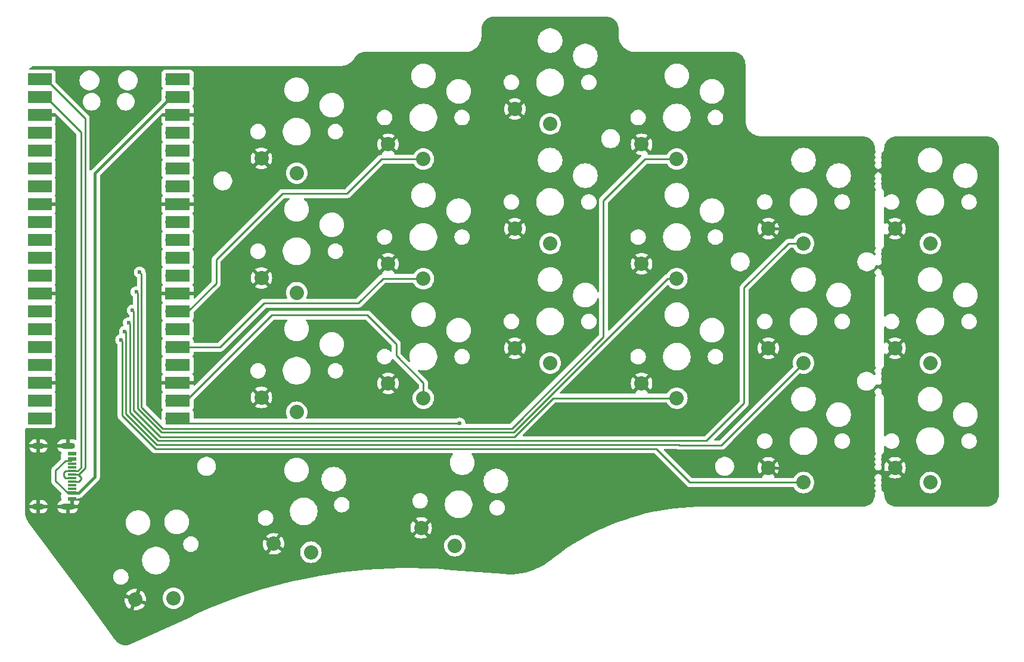
<source format=gtl>
%TF.GenerationSoftware,KiCad,Pcbnew,8.0.8*%
%TF.CreationDate,2025-05-22T15:11:42+02:00*%
%TF.ProjectId,keyboard_pcb,6b657962-6f61-4726-945f-7063622e6b69,rev1.0*%
%TF.SameCoordinates,Original*%
%TF.FileFunction,Copper,L1,Top*%
%TF.FilePolarity,Positive*%
%FSLAX46Y46*%
G04 Gerber Fmt 4.6, Leading zero omitted, Abs format (unit mm)*
G04 Created by KiCad (PCBNEW 8.0.8) date 2025-05-22 15:11:42*
%MOMM*%
%LPD*%
G01*
G04 APERTURE LIST*
%TA.AperFunction,SMDPad,CuDef*%
%ADD10R,1.160000X0.600000*%
%TD*%
%TA.AperFunction,SMDPad,CuDef*%
%ADD11R,1.160000X0.300000*%
%TD*%
%TA.AperFunction,HeatsinkPad*%
%ADD12O,2.000000X0.900000*%
%TD*%
%TA.AperFunction,HeatsinkPad*%
%ADD13O,1.700000X0.900000*%
%TD*%
%TA.AperFunction,ComponentPad*%
%ADD14C,2.032000*%
%TD*%
%TA.AperFunction,SMDPad,CuDef*%
%ADD15R,3.500000X1.700000*%
%TD*%
%TA.AperFunction,ComponentPad*%
%ADD16O,1.700000X1.700000*%
%TD*%
%TA.AperFunction,ComponentPad*%
%ADD17R,1.700000X1.700000*%
%TD*%
%TA.AperFunction,ViaPad*%
%ADD18C,0.600000*%
%TD*%
%TA.AperFunction,Conductor*%
%ADD19C,0.250000*%
%TD*%
%TA.AperFunction,Conductor*%
%ADD20C,0.400000*%
%TD*%
G04 APERTURE END LIST*
D10*
%TO.P,J2,A1,GND*%
%TO.N,GND*%
X73310000Y-105800000D03*
%TO.P,J2,A4,VBUS*%
%TO.N,VCC*%
X73310000Y-106600000D03*
D11*
%TO.P,J2,A5,CC1*%
%TO.N,unconnected-(J2-CC1-PadA5)*%
X73310000Y-107750000D03*
%TO.P,J2,A6,D+*%
%TO.N,tx*%
X73310000Y-108750000D03*
%TO.P,J2,A7,D-*%
%TO.N,rx*%
X73310000Y-109250000D03*
%TO.P,J2,A8,SBU1*%
%TO.N,unconnected-(J2-SBU1-PadA8)*%
X73310000Y-110250000D03*
D10*
%TO.P,J2,A9,VBUS*%
%TO.N,VCC*%
X73310000Y-111400000D03*
%TO.P,J2,A12,GND*%
%TO.N,GND*%
X73310000Y-112200000D03*
%TO.P,J2,B1,GND*%
X73310000Y-112200000D03*
%TO.P,J2,B4,VBUS*%
%TO.N,VCC*%
X73310000Y-111400000D03*
D11*
%TO.P,J2,B5,CC2*%
%TO.N,unconnected-(J2-CC2-PadB5)*%
X73310000Y-110750000D03*
%TO.P,J2,B6,D+*%
%TO.N,tx*%
X73310000Y-109750000D03*
%TO.P,J2,B7,D-*%
%TO.N,rx*%
X73310000Y-108250000D03*
%TO.P,J2,B8,SBU2*%
%TO.N,unconnected-(J2-SBU2-PadB8)*%
X73310000Y-107250000D03*
D10*
%TO.P,J2,B9,VBUS*%
%TO.N,VCC*%
X73310000Y-106600000D03*
%TO.P,J2,B12,GND*%
%TO.N,GND*%
X73310000Y-105800000D03*
D12*
%TO.P,J2,S1,SHIELD*%
X72730000Y-104680000D03*
D13*
X68560000Y-104680000D03*
D12*
X72730000Y-113320000D03*
D13*
X68560000Y-113320000D03*
%TD*%
D14*
%TO.P,K25,1*%
%TO.N,/k25*%
X105240000Y-99900000D03*
%TO.P,K25,2*%
%TO.N,GND*%
X100240000Y-97800000D03*
%TD*%
%TO.P,K24,1*%
%TO.N,/k24*%
X123240000Y-97900000D03*
%TO.P,K24,2*%
%TO.N,GND*%
X118240000Y-95800000D03*
%TD*%
%TO.P,K21,1*%
%TO.N,/k21*%
X177240000Y-109900000D03*
%TO.P,K21,2*%
%TO.N,GND*%
X172240000Y-107800000D03*
%TD*%
%TO.P,K02,1*%
%TO.N,/k02*%
X159240000Y-63900000D03*
%TO.P,K02,2*%
%TO.N,GND*%
X154240000Y-61800000D03*
%TD*%
%TO.P,K10,1*%
%TO.N,/k10*%
X195240000Y-92900000D03*
%TO.P,K10,2*%
%TO.N,GND*%
X190240000Y-90800000D03*
%TD*%
D15*
%TO.P,U2,1,GPIO0*%
%TO.N,tx*%
X68746800Y-52578000D03*
D16*
X69646800Y-52578000D03*
%TO.P,U2,2,GPIO1*%
%TO.N,rx*%
X69646800Y-55118000D03*
D15*
X68746800Y-55118000D03*
D17*
%TO.P,U2,3,GND*%
%TO.N,GND*%
X69646800Y-57658000D03*
D15*
X68746800Y-57658000D03*
%TO.P,U2,4,GPIO2*%
%TO.N,/k03*%
X68746800Y-60198000D03*
D16*
X69646800Y-60198000D03*
D15*
%TO.P,U2,5,GPIO3*%
%TO.N,/k13*%
X68746800Y-62738000D03*
D16*
X69646800Y-62738000D03*
%TO.P,U2,6,GPIO4*%
%TO.N,/k23*%
X69646800Y-65278000D03*
D15*
X68746800Y-65278000D03*
%TO.P,U2,7,GPIO5*%
%TO.N,/k02*%
X68746800Y-67818000D03*
D16*
X69646800Y-67818000D03*
D15*
%TO.P,U2,8,GND*%
%TO.N,GND*%
X68746800Y-70358000D03*
D17*
X69646800Y-70358000D03*
D15*
%TO.P,U2,9,GPIO6*%
%TO.N,/k12*%
X68746800Y-72898000D03*
D16*
X69646800Y-72898000D03*
D15*
%TO.P,U2,10,GPIO7*%
%TO.N,/k22*%
X68746800Y-75438000D03*
D16*
X69646800Y-75438000D03*
%TO.P,U2,11,GPIO8*%
%TO.N,/k01*%
X69646800Y-77978000D03*
D15*
X68746800Y-77978000D03*
D16*
%TO.P,U2,12,GPIO9*%
%TO.N,/k11*%
X69646800Y-80518000D03*
D15*
X68746800Y-80518000D03*
%TO.P,U2,13,GND*%
%TO.N,GND*%
X68746800Y-83058000D03*
D17*
X69646800Y-83058000D03*
D16*
%TO.P,U2,14,GPIO10*%
%TO.N,/k21*%
X69646800Y-85598000D03*
D15*
X68746800Y-85598000D03*
%TO.P,U2,15,GPIO11*%
%TO.N,/k00*%
X68746800Y-88138000D03*
D16*
X69646800Y-88138000D03*
D15*
%TO.P,U2,16,GPIO12*%
%TO.N,/k10*%
X68746800Y-90678000D03*
D16*
X69646800Y-90678000D03*
D15*
%TO.P,U2,17,GPIO13*%
%TO.N,/k20*%
X68746800Y-93218000D03*
D16*
X69646800Y-93218000D03*
D17*
%TO.P,U2,18,GND*%
%TO.N,GND*%
X69646800Y-95758000D03*
D15*
X68746800Y-95758000D03*
%TO.P,U2,19,GPIO14*%
%TO.N,/k31*%
X68746800Y-98298000D03*
D16*
X69646800Y-98298000D03*
%TO.P,U2,20,GPIO15*%
%TO.N,/k32*%
X69646800Y-100838000D03*
D15*
X68746800Y-100838000D03*
D16*
%TO.P,U2,21,GPIO16*%
%TO.N,/k30*%
X87426800Y-100838000D03*
D15*
X88326800Y-100838000D03*
D16*
%TO.P,U2,22,GPIO17*%
%TO.N,/k24*%
X87426800Y-98298000D03*
D15*
X88326800Y-98298000D03*
%TO.P,U2,23,GND*%
%TO.N,GND*%
X88326800Y-95758000D03*
D17*
X87426800Y-95758000D03*
D16*
%TO.P,U2,24,GPIO18*%
%TO.N,/k25*%
X87426800Y-93218000D03*
D15*
X88326800Y-93218000D03*
%TO.P,U2,25,GPIO19*%
%TO.N,/k14*%
X88326800Y-90678000D03*
D16*
X87426800Y-90678000D03*
%TO.P,U2,26,GPIO20*%
%TO.N,/k15*%
X87426800Y-88138000D03*
D15*
X88326800Y-88138000D03*
%TO.P,U2,27,GPIO21*%
%TO.N,/k04*%
X88326800Y-85598000D03*
D16*
X87426800Y-85598000D03*
D15*
%TO.P,U2,28,GND*%
%TO.N,GND*%
X88326800Y-83058000D03*
D17*
X87426800Y-83058000D03*
D16*
%TO.P,U2,29,GPIO22*%
%TO.N,/k05*%
X87426800Y-80518000D03*
D15*
X88326800Y-80518000D03*
D16*
%TO.P,U2,30,RUN*%
%TO.N,unconnected-(U2-RUN-Pad30)*%
X87426800Y-77978000D03*
D15*
%TO.N,unconnected-(U2-RUN-Pad30)_1*%
X88326800Y-77978000D03*
D16*
%TO.P,U2,31,GPIO26_ADC0*%
%TO.N,unconnected-(U2-GPIO26_ADC0-Pad31)*%
X87426800Y-75438000D03*
D15*
%TO.N,unconnected-(U2-GPIO26_ADC0-Pad31)_1*%
X88326800Y-75438000D03*
D16*
%TO.P,U2,32,GPIO27_ADC1*%
%TO.N,unconnected-(U2-GPIO27_ADC1-Pad32)*%
X87426800Y-72898000D03*
D15*
%TO.N,unconnected-(U2-GPIO27_ADC1-Pad32)_1*%
X88326800Y-72898000D03*
%TO.P,U2,33,AGND*%
%TO.N,GND*%
X88326800Y-70358000D03*
D17*
X87426800Y-70358000D03*
D16*
%TO.P,U2,34,GPIO28_ADC2*%
%TO.N,vbus_sense*%
X87426800Y-67818000D03*
D15*
X88326800Y-67818000D03*
%TO.P,U2,35,ADC_VREF*%
%TO.N,unconnected-(U2-ADC_VREF-Pad35)*%
X88326800Y-65278000D03*
D16*
%TO.N,unconnected-(U2-ADC_VREF-Pad35)_1*%
X87426800Y-65278000D03*
D15*
%TO.P,U2,36,3V3*%
%TO.N,unconnected-(U2-3V3-Pad36)*%
X88326800Y-62738000D03*
D16*
%TO.N,unconnected-(U2-3V3-Pad36)_1*%
X87426800Y-62738000D03*
%TO.P,U2,37,3V3_EN*%
%TO.N,unconnected-(U2-3V3_EN-Pad37)*%
X87426800Y-60198000D03*
D15*
%TO.N,unconnected-(U2-3V3_EN-Pad37)_1*%
X88326800Y-60198000D03*
%TO.P,U2,38,GND*%
%TO.N,GND*%
X88326800Y-57658000D03*
D17*
X87426800Y-57658000D03*
D16*
%TO.P,U2,39,VSYS*%
%TO.N,VCC*%
X87426800Y-55118000D03*
D15*
X88326800Y-55118000D03*
D16*
%TO.P,U2,40,VBUS*%
%TO.N,VBUS*%
X87426800Y-52578000D03*
D15*
X88326800Y-52578000D03*
%TD*%
D14*
%TO.P,K04,1*%
%TO.N,/k04*%
X123240000Y-63900000D03*
%TO.P,K04,2*%
%TO.N,GND*%
X118240000Y-61800000D03*
%TD*%
%TO.P,K12,1*%
%TO.N,/k12*%
X159240000Y-80900000D03*
%TO.P,K12,2*%
%TO.N,GND*%
X154240000Y-78800000D03*
%TD*%
%TO.P,K30,1*%
%TO.N,/k30*%
X127725781Y-118877549D03*
%TO.P,K30,2*%
%TO.N,GND*%
X122927835Y-116349761D03*
%TD*%
%TO.P,K01,1*%
%TO.N,/k01*%
X177240000Y-75900000D03*
%TO.P,K01,2*%
%TO.N,GND*%
X172240000Y-73800000D03*
%TD*%
%TO.P,K14,1*%
%TO.N,/k14*%
X123240000Y-80900000D03*
%TO.P,K14,2*%
%TO.N,GND*%
X118240000Y-78800000D03*
%TD*%
%TO.P,K23,1*%
%TO.N,/k23*%
X141240000Y-92900000D03*
%TO.P,K23,2*%
%TO.N,GND*%
X136240000Y-90800000D03*
%TD*%
%TO.P,K03,1*%
%TO.N,/k03*%
X141240000Y-58900000D03*
%TO.P,K03,2*%
%TO.N,GND*%
X136240000Y-56800000D03*
%TD*%
%TO.P,K22,1*%
%TO.N,/k22*%
X159240000Y-97900000D03*
%TO.P,K22,2*%
%TO.N,GND*%
X154240000Y-95800000D03*
%TD*%
%TO.P,K15,1*%
%TO.N,/k15*%
X105240000Y-82900000D03*
%TO.P,K15,2*%
%TO.N,GND*%
X100240000Y-80800000D03*
%TD*%
%TO.P,K32,1*%
%TO.N,/k32*%
X87733448Y-126347216D03*
%TO.P,K32,2*%
%TO.N,GND*%
X82314410Y-126557061D03*
%TD*%
%TO.P,K11,1*%
%TO.N,/k11*%
X177240000Y-92900000D03*
%TO.P,K11,2*%
%TO.N,GND*%
X172240000Y-90800000D03*
%TD*%
%TO.P,K05,1*%
%TO.N,/k05*%
X105240000Y-65900000D03*
%TO.P,K05,2*%
%TO.N,GND*%
X100240000Y-63800000D03*
%TD*%
%TO.P,K20,1*%
%TO.N,/k20*%
X195240000Y-109900000D03*
%TO.P,K20,2*%
%TO.N,GND*%
X190240000Y-107800000D03*
%TD*%
%TO.P,K13,1*%
%TO.N,/k13*%
X141240000Y-75900000D03*
%TO.P,K13,2*%
%TO.N,GND*%
X136240000Y-73800000D03*
%TD*%
%TO.P,K00,1*%
%TO.N,/k00*%
X195240000Y-75900000D03*
%TO.P,K00,2*%
%TO.N,GND*%
X190240000Y-73800000D03*
%TD*%
%TO.P,K31,1*%
%TO.N,/k31*%
X107264524Y-119810366D03*
%TO.P,K31,2*%
%TO.N,GND*%
X101975824Y-118610510D03*
%TD*%
D18*
%TO.N,GND*%
X186200000Y-92600000D03*
X136200000Y-84000000D03*
X78600000Y-92400000D03*
X186200000Y-75200000D03*
%TO.N,/k01*%
X81376460Y-87200000D03*
%TO.N,/k02*%
X82925980Y-80000000D03*
%TO.N,/k11*%
X80826940Y-88400000D03*
%TO.N,/k12*%
X82475500Y-82800000D03*
%TO.N,/k21*%
X80277420Y-89600000D03*
%TO.N,/k22*%
X81925980Y-85400000D03*
%TO.N,/k30*%
X128400000Y-101475500D03*
%TD*%
D19*
%TO.N,VCC*%
X73310000Y-111400000D02*
X72714594Y-111400000D01*
X72714594Y-111400000D02*
X71000000Y-109685406D01*
X71000000Y-109685406D02*
X71000000Y-108185000D01*
X71000000Y-108185000D02*
X72410000Y-106775000D01*
X72410000Y-106775000D02*
X73135000Y-106775000D01*
X73135000Y-106775000D02*
X73310000Y-106600000D01*
D20*
X87426800Y-55118000D02*
X87409898Y-55118000D01*
X74290000Y-111400000D02*
X73310000Y-111400000D01*
X87409898Y-55118000D02*
X76600000Y-65927898D01*
X76600000Y-65927898D02*
X76600000Y-109090000D01*
X76600000Y-109090000D02*
X74290000Y-111400000D01*
D19*
%TO.N,tx*%
X73310000Y-108750000D02*
X74190000Y-108750000D01*
X74600000Y-109400000D02*
X74250000Y-109750000D01*
X74190000Y-108750000D02*
X74600000Y-109160000D01*
X74600000Y-109160000D02*
X74600000Y-109400000D01*
X74250000Y-109750000D02*
X73310000Y-109750000D01*
%TO.N,rx*%
X73310000Y-108250000D02*
X72430000Y-108250000D01*
X72200000Y-109000000D02*
X72450000Y-109250000D01*
X72450000Y-109250000D02*
X73310000Y-109250000D01*
X72430000Y-108250000D02*
X72200000Y-108480000D01*
X72200000Y-108480000D02*
X72200000Y-109000000D01*
X69646800Y-55118000D02*
X74600000Y-60071200D01*
X74600000Y-60071200D02*
X74600000Y-107800000D01*
X74600000Y-107800000D02*
X74150000Y-108250000D01*
X74150000Y-108250000D02*
X73310000Y-108250000D01*
D20*
%TO.N,GND*%
X191200000Y-72840000D02*
X190240000Y-73800000D01*
X183400000Y-73800000D02*
X186000000Y-71200000D01*
X188084721Y-65484721D02*
X191200000Y-68600000D01*
X187651206Y-65484721D02*
X188084721Y-65484721D01*
X189655279Y-108384721D02*
X190240000Y-107800000D01*
X191200000Y-68600000D02*
X191200000Y-72840000D01*
X186965527Y-107800000D02*
X187550248Y-108384721D01*
X186000000Y-71200000D02*
X186000000Y-67135927D01*
X172240000Y-73800000D02*
X183400000Y-73800000D01*
X186000000Y-67135927D02*
X187651206Y-65484721D01*
X187550248Y-108384721D02*
X189655279Y-108384721D01*
X172240000Y-107800000D02*
X186965527Y-107800000D01*
D19*
%TO.N,/k01*%
X175100000Y-75900000D02*
X177240000Y-75900000D01*
X81551440Y-99928578D02*
X85572382Y-103949520D01*
X168800000Y-82200000D02*
X175100000Y-75900000D01*
X163450480Y-103949520D02*
X168800000Y-98600000D01*
X168800000Y-98600000D02*
X168800000Y-82200000D01*
X81376460Y-87200000D02*
X81551440Y-87374980D01*
X81551440Y-87374980D02*
X81551440Y-99928578D01*
X85572382Y-103949520D02*
X163450480Y-103949520D01*
%TO.N,/k02*%
X148800000Y-89200000D02*
X148800000Y-69800000D01*
X82925980Y-80000000D02*
X83200000Y-80274020D01*
X135800000Y-102200000D02*
X148800000Y-89200000D01*
X154700000Y-63900000D02*
X159240000Y-63900000D01*
X83200000Y-80274020D02*
X83200000Y-99160222D01*
X83200000Y-99160222D02*
X86239778Y-102200000D01*
X148800000Y-69800000D02*
X154700000Y-63900000D01*
X86239778Y-102200000D02*
X135800000Y-102200000D01*
%TO.N,/k04*%
X103200000Y-68800000D02*
X93800000Y-78200000D01*
X123240000Y-63900000D02*
X117300000Y-63900000D01*
X93800000Y-78200000D02*
X93800000Y-81600000D01*
X89802000Y-85598000D02*
X87426800Y-85598000D01*
X117300000Y-63900000D02*
X112400000Y-68800000D01*
X93800000Y-81600000D02*
X89802000Y-85598000D01*
X112400000Y-68800000D02*
X103200000Y-68800000D01*
%TO.N,/k11*%
X165540000Y-104600000D02*
X177240000Y-92900000D01*
X81001920Y-88450920D02*
X81001921Y-100156197D01*
X85344763Y-104499039D02*
X159499040Y-104499040D01*
X80951000Y-88400000D02*
X81001920Y-88450920D01*
X80826940Y-88400000D02*
X80951000Y-88400000D01*
X159499040Y-104499040D02*
X159600000Y-104600000D01*
X159600000Y-104600000D02*
X165540000Y-104600000D01*
X81001921Y-100156197D02*
X85344763Y-104499039D01*
%TO.N,/k12*%
X136050481Y-102749519D02*
X157900000Y-80900000D01*
X86467397Y-102749519D02*
X136050481Y-102749519D01*
X82650480Y-82974980D02*
X82650480Y-99387840D01*
X157900000Y-80900000D02*
X159240000Y-80900000D01*
X82475500Y-82800000D02*
X82650480Y-82974980D01*
X82650480Y-99387840D02*
X86012160Y-102749520D01*
X86012160Y-102749520D02*
X86467397Y-102749519D01*
%TO.N,/k14*%
X94322000Y-90678000D02*
X87426800Y-90678000D01*
X114000000Y-84400000D02*
X100600000Y-84400000D01*
X123240000Y-80900000D02*
X117500000Y-80900000D01*
X117500000Y-80900000D02*
X114000000Y-84400000D01*
X100600000Y-84400000D02*
X94322000Y-90678000D01*
%TO.N,/k21*%
X161100000Y-109900000D02*
X177240000Y-109900000D01*
X80277420Y-89600000D02*
X80277420Y-89650920D01*
X80452402Y-100383816D02*
X85166707Y-105098121D01*
X80452400Y-89825900D02*
X80452402Y-100383816D01*
X85166707Y-105098121D02*
X156298121Y-105098121D01*
X156298121Y-105098121D02*
X161100000Y-109900000D01*
X80277420Y-89650920D02*
X80452400Y-89825900D01*
%TO.N,/k22*%
X82100960Y-85574980D02*
X82100960Y-99615458D01*
X82100960Y-99615458D02*
X85885502Y-103400000D01*
X81925980Y-85400000D02*
X82100960Y-85574980D01*
X85885502Y-103400000D02*
X136177138Y-103400000D01*
X141677138Y-97900000D02*
X159240000Y-97900000D01*
X136177138Y-103400000D02*
X141677138Y-97900000D01*
%TO.N,/k24*%
X89502000Y-98298000D02*
X87426800Y-98298000D01*
X115275479Y-86075479D02*
X101724521Y-86075479D01*
X119400000Y-91857554D02*
X119400000Y-90200000D01*
X123240000Y-95697554D02*
X119400000Y-91857554D01*
X123240000Y-97900000D02*
X123240000Y-95697554D01*
X119400000Y-90200000D02*
X115275479Y-86075479D01*
X101724521Y-86075479D02*
X89502000Y-98298000D01*
%TO.N,/k30*%
X128400000Y-101475500D02*
X88064300Y-101475500D01*
X88064300Y-101475500D02*
X87426800Y-100838000D01*
%TO.N,tx*%
X74286396Y-108750000D02*
X73310000Y-108750000D01*
X75200000Y-107836396D02*
X74286396Y-108750000D01*
X75200000Y-58131200D02*
X75200000Y-107836396D01*
X69646800Y-52578000D02*
X75200000Y-58131200D01*
%TD*%
%TA.AperFunction,Conductor*%
%TO.N,GND*%
G36*
X149244418Y-43650816D02*
G01*
X149480140Y-43667674D01*
X149497641Y-43670191D01*
X149724229Y-43719482D01*
X149741188Y-43724461D01*
X149878672Y-43775740D01*
X149958462Y-43805501D01*
X149974555Y-43812851D01*
X150178068Y-43923977D01*
X150192951Y-43933542D01*
X150378579Y-44072501D01*
X150391950Y-44084087D01*
X150555912Y-44248049D01*
X150567498Y-44261420D01*
X150706457Y-44447048D01*
X150716022Y-44461931D01*
X150827148Y-44665444D01*
X150834498Y-44681537D01*
X150915535Y-44898803D01*
X150920519Y-44915779D01*
X150969807Y-45142352D01*
X150972325Y-45159864D01*
X150989184Y-45395581D01*
X150989500Y-45404427D01*
X150989500Y-46355830D01*
X150989500Y-46400000D01*
X150989500Y-46536130D01*
X151022318Y-46806405D01*
X151054081Y-46935272D01*
X151087475Y-47070759D01*
X151184019Y-47325322D01*
X151310544Y-47566397D01*
X151465206Y-47790462D01*
X151465208Y-47790464D01*
X151465210Y-47790467D01*
X151645746Y-47994251D01*
X151645748Y-47994253D01*
X151849532Y-48174789D01*
X151849538Y-48174794D01*
X152073603Y-48329456D01*
X152314678Y-48455981D01*
X152453452Y-48508611D01*
X152569240Y-48552524D01*
X152569242Y-48552524D01*
X152569246Y-48552526D01*
X152833595Y-48617682D01*
X153059690Y-48645135D01*
X153103868Y-48650500D01*
X153103870Y-48650500D01*
X153190172Y-48650500D01*
X167195830Y-48650500D01*
X167235572Y-48650500D01*
X167244418Y-48650816D01*
X167480140Y-48667674D01*
X167497641Y-48670191D01*
X167724229Y-48719482D01*
X167741188Y-48724461D01*
X167878672Y-48775740D01*
X167958462Y-48805501D01*
X167974555Y-48812851D01*
X168178068Y-48923977D01*
X168192951Y-48933542D01*
X168378579Y-49072501D01*
X168391950Y-49084087D01*
X168555912Y-49248049D01*
X168567498Y-49261420D01*
X168706457Y-49447048D01*
X168716022Y-49461931D01*
X168827148Y-49665444D01*
X168834498Y-49681537D01*
X168915535Y-49898803D01*
X168920519Y-49915779D01*
X168969807Y-50142352D01*
X168972325Y-50159864D01*
X168989184Y-50395581D01*
X168989500Y-50404427D01*
X168989500Y-58355830D01*
X168989500Y-58400000D01*
X168989500Y-58536130D01*
X169022318Y-58806405D01*
X169064931Y-58979292D01*
X169087475Y-59070759D01*
X169173808Y-59298399D01*
X169184019Y-59325322D01*
X169310544Y-59566397D01*
X169465206Y-59790462D01*
X169465208Y-59790464D01*
X169465210Y-59790467D01*
X169645746Y-59994251D01*
X169645748Y-59994253D01*
X169849532Y-60174789D01*
X169849538Y-60174794D01*
X170073603Y-60329456D01*
X170314678Y-60455981D01*
X170490988Y-60522846D01*
X170569240Y-60552524D01*
X170569242Y-60552524D01*
X170569246Y-60552526D01*
X170833595Y-60617682D01*
X171059690Y-60645135D01*
X171103868Y-60650500D01*
X171103870Y-60650500D01*
X171190172Y-60650500D01*
X185595830Y-60650500D01*
X185635572Y-60650500D01*
X185644418Y-60650816D01*
X185880140Y-60667674D01*
X185897641Y-60670191D01*
X186124229Y-60719482D01*
X186141188Y-60724461D01*
X186278672Y-60775740D01*
X186358462Y-60805501D01*
X186374555Y-60812851D01*
X186578068Y-60923977D01*
X186592951Y-60933542D01*
X186778579Y-61072501D01*
X186791950Y-61084087D01*
X186955912Y-61248049D01*
X186967498Y-61261420D01*
X187106457Y-61447048D01*
X187116022Y-61461931D01*
X187227148Y-61665444D01*
X187234498Y-61681537D01*
X187315535Y-61898803D01*
X187320519Y-61915779D01*
X187369807Y-62142352D01*
X187372325Y-62159864D01*
X187389184Y-62395581D01*
X187389500Y-62404427D01*
X187389500Y-62473297D01*
X187422120Y-62616209D01*
X187485720Y-62748276D01*
X187485721Y-62748278D01*
X187497992Y-62763665D01*
X187524401Y-62828352D01*
X187511644Y-62897047D01*
X187488727Y-62928658D01*
X187439503Y-62977882D01*
X187439500Y-62977886D01*
X187373608Y-63092012D01*
X187343132Y-63205754D01*
X187339500Y-63219308D01*
X187339500Y-63351092D01*
X187354729Y-63407929D01*
X187373609Y-63478388D01*
X187373609Y-63478389D01*
X187442782Y-63598200D01*
X187459255Y-63666100D01*
X187442782Y-63722200D01*
X187373609Y-63842010D01*
X187373609Y-63842011D01*
X187373609Y-63842012D01*
X187373608Y-63842014D01*
X187339500Y-63969308D01*
X187339500Y-64101092D01*
X187367285Y-64204789D01*
X187373609Y-64228388D01*
X187373609Y-64228389D01*
X187442782Y-64348200D01*
X187459255Y-64416100D01*
X187442782Y-64472200D01*
X187373609Y-64592010D01*
X187373609Y-64592011D01*
X187373609Y-64592012D01*
X187373608Y-64592014D01*
X187350928Y-64676657D01*
X187339500Y-64719308D01*
X187339500Y-64851091D01*
X187373608Y-64978387D01*
X187406554Y-65035450D01*
X187439500Y-65092514D01*
X187532686Y-65185700D01*
X187646814Y-65251592D01*
X187774108Y-65285700D01*
X187774110Y-65285700D01*
X187905890Y-65285700D01*
X187905892Y-65285700D01*
X188033186Y-65251592D01*
X188147314Y-65185700D01*
X188240500Y-65092514D01*
X188306392Y-64978386D01*
X188340500Y-64851092D01*
X188340500Y-64719308D01*
X188306392Y-64592014D01*
X188240500Y-64477886D01*
X188240498Y-64477884D01*
X188237217Y-64472201D01*
X188220744Y-64404301D01*
X188237217Y-64348199D01*
X188240498Y-64342515D01*
X188240500Y-64342514D01*
X188306392Y-64228386D01*
X188340500Y-64101092D01*
X188340500Y-63969308D01*
X188331376Y-63935258D01*
X193489500Y-63935258D01*
X193489500Y-64164741D01*
X193497880Y-64228387D01*
X193519452Y-64392238D01*
X193558364Y-64537460D01*
X193578842Y-64613887D01*
X193666650Y-64825876D01*
X193666656Y-64825888D01*
X193754700Y-64978386D01*
X193781392Y-65024617D01*
X193921081Y-65206661D01*
X193921089Y-65206670D01*
X194083330Y-65368911D01*
X194083338Y-65368918D01*
X194265382Y-65508607D01*
X194265385Y-65508608D01*
X194265388Y-65508611D01*
X194464112Y-65623344D01*
X194464117Y-65623346D01*
X194464123Y-65623349D01*
X194527258Y-65649500D01*
X194676113Y-65711158D01*
X194897762Y-65770548D01*
X195125266Y-65800500D01*
X195125273Y-65800500D01*
X195354727Y-65800500D01*
X195354734Y-65800500D01*
X195582238Y-65770548D01*
X195803887Y-65711158D01*
X196015888Y-65623344D01*
X196214612Y-65508611D01*
X196396661Y-65368919D01*
X196396665Y-65368914D01*
X196396670Y-65368911D01*
X196558911Y-65206670D01*
X196558914Y-65206665D01*
X196558919Y-65206661D01*
X196698611Y-65024612D01*
X196813344Y-64825888D01*
X196901158Y-64613887D01*
X196960548Y-64392238D01*
X196990500Y-64164734D01*
X196990500Y-63935266D01*
X196960548Y-63707762D01*
X196901158Y-63486113D01*
X196845230Y-63351091D01*
X196813349Y-63274123D01*
X196813346Y-63274117D01*
X196813344Y-63274112D01*
X196698611Y-63075388D01*
X196698608Y-63075385D01*
X196698607Y-63075382D01*
X196558918Y-62893338D01*
X196558911Y-62893330D01*
X196396670Y-62731089D01*
X196396661Y-62731081D01*
X196214617Y-62591392D01*
X196015890Y-62476657D01*
X196015876Y-62476650D01*
X195803887Y-62388842D01*
X195736500Y-62370786D01*
X195582238Y-62329452D01*
X195544215Y-62324446D01*
X195354741Y-62299500D01*
X195354734Y-62299500D01*
X195125266Y-62299500D01*
X195125258Y-62299500D01*
X194908715Y-62328009D01*
X194897762Y-62329452D01*
X194835597Y-62346109D01*
X194676112Y-62388842D01*
X194464123Y-62476650D01*
X194464109Y-62476657D01*
X194265382Y-62591392D01*
X194083338Y-62731081D01*
X193921081Y-62893338D01*
X193781392Y-63075382D01*
X193666657Y-63274109D01*
X193666650Y-63274123D01*
X193578842Y-63486112D01*
X193519453Y-63707759D01*
X193519451Y-63707770D01*
X193489500Y-63935258D01*
X188331376Y-63935258D01*
X188306392Y-63842014D01*
X188240500Y-63727886D01*
X188240498Y-63727884D01*
X188237217Y-63722201D01*
X188220744Y-63654301D01*
X188237217Y-63598199D01*
X188240498Y-63592515D01*
X188240500Y-63592514D01*
X188306392Y-63478386D01*
X188340500Y-63351092D01*
X188340500Y-63219308D01*
X188309652Y-63104180D01*
X188311315Y-63034335D01*
X188350477Y-62976472D01*
X188375629Y-62960369D01*
X188388277Y-62954279D01*
X188502883Y-62862883D01*
X188594279Y-62748277D01*
X188657881Y-62616206D01*
X188690500Y-62473294D01*
X188690500Y-62404427D01*
X188690816Y-62395581D01*
X188694354Y-62346109D01*
X188707674Y-62159857D01*
X188710190Y-62142360D01*
X188759483Y-61915766D01*
X188764460Y-61898815D01*
X188845501Y-61681536D01*
X188852851Y-61665444D01*
X188909961Y-61560855D01*
X188963981Y-61461923D01*
X188973537Y-61447054D01*
X189112506Y-61261413D01*
X189124080Y-61248056D01*
X189288056Y-61084080D01*
X189301413Y-61072506D01*
X189487054Y-60933537D01*
X189501923Y-60923981D01*
X189705444Y-60812850D01*
X189721537Y-60805501D01*
X189938815Y-60724460D01*
X189955766Y-60719483D01*
X190182360Y-60670190D01*
X190199857Y-60667674D01*
X190435582Y-60650816D01*
X190444428Y-60650500D01*
X190484170Y-60650500D01*
X203195830Y-60650500D01*
X203235572Y-60650500D01*
X203244418Y-60650816D01*
X203480140Y-60667674D01*
X203497641Y-60670191D01*
X203724229Y-60719482D01*
X203741188Y-60724461D01*
X203878672Y-60775740D01*
X203958462Y-60805501D01*
X203974555Y-60812851D01*
X204178068Y-60923977D01*
X204192951Y-60933542D01*
X204378579Y-61072501D01*
X204391950Y-61084087D01*
X204555912Y-61248049D01*
X204567498Y-61261420D01*
X204706457Y-61447048D01*
X204716022Y-61461931D01*
X204827148Y-61665444D01*
X204834498Y-61681537D01*
X204915535Y-61898803D01*
X204920519Y-61915779D01*
X204969807Y-62142352D01*
X204972325Y-62159864D01*
X204989184Y-62395581D01*
X204989500Y-62404427D01*
X204989500Y-111595572D01*
X204989184Y-111604418D01*
X204972325Y-111840135D01*
X204969807Y-111857647D01*
X204920519Y-112084220D01*
X204915535Y-112101196D01*
X204834498Y-112318462D01*
X204827148Y-112334555D01*
X204716022Y-112538068D01*
X204706457Y-112552951D01*
X204567498Y-112738579D01*
X204555912Y-112751950D01*
X204391950Y-112915912D01*
X204378579Y-112927498D01*
X204192951Y-113066457D01*
X204178068Y-113076022D01*
X203974555Y-113187148D01*
X203958462Y-113194498D01*
X203741196Y-113275535D01*
X203724220Y-113280519D01*
X203497647Y-113329807D01*
X203480135Y-113332325D01*
X203244418Y-113349184D01*
X203235572Y-113349500D01*
X190444428Y-113349500D01*
X190435582Y-113349184D01*
X190199864Y-113332325D01*
X190182352Y-113329807D01*
X189955779Y-113280519D01*
X189938803Y-113275535D01*
X189721537Y-113194498D01*
X189705444Y-113187148D01*
X189501931Y-113076022D01*
X189487048Y-113066457D01*
X189301420Y-112927498D01*
X189288049Y-112915912D01*
X189124087Y-112751950D01*
X189112501Y-112738579D01*
X188973542Y-112552951D01*
X188963977Y-112538068D01*
X188852851Y-112334555D01*
X188845501Y-112318462D01*
X188803120Y-112204836D01*
X188764461Y-112101188D01*
X188759482Y-112084229D01*
X188710191Y-111857641D01*
X188707674Y-111840135D01*
X188705027Y-111803129D01*
X188690816Y-111604418D01*
X188690500Y-111595572D01*
X188690500Y-111526706D01*
X188690499Y-111526702D01*
X188687806Y-111514903D01*
X188657881Y-111383794D01*
X188594279Y-111251723D01*
X188594277Y-111251720D01*
X188544441Y-111189229D01*
X188502883Y-111137117D01*
X188416994Y-111068622D01*
X188388279Y-111045722D01*
X188388276Y-111045720D01*
X188367845Y-111035881D01*
X188315986Y-110989058D01*
X188297673Y-110921631D01*
X188305048Y-110886440D01*
X188304288Y-110886237D01*
X188306392Y-110878386D01*
X188340500Y-110751092D01*
X188340500Y-110619308D01*
X188306392Y-110492014D01*
X188240500Y-110377886D01*
X188240498Y-110377884D01*
X188237217Y-110372201D01*
X188220744Y-110304301D01*
X188237217Y-110248199D01*
X188240498Y-110242515D01*
X188240500Y-110242514D01*
X188306392Y-110128386D01*
X188340500Y-110001092D01*
X188340500Y-109900000D01*
X193710786Y-109900000D01*
X193729612Y-110139219D01*
X193785630Y-110372553D01*
X193785630Y-110372554D01*
X193877457Y-110594245D01*
X193877459Y-110594248D01*
X194002837Y-110798846D01*
X194002841Y-110798851D01*
X194052265Y-110856719D01*
X194158682Y-110981318D01*
X194222568Y-111035881D01*
X194341148Y-111137158D01*
X194341153Y-111137162D01*
X194545751Y-111262540D01*
X194545754Y-111262542D01*
X194767446Y-111354369D01*
X194825779Y-111368373D01*
X195000778Y-111410387D01*
X195240000Y-111429214D01*
X195479222Y-111410387D01*
X195712553Y-111354369D01*
X195712554Y-111354369D01*
X195934245Y-111262542D01*
X195934246Y-111262541D01*
X195934249Y-111262540D01*
X196102759Y-111159276D01*
X196138846Y-111137162D01*
X196138846Y-111137161D01*
X196138849Y-111137160D01*
X196321318Y-110981318D01*
X196477160Y-110798849D01*
X196602540Y-110594249D01*
X196602542Y-110594245D01*
X196694369Y-110372554D01*
X196694369Y-110372553D01*
X196707922Y-110316100D01*
X196750387Y-110139222D01*
X196769214Y-109900000D01*
X196750387Y-109660778D01*
X196709990Y-109492514D01*
X196694369Y-109427446D01*
X196694369Y-109427445D01*
X196602542Y-109205754D01*
X196602540Y-109205751D01*
X196477162Y-109001153D01*
X196477158Y-109001148D01*
X196411402Y-108924158D01*
X196321318Y-108818682D01*
X196187371Y-108704281D01*
X196138851Y-108662841D01*
X196138846Y-108662837D01*
X195934248Y-108537459D01*
X195934245Y-108537457D01*
X195712553Y-108445630D01*
X195479218Y-108389612D01*
X195479219Y-108389612D01*
X195240000Y-108370786D01*
X195000780Y-108389612D01*
X194767446Y-108445630D01*
X194767445Y-108445630D01*
X194545754Y-108537457D01*
X194545751Y-108537459D01*
X194341153Y-108662837D01*
X194341148Y-108662841D01*
X194158682Y-108818682D01*
X194002841Y-109001148D01*
X194002837Y-109001153D01*
X193877459Y-109205751D01*
X193877457Y-109205754D01*
X193785630Y-109427445D01*
X193785630Y-109427446D01*
X193729612Y-109660780D01*
X193710786Y-109900000D01*
X188340500Y-109900000D01*
X188340500Y-109869308D01*
X188306392Y-109742014D01*
X188240500Y-109627886D01*
X188240498Y-109627884D01*
X188237217Y-109622201D01*
X188220744Y-109554301D01*
X188237217Y-109498199D01*
X188240498Y-109492515D01*
X188240500Y-109492514D01*
X188306392Y-109378386D01*
X188340500Y-109251092D01*
X188340500Y-109119308D01*
X188306392Y-108992014D01*
X188240500Y-108877886D01*
X188147314Y-108784700D01*
X188078841Y-108745167D01*
X188033187Y-108718808D01*
X187969539Y-108701754D01*
X187905892Y-108684700D01*
X187774108Y-108684700D01*
X187646812Y-108718808D01*
X187532686Y-108784700D01*
X187532683Y-108784702D01*
X187439502Y-108877883D01*
X187439500Y-108877886D01*
X187373608Y-108992012D01*
X187371159Y-109001153D01*
X187339500Y-109119308D01*
X187339500Y-109251092D01*
X187368097Y-109357819D01*
X187373609Y-109378388D01*
X187373609Y-109378389D01*
X187442782Y-109498200D01*
X187459255Y-109566100D01*
X187442782Y-109622200D01*
X187373609Y-109742010D01*
X187373609Y-109742011D01*
X187373609Y-109742012D01*
X187373608Y-109742014D01*
X187339500Y-109869308D01*
X187339500Y-110001092D01*
X187363119Y-110089242D01*
X187373609Y-110128388D01*
X187373609Y-110128389D01*
X187442782Y-110248200D01*
X187459255Y-110316100D01*
X187442782Y-110372200D01*
X187373609Y-110492010D01*
X187373609Y-110492011D01*
X187373609Y-110492012D01*
X187373608Y-110492014D01*
X187345906Y-110595400D01*
X187339500Y-110619308D01*
X187339500Y-110751091D01*
X187373608Y-110878387D01*
X187406554Y-110935450D01*
X187439500Y-110992514D01*
X187439502Y-110992516D01*
X187501859Y-111054873D01*
X187535344Y-111116196D01*
X187530360Y-111185888D01*
X187511125Y-111219867D01*
X187485721Y-111251721D01*
X187485720Y-111251723D01*
X187422120Y-111383790D01*
X187389500Y-111526702D01*
X187389500Y-111595572D01*
X187389184Y-111604418D01*
X187372325Y-111840135D01*
X187369807Y-111857647D01*
X187320519Y-112084220D01*
X187315535Y-112101196D01*
X187234498Y-112318462D01*
X187227148Y-112334555D01*
X187116022Y-112538068D01*
X187106457Y-112552951D01*
X186967498Y-112738579D01*
X186955912Y-112751950D01*
X186791950Y-112915912D01*
X186778579Y-112927498D01*
X186592951Y-113066457D01*
X186578068Y-113076022D01*
X186374555Y-113187148D01*
X186358462Y-113194498D01*
X186141196Y-113275535D01*
X186124220Y-113280519D01*
X185897647Y-113329807D01*
X185880135Y-113332325D01*
X185644418Y-113349184D01*
X185635572Y-113349500D01*
X162794565Y-113349500D01*
X162789770Y-113349099D01*
X162739667Y-113349496D01*
X162738687Y-113349500D01*
X162681268Y-113349500D01*
X162676472Y-113349990D01*
X162187278Y-113353836D01*
X161086612Y-113397400D01*
X159987841Y-113475786D01*
X158892153Y-113588910D01*
X157800578Y-113736666D01*
X156714245Y-113918898D01*
X155634173Y-114135439D01*
X154561526Y-114386054D01*
X153497384Y-114670490D01*
X152575156Y-114948557D01*
X152468907Y-114980593D01*
X152442719Y-114988489D01*
X151398707Y-115339694D01*
X151301676Y-115375793D01*
X150366292Y-115723789D01*
X149346568Y-116140367D01*
X148877036Y-116349761D01*
X148340522Y-116589026D01*
X147349240Y-117069280D01*
X147349233Y-117069283D01*
X147349224Y-117069288D01*
X147182623Y-117156619D01*
X146373594Y-117580704D01*
X145414671Y-118122734D01*
X144473359Y-118694863D01*
X143550641Y-119296496D01*
X142647431Y-119927039D01*
X141764638Y-120585851D01*
X141336310Y-120927162D01*
X141332873Y-120929804D01*
X140866884Y-121275194D01*
X140860531Y-121279602D01*
X140375318Y-121594373D01*
X140368704Y-121598377D01*
X139864833Y-121882288D01*
X139857982Y-121885872D01*
X139337374Y-122137841D01*
X139330313Y-122140990D01*
X138795047Y-122360011D01*
X138787804Y-122362715D01*
X138239886Y-122547966D01*
X138232488Y-122550212D01*
X137674138Y-122700944D01*
X137666614Y-122702726D01*
X137099919Y-122818375D01*
X137092300Y-122819684D01*
X136519503Y-122899792D01*
X136511816Y-122900623D01*
X135935159Y-122944876D01*
X135927435Y-122945227D01*
X135349131Y-122953455D01*
X135341401Y-122953324D01*
X134762583Y-122925443D01*
X134758727Y-122925197D01*
X134705403Y-122920960D01*
X134704986Y-122920963D01*
X134631307Y-122915155D01*
X134631275Y-122915159D01*
X127461372Y-122350408D01*
X127460254Y-122350315D01*
X126639500Y-122278190D01*
X124991802Y-122171138D01*
X123342096Y-122101641D01*
X121691194Y-122069737D01*
X120040038Y-122075443D01*
X118389438Y-122118753D01*
X116740250Y-122199646D01*
X115093288Y-122318086D01*
X113449488Y-122474002D01*
X111809700Y-122667314D01*
X111315698Y-122736992D01*
X110174677Y-122897933D01*
X109836529Y-122953511D01*
X108545385Y-123165723D01*
X108545375Y-123165724D01*
X108545356Y-123165728D01*
X107867813Y-123293001D01*
X106922560Y-123470562D01*
X105307127Y-123812279D01*
X104331819Y-124041915D01*
X103811186Y-124164498D01*
X103699867Y-124190708D01*
X102101695Y-124605634D01*
X100513354Y-125056860D01*
X98935732Y-125544138D01*
X97369605Y-126067226D01*
X95815755Y-126625865D01*
X94275086Y-127219730D01*
X92748336Y-127848532D01*
X91236303Y-128511946D01*
X89739743Y-129209642D01*
X89005716Y-129572412D01*
X89001641Y-129574334D01*
X81672563Y-132870867D01*
X81656902Y-132876587D01*
X81621662Y-132893702D01*
X81618409Y-132895224D01*
X81616768Y-132895963D01*
X81611851Y-132898051D01*
X81402440Y-132981704D01*
X81385412Y-132987120D01*
X81169795Y-133038932D01*
X81152166Y-133041844D01*
X80931342Y-133062129D01*
X80913478Y-133062477D01*
X80692039Y-133050816D01*
X80674310Y-133048594D01*
X80456831Y-133005225D01*
X80439606Y-133000477D01*
X80230629Y-132926307D01*
X80214264Y-132919133D01*
X80018113Y-132815696D01*
X80002950Y-132806245D01*
X79823696Y-132675688D01*
X79810049Y-132664155D01*
X79651427Y-132509199D01*
X79639578Y-132495824D01*
X79512091Y-132329115D01*
X79510726Y-132327296D01*
X79497711Y-132309614D01*
X79493904Y-132304140D01*
X79475196Y-132275632D01*
X79468901Y-132268946D01*
X79459315Y-132257446D01*
X75263853Y-126557061D01*
X80785697Y-126557061D01*
X80804518Y-126796205D01*
X80860519Y-127029463D01*
X80952313Y-127251075D01*
X81077655Y-127455616D01*
X81233447Y-127638023D01*
X81415857Y-127793817D01*
X81561484Y-127883056D01*
X81876601Y-127017277D01*
X81909621Y-127050297D01*
X82013625Y-127119790D01*
X82129187Y-127167658D01*
X82251868Y-127192061D01*
X82353589Y-127192061D01*
X82038379Y-128058095D01*
X82038379Y-128058096D01*
X82075262Y-128066951D01*
X82314409Y-128085773D01*
X82553554Y-128066952D01*
X82786812Y-128010951D01*
X83008424Y-127919157D01*
X83212965Y-127793815D01*
X83395372Y-127638023D01*
X83551164Y-127455616D01*
X83640406Y-127309985D01*
X82774628Y-126994867D01*
X82807646Y-126961850D01*
X82877139Y-126857846D01*
X82925007Y-126742284D01*
X82949410Y-126619603D01*
X82949410Y-126517880D01*
X83815445Y-126833091D01*
X83824300Y-126796213D01*
X83824301Y-126796207D01*
X83843122Y-126557061D01*
X83826607Y-126347216D01*
X86204234Y-126347216D01*
X86223060Y-126586435D01*
X86279078Y-126819769D01*
X86279078Y-126819770D01*
X86370905Y-127041461D01*
X86370907Y-127041464D01*
X86496285Y-127246062D01*
X86496289Y-127246067D01*
X86550880Y-127309985D01*
X86652130Y-127428534D01*
X86768929Y-127528289D01*
X86834596Y-127584374D01*
X86834601Y-127584378D01*
X87039199Y-127709756D01*
X87039202Y-127709758D01*
X87260894Y-127801585D01*
X87319227Y-127815589D01*
X87494226Y-127857603D01*
X87733448Y-127876430D01*
X87972670Y-127857603D01*
X88206001Y-127801585D01*
X88206002Y-127801585D01*
X88427693Y-127709758D01*
X88427694Y-127709757D01*
X88427697Y-127709756D01*
X88632297Y-127584376D01*
X88814766Y-127428534D01*
X88970608Y-127246065D01*
X89095988Y-127041465D01*
X89095990Y-127041461D01*
X89187817Y-126819770D01*
X89187817Y-126819769D01*
X89193474Y-126796205D01*
X89243835Y-126586438D01*
X89262662Y-126347216D01*
X89243835Y-126107994D01*
X89187817Y-125874663D01*
X89187817Y-125874662D01*
X89187817Y-125874661D01*
X89095990Y-125652970D01*
X89095988Y-125652967D01*
X88970610Y-125448369D01*
X88970606Y-125448364D01*
X88861234Y-125320306D01*
X88814766Y-125265898D01*
X88715009Y-125180698D01*
X88632299Y-125110057D01*
X88632294Y-125110053D01*
X88427696Y-124984675D01*
X88427693Y-124984673D01*
X88206001Y-124892846D01*
X87972666Y-124836828D01*
X87972667Y-124836828D01*
X87733448Y-124818002D01*
X87494228Y-124836828D01*
X87260894Y-124892846D01*
X87260893Y-124892846D01*
X87039202Y-124984673D01*
X87039199Y-124984675D01*
X86834601Y-125110053D01*
X86834596Y-125110057D01*
X86652130Y-125265898D01*
X86496289Y-125448364D01*
X86496285Y-125448369D01*
X86370907Y-125652967D01*
X86370905Y-125652970D01*
X86279078Y-125874661D01*
X86279078Y-125874662D01*
X86223060Y-126107996D01*
X86204234Y-126347216D01*
X83826607Y-126347216D01*
X83824301Y-126317916D01*
X83768300Y-126084658D01*
X83676506Y-125863046D01*
X83551164Y-125658505D01*
X83395372Y-125476098D01*
X83212962Y-125320304D01*
X83067334Y-125231064D01*
X82752216Y-126096842D01*
X82719199Y-126063825D01*
X82615195Y-125994332D01*
X82499633Y-125946464D01*
X82376952Y-125922061D01*
X82275229Y-125922061D01*
X82590439Y-125056025D01*
X82590439Y-125056024D01*
X82553556Y-125047169D01*
X82314410Y-125028348D01*
X82075265Y-125047169D01*
X81842007Y-125103170D01*
X81620395Y-125194964D01*
X81415854Y-125320306D01*
X81233447Y-125476098D01*
X81077652Y-125658509D01*
X81077651Y-125658511D01*
X80988412Y-125804134D01*
X80988412Y-125804135D01*
X81854192Y-126119253D01*
X81821174Y-126152272D01*
X81751681Y-126256276D01*
X81703813Y-126371838D01*
X81679410Y-126494519D01*
X81679410Y-126596240D01*
X80813374Y-126281030D01*
X80804518Y-126317914D01*
X80785697Y-126557061D01*
X75263853Y-126557061D01*
X72820825Y-123237712D01*
X79153907Y-123237712D01*
X79153907Y-123411087D01*
X79181027Y-123582313D01*
X79234597Y-123747188D01*
X79234598Y-123747191D01*
X79313305Y-123901660D01*
X79415206Y-124041914D01*
X79537793Y-124164501D01*
X79678047Y-124266402D01*
X79753809Y-124305004D01*
X79832515Y-124345108D01*
X79832518Y-124345109D01*
X79914955Y-124371894D01*
X79997395Y-124398680D01*
X80076698Y-124411240D01*
X80168620Y-124425800D01*
X80168625Y-124425800D01*
X80341994Y-124425800D01*
X80425002Y-124412652D01*
X80513219Y-124398680D01*
X80678098Y-124345108D01*
X80832567Y-124266402D01*
X80972821Y-124164501D01*
X81095408Y-124041914D01*
X81197309Y-123901660D01*
X81276015Y-123747191D01*
X81329587Y-123582312D01*
X81347286Y-123470563D01*
X81356707Y-123411087D01*
X81356707Y-123237712D01*
X81340929Y-123138102D01*
X81329587Y-123066488D01*
X81296612Y-122965000D01*
X81276016Y-122901611D01*
X81276015Y-122901608D01*
X81197308Y-122747139D01*
X81165040Y-122702726D01*
X81095408Y-122606886D01*
X80972821Y-122484299D01*
X80832567Y-122382398D01*
X80793937Y-122362715D01*
X80678098Y-122303691D01*
X80678095Y-122303690D01*
X80513220Y-122250120D01*
X80341994Y-122223000D01*
X80341989Y-122223000D01*
X80168625Y-122223000D01*
X80168620Y-122223000D01*
X79997393Y-122250120D01*
X79832518Y-122303690D01*
X79832515Y-122303691D01*
X79678046Y-122382398D01*
X79658048Y-122396928D01*
X79537793Y-122484299D01*
X79537791Y-122484301D01*
X79537790Y-122484301D01*
X79415208Y-122606883D01*
X79415208Y-122606884D01*
X79415206Y-122606886D01*
X79393370Y-122636941D01*
X79313305Y-122747139D01*
X79234598Y-122901608D01*
X79234597Y-122901611D01*
X79181027Y-123066486D01*
X79153907Y-123237712D01*
X72820825Y-123237712D01*
X71079080Y-120871199D01*
X83275000Y-120871199D01*
X83275000Y-121128800D01*
X83298535Y-121307560D01*
X83308622Y-121384175D01*
X83339202Y-121498301D01*
X83375289Y-121632982D01*
X83473859Y-121870952D01*
X83473867Y-121870969D01*
X83602652Y-122094030D01*
X83602663Y-122094046D01*
X83759463Y-122298392D01*
X83759469Y-122298399D01*
X83941600Y-122480530D01*
X83941606Y-122480535D01*
X84145962Y-122637343D01*
X84145969Y-122637347D01*
X84369030Y-122766132D01*
X84369035Y-122766134D01*
X84369038Y-122766136D01*
X84369042Y-122766137D01*
X84369047Y-122766140D01*
X84463386Y-122805216D01*
X84607016Y-122864710D01*
X84855825Y-122931378D01*
X85111207Y-122965000D01*
X85111214Y-122965000D01*
X85368786Y-122965000D01*
X85368793Y-122965000D01*
X85624175Y-122931378D01*
X85872984Y-122864710D01*
X86110962Y-122766136D01*
X86334038Y-122637343D01*
X86538394Y-122480535D01*
X86720535Y-122298394D01*
X86877343Y-122094038D01*
X87006136Y-121870962D01*
X87104710Y-121632984D01*
X87171378Y-121384175D01*
X87205000Y-121128793D01*
X87205000Y-120871207D01*
X87171378Y-120615825D01*
X87104710Y-120367016D01*
X87045216Y-120223386D01*
X87006140Y-120129047D01*
X87006132Y-120129030D01*
X86877347Y-119905969D01*
X86877343Y-119905962D01*
X86720535Y-119701606D01*
X86720530Y-119701600D01*
X86538399Y-119519469D01*
X86538392Y-119519463D01*
X86334046Y-119362663D01*
X86334044Y-119362661D01*
X86334038Y-119362657D01*
X86334033Y-119362654D01*
X86334030Y-119362652D01*
X86110969Y-119233867D01*
X86110952Y-119233859D01*
X85872982Y-119135289D01*
X85677506Y-119082912D01*
X85624175Y-119068622D01*
X85592252Y-119064419D01*
X85368800Y-119035000D01*
X85368793Y-119035000D01*
X85111207Y-119035000D01*
X85111199Y-119035000D01*
X84855825Y-119068622D01*
X84607017Y-119135289D01*
X84369047Y-119233859D01*
X84369030Y-119233867D01*
X84145969Y-119362652D01*
X84145953Y-119362663D01*
X83941607Y-119519463D01*
X83941600Y-119519469D01*
X83759469Y-119701600D01*
X83759463Y-119701607D01*
X83602663Y-119905953D01*
X83602652Y-119905969D01*
X83473867Y-120129030D01*
X83473859Y-120129047D01*
X83375289Y-120367017D01*
X83308622Y-120615825D01*
X83275000Y-120871199D01*
X71079080Y-120871199D01*
X69399325Y-118588912D01*
X89123293Y-118588912D01*
X89123293Y-118762287D01*
X89150413Y-118933513D01*
X89203983Y-119098388D01*
X89203984Y-119098391D01*
X89278946Y-119245510D01*
X89282691Y-119252860D01*
X89384592Y-119393114D01*
X89507179Y-119515701D01*
X89647433Y-119617602D01*
X89723195Y-119656204D01*
X89801901Y-119696308D01*
X89801904Y-119696309D01*
X89884341Y-119723094D01*
X89966781Y-119749880D01*
X90046084Y-119762440D01*
X90138006Y-119777000D01*
X90138011Y-119777000D01*
X90311380Y-119777000D01*
X90394388Y-119763852D01*
X90482605Y-119749880D01*
X90647484Y-119696308D01*
X90801953Y-119617602D01*
X90942207Y-119515701D01*
X91064794Y-119393114D01*
X91166695Y-119252860D01*
X91245401Y-119098391D01*
X91298973Y-118933512D01*
X91320795Y-118795733D01*
X91326093Y-118762287D01*
X91326093Y-118610510D01*
X100447111Y-118610510D01*
X100465932Y-118849654D01*
X100521933Y-119082912D01*
X100613727Y-119304524D01*
X100739069Y-119509065D01*
X100894862Y-119691474D01*
X100903613Y-119698948D01*
X101433622Y-118942016D01*
X101482588Y-119015299D01*
X101571035Y-119103746D01*
X101675039Y-119173239D01*
X101790601Y-119221107D01*
X101850070Y-119232936D01*
X101320832Y-119988768D01*
X101503423Y-120064400D01*
X101736679Y-120120401D01*
X101975824Y-120139222D01*
X102214968Y-120120401D01*
X102448226Y-120064400D01*
X102669838Y-119972606D01*
X102874379Y-119847264D01*
X102917581Y-119810366D01*
X105735310Y-119810366D01*
X105754136Y-120049585D01*
X105810154Y-120282919D01*
X105810154Y-120282920D01*
X105901981Y-120504611D01*
X105901983Y-120504614D01*
X106027361Y-120709212D01*
X106027365Y-120709217D01*
X106098006Y-120791927D01*
X106183206Y-120891684D01*
X106300005Y-120991439D01*
X106365672Y-121047524D01*
X106365677Y-121047528D01*
X106570275Y-121172906D01*
X106570278Y-121172908D01*
X106791970Y-121264735D01*
X106845141Y-121277500D01*
X107025302Y-121320753D01*
X107264524Y-121339580D01*
X107503746Y-121320753D01*
X107737077Y-121264735D01*
X107737078Y-121264735D01*
X107958769Y-121172908D01*
X107958770Y-121172907D01*
X107958773Y-121172906D01*
X108163373Y-121047526D01*
X108345842Y-120891684D01*
X108501684Y-120709215D01*
X108627064Y-120504615D01*
X108627066Y-120504611D01*
X108718893Y-120282920D01*
X108718893Y-120282919D01*
X108729175Y-120240091D01*
X108774911Y-120049588D01*
X108793738Y-119810366D01*
X108774911Y-119571144D01*
X108721844Y-119350103D01*
X108718893Y-119337812D01*
X108718893Y-119337811D01*
X108627066Y-119116120D01*
X108627064Y-119116117D01*
X108501686Y-118911519D01*
X108501682Y-118911514D01*
X108472673Y-118877549D01*
X126196567Y-118877549D01*
X126215393Y-119116768D01*
X126271411Y-119350102D01*
X126271411Y-119350103D01*
X126363238Y-119571794D01*
X126363240Y-119571797D01*
X126488618Y-119776395D01*
X126488622Y-119776400D01*
X126517632Y-119810366D01*
X126644463Y-119958867D01*
X126761262Y-120058622D01*
X126826929Y-120114707D01*
X126826934Y-120114711D01*
X127031532Y-120240089D01*
X127031535Y-120240091D01*
X127253227Y-120331918D01*
X127311560Y-120345922D01*
X127486559Y-120387936D01*
X127725781Y-120406763D01*
X127965003Y-120387936D01*
X128198334Y-120331918D01*
X128198335Y-120331918D01*
X128420026Y-120240091D01*
X128420027Y-120240090D01*
X128420030Y-120240089D01*
X128601247Y-120129038D01*
X128624627Y-120114711D01*
X128624627Y-120114710D01*
X128624630Y-120114709D01*
X128807099Y-119958867D01*
X128962941Y-119776398D01*
X129088321Y-119571798D01*
X129088592Y-119571144D01*
X129180150Y-119350103D01*
X129180150Y-119350102D01*
X129205260Y-119245510D01*
X129236168Y-119116771D01*
X129254995Y-118877549D01*
X129236168Y-118638327D01*
X129190432Y-118447823D01*
X129180150Y-118404995D01*
X129180150Y-118404994D01*
X129088323Y-118183303D01*
X129088321Y-118183300D01*
X128962943Y-117978702D01*
X128962939Y-117978697D01*
X128906854Y-117913030D01*
X128807099Y-117796231D01*
X128707342Y-117711031D01*
X128624632Y-117640390D01*
X128624627Y-117640386D01*
X128420029Y-117515008D01*
X128420026Y-117515006D01*
X128198334Y-117423179D01*
X127964999Y-117367161D01*
X127965000Y-117367161D01*
X127725781Y-117348335D01*
X127486561Y-117367161D01*
X127253227Y-117423179D01*
X127253226Y-117423179D01*
X127031535Y-117515006D01*
X127031532Y-117515008D01*
X126826934Y-117640386D01*
X126826929Y-117640390D01*
X126644463Y-117796231D01*
X126488622Y-117978697D01*
X126488618Y-117978702D01*
X126363240Y-118183300D01*
X126363238Y-118183303D01*
X126271411Y-118404994D01*
X126271411Y-118404995D01*
X126215393Y-118638329D01*
X126196567Y-118877549D01*
X108472673Y-118877549D01*
X108445597Y-118845847D01*
X108345842Y-118729048D01*
X108181763Y-118588912D01*
X108163375Y-118573207D01*
X108163370Y-118573203D01*
X107958772Y-118447825D01*
X107958769Y-118447823D01*
X107737077Y-118355996D01*
X107503742Y-118299978D01*
X107503743Y-118299978D01*
X107264524Y-118281152D01*
X107025304Y-118299978D01*
X106791970Y-118355996D01*
X106791969Y-118355996D01*
X106570278Y-118447823D01*
X106570275Y-118447825D01*
X106365677Y-118573203D01*
X106365672Y-118573207D01*
X106183206Y-118729048D01*
X106027365Y-118911514D01*
X106027361Y-118911519D01*
X105901983Y-119116117D01*
X105901981Y-119116120D01*
X105810154Y-119337811D01*
X105810154Y-119337812D01*
X105754136Y-119571146D01*
X105735310Y-119810366D01*
X102917581Y-119810366D01*
X103056782Y-119691476D01*
X103056785Y-119691473D01*
X103064261Y-119682718D01*
X102307332Y-119152710D01*
X102380613Y-119103746D01*
X102469060Y-119015299D01*
X102538553Y-118911295D01*
X102586421Y-118795733D01*
X102598250Y-118736261D01*
X103354082Y-119265500D01*
X103354083Y-119265500D01*
X103429714Y-119082910D01*
X103485715Y-118849654D01*
X103504536Y-118610510D01*
X103485715Y-118371365D01*
X103429714Y-118138107D01*
X103337920Y-117916495D01*
X103212578Y-117711954D01*
X103056784Y-117529544D01*
X103048033Y-117522071D01*
X102518024Y-118279001D01*
X102469060Y-118205721D01*
X102380613Y-118117274D01*
X102276609Y-118047781D01*
X102161047Y-117999913D01*
X102101573Y-117988082D01*
X102630814Y-117232250D01*
X102448224Y-117156619D01*
X102214968Y-117100618D01*
X101975824Y-117081797D01*
X101736679Y-117100618D01*
X101503421Y-117156619D01*
X101281809Y-117248413D01*
X101077268Y-117373755D01*
X100894860Y-117529548D01*
X100887385Y-117538299D01*
X101644316Y-118068308D01*
X101571035Y-118117274D01*
X101482588Y-118205721D01*
X101413095Y-118309725D01*
X101365227Y-118425287D01*
X101353397Y-118484758D01*
X100597563Y-117955518D01*
X100521931Y-118138113D01*
X100465932Y-118371363D01*
X100447111Y-118610510D01*
X91326093Y-118610510D01*
X91326093Y-118588912D01*
X91303746Y-118447825D01*
X91298973Y-118417688D01*
X91254610Y-118281152D01*
X91245402Y-118252811D01*
X91245401Y-118252808D01*
X91166694Y-118098339D01*
X91064794Y-117958086D01*
X90942207Y-117835499D01*
X90801953Y-117733598D01*
X90647484Y-117654891D01*
X90647481Y-117654890D01*
X90482606Y-117601320D01*
X90311380Y-117574200D01*
X90311375Y-117574200D01*
X90138011Y-117574200D01*
X90138006Y-117574200D01*
X89966779Y-117601320D01*
X89801904Y-117654890D01*
X89801901Y-117654891D01*
X89647432Y-117733598D01*
X89567412Y-117791736D01*
X89507179Y-117835499D01*
X89507177Y-117835501D01*
X89507176Y-117835501D01*
X89384594Y-117958083D01*
X89384594Y-117958084D01*
X89384592Y-117958086D01*
X89369615Y-117978700D01*
X89282691Y-118098339D01*
X89203984Y-118252808D01*
X89203983Y-118252811D01*
X89150413Y-118417686D01*
X89123293Y-118588912D01*
X69399325Y-118588912D01*
X67120545Y-115492727D01*
X80974921Y-115492727D01*
X80974921Y-115722210D01*
X80997943Y-115897067D01*
X81004873Y-115949707D01*
X81047988Y-116110616D01*
X81064263Y-116171356D01*
X81152071Y-116383345D01*
X81152078Y-116383359D01*
X81266813Y-116582086D01*
X81406502Y-116764130D01*
X81406510Y-116764139D01*
X81568751Y-116926380D01*
X81568759Y-116926387D01*
X81750803Y-117066076D01*
X81750806Y-117066077D01*
X81750809Y-117066080D01*
X81949533Y-117180813D01*
X81949538Y-117180815D01*
X81949544Y-117180818D01*
X82017099Y-117208800D01*
X82161534Y-117268627D01*
X82383183Y-117328017D01*
X82610687Y-117357969D01*
X82610694Y-117357969D01*
X82840148Y-117357969D01*
X82840155Y-117357969D01*
X83067659Y-117328017D01*
X83289308Y-117268627D01*
X83501309Y-117180813D01*
X83700033Y-117066080D01*
X83882082Y-116926388D01*
X83882086Y-116926383D01*
X83882091Y-116926380D01*
X84044332Y-116764139D01*
X84044335Y-116764134D01*
X84044340Y-116764130D01*
X84184032Y-116582081D01*
X84298765Y-116383357D01*
X84386579Y-116171356D01*
X84445969Y-115949707D01*
X84475921Y-115722203D01*
X84475921Y-115492735D01*
X84460225Y-115373512D01*
X86436220Y-115373512D01*
X86436220Y-115602995D01*
X86445382Y-115672580D01*
X86466172Y-115830492D01*
X86505100Y-115975774D01*
X86525562Y-116052141D01*
X86613370Y-116264130D01*
X86613377Y-116264144D01*
X86728112Y-116462871D01*
X86867801Y-116644915D01*
X86867809Y-116644924D01*
X87030050Y-116807165D01*
X87030058Y-116807172D01*
X87212102Y-116946861D01*
X87212105Y-116946862D01*
X87212108Y-116946865D01*
X87410832Y-117061598D01*
X87410837Y-117061600D01*
X87410843Y-117061603D01*
X87502200Y-117099444D01*
X87622833Y-117149412D01*
X87844482Y-117208802D01*
X88071986Y-117238754D01*
X88071993Y-117238754D01*
X88301447Y-117238754D01*
X88301454Y-117238754D01*
X88528958Y-117208802D01*
X88750607Y-117149412D01*
X88962608Y-117061598D01*
X89161332Y-116946865D01*
X89343381Y-116807173D01*
X89343385Y-116807168D01*
X89343390Y-116807165D01*
X89505631Y-116644924D01*
X89505634Y-116644919D01*
X89505639Y-116644915D01*
X89645331Y-116462866D01*
X89710632Y-116349761D01*
X121399122Y-116349761D01*
X121417943Y-116588905D01*
X121473944Y-116822163D01*
X121565739Y-117043778D01*
X121565741Y-117043781D01*
X121613227Y-117121271D01*
X122316479Y-116531172D01*
X122317238Y-116534984D01*
X122365106Y-116650546D01*
X122434599Y-116754550D01*
X122523046Y-116842997D01*
X122627050Y-116912490D01*
X122643988Y-116919506D01*
X121939978Y-117510243D01*
X121939977Y-117510243D01*
X122029279Y-117586515D01*
X122233820Y-117711857D01*
X122455432Y-117803651D01*
X122688690Y-117859652D01*
X122927835Y-117878473D01*
X123166979Y-117859652D01*
X123400237Y-117803651D01*
X123621850Y-117711856D01*
X123621866Y-117711848D01*
X123699345Y-117664368D01*
X123699345Y-117664367D01*
X123109247Y-116961115D01*
X123113058Y-116960358D01*
X123228620Y-116912490D01*
X123332624Y-116842997D01*
X123421071Y-116754550D01*
X123490564Y-116650546D01*
X123497581Y-116633605D01*
X124088317Y-117337617D01*
X124164587Y-117248320D01*
X124289931Y-117043775D01*
X124381725Y-116822163D01*
X124437726Y-116588905D01*
X124456547Y-116349761D01*
X124437726Y-116110616D01*
X124381725Y-115877358D01*
X124289930Y-115655743D01*
X124289928Y-115655740D01*
X124242441Y-115578249D01*
X123539189Y-116168346D01*
X123538432Y-116164538D01*
X123490564Y-116048976D01*
X123421071Y-115944972D01*
X123332624Y-115856525D01*
X123228620Y-115787032D01*
X123211677Y-115780013D01*
X123915690Y-115189277D01*
X123915691Y-115189277D01*
X123826390Y-115113006D01*
X123621849Y-114987664D01*
X123400237Y-114895870D01*
X123166979Y-114839869D01*
X122927835Y-114821048D01*
X122688690Y-114839869D01*
X122455432Y-114895870D01*
X122233825Y-114987662D01*
X122233815Y-114987667D01*
X122156323Y-115035153D01*
X122746422Y-115738406D01*
X122742612Y-115739164D01*
X122627050Y-115787032D01*
X122523046Y-115856525D01*
X122434599Y-115944972D01*
X122365106Y-116048976D01*
X122358088Y-116065916D01*
X121767351Y-115361904D01*
X121767349Y-115361903D01*
X121691086Y-115451196D01*
X121691084Y-115451199D01*
X121565738Y-115655746D01*
X121473944Y-115877358D01*
X121417943Y-116110616D01*
X121399122Y-116349761D01*
X89710632Y-116349761D01*
X89760064Y-116264142D01*
X89847878Y-116052141D01*
X89907268Y-115830492D01*
X89937220Y-115602988D01*
X89937220Y-115373520D01*
X89907268Y-115146016D01*
X89847878Y-114924367D01*
X89824686Y-114868377D01*
X99722157Y-114868377D01*
X99722157Y-115041752D01*
X99749277Y-115212978D01*
X99802847Y-115377853D01*
X99802848Y-115377856D01*
X99855167Y-115480536D01*
X99881555Y-115532325D01*
X99983456Y-115672579D01*
X100106043Y-115795166D01*
X100246297Y-115897067D01*
X100313634Y-115931377D01*
X100400765Y-115975773D01*
X100400768Y-115975774D01*
X100450449Y-115991916D01*
X100565645Y-116029345D01*
X100644948Y-116041905D01*
X100736870Y-116056465D01*
X100736875Y-116056465D01*
X100910244Y-116056465D01*
X100993252Y-116043317D01*
X101081469Y-116029345D01*
X101246348Y-115975773D01*
X101400817Y-115897067D01*
X101541071Y-115795166D01*
X101663658Y-115672579D01*
X101765559Y-115532325D01*
X101844265Y-115377856D01*
X101897837Y-115212977D01*
X101916675Y-115094038D01*
X101924957Y-115041752D01*
X101924957Y-114868377D01*
X101908762Y-114766132D01*
X101897837Y-114697153D01*
X101844265Y-114532274D01*
X101844265Y-114532273D01*
X101787750Y-114421358D01*
X101765559Y-114377805D01*
X101663658Y-114237551D01*
X101541071Y-114114964D01*
X101400817Y-114013063D01*
X101246348Y-113934356D01*
X101246345Y-113934355D01*
X101081470Y-113880785D01*
X101020947Y-113871199D01*
X104275000Y-113871199D01*
X104275000Y-114128800D01*
X104297329Y-114298399D01*
X104308622Y-114384175D01*
X104326474Y-114450799D01*
X104375289Y-114632982D01*
X104473859Y-114870952D01*
X104473867Y-114870969D01*
X104602652Y-115094030D01*
X104602663Y-115094046D01*
X104759463Y-115298392D01*
X104759469Y-115298399D01*
X104941600Y-115480530D01*
X104941606Y-115480535D01*
X105145962Y-115637343D01*
X105145969Y-115637347D01*
X105369030Y-115766132D01*
X105369035Y-115766134D01*
X105369038Y-115766136D01*
X105369042Y-115766137D01*
X105369047Y-115766140D01*
X105419485Y-115787032D01*
X105607016Y-115864710D01*
X105855825Y-115931378D01*
X106111207Y-115965000D01*
X106111214Y-115965000D01*
X106368786Y-115965000D01*
X106368793Y-115965000D01*
X106624175Y-115931378D01*
X106872984Y-115864710D01*
X107110962Y-115766136D01*
X107334038Y-115637343D01*
X107538394Y-115480535D01*
X107720535Y-115298394D01*
X107877343Y-115094038D01*
X108006136Y-114870962D01*
X108104710Y-114632984D01*
X108171378Y-114384175D01*
X108205000Y-114128793D01*
X108205000Y-113871207D01*
X108171378Y-113615825D01*
X108104710Y-113367016D01*
X108037271Y-113204204D01*
X108006140Y-113129047D01*
X108006132Y-113129030D01*
X107907530Y-112958247D01*
X110555043Y-112958247D01*
X110555043Y-113131622D01*
X110582163Y-113302848D01*
X110635733Y-113467723D01*
X110635734Y-113467726D01*
X110702846Y-113599438D01*
X110714441Y-113622195D01*
X110816342Y-113762449D01*
X110938929Y-113885036D01*
X111079183Y-113986937D01*
X111130458Y-114013063D01*
X111233651Y-114065643D01*
X111233654Y-114065644D01*
X111316091Y-114092429D01*
X111398531Y-114119215D01*
X111477834Y-114131775D01*
X111569756Y-114146335D01*
X111569761Y-114146335D01*
X111743130Y-114146335D01*
X111826138Y-114133187D01*
X111914355Y-114119215D01*
X112079234Y-114065643D01*
X112233703Y-113986937D01*
X112373957Y-113885036D01*
X112496544Y-113762449D01*
X112598445Y-113622195D01*
X112677151Y-113467726D01*
X112730723Y-113302847D01*
X112744695Y-113214630D01*
X112757843Y-113131622D01*
X112757843Y-112958247D01*
X112742065Y-112858637D01*
X112730723Y-112787023D01*
X112677151Y-112622144D01*
X112677151Y-112622143D01*
X112598444Y-112467674D01*
X112591886Y-112458648D01*
X112573945Y-112433955D01*
X121659529Y-112433955D01*
X121659529Y-112607330D01*
X121686649Y-112778556D01*
X121740219Y-112943431D01*
X121740220Y-112943434D01*
X121802904Y-113066457D01*
X121818927Y-113097903D01*
X121920828Y-113238157D01*
X122043415Y-113360744D01*
X122183669Y-113462645D01*
X122209458Y-113475785D01*
X122338137Y-113541351D01*
X122338140Y-113541352D01*
X122395719Y-113560060D01*
X122503017Y-113594923D01*
X122582320Y-113607483D01*
X122674242Y-113622043D01*
X122674247Y-113622043D01*
X122847616Y-113622043D01*
X122930624Y-113608895D01*
X123018841Y-113594923D01*
X123183720Y-113541351D01*
X123338189Y-113462645D01*
X123478443Y-113360744D01*
X123601030Y-113238157D01*
X123702931Y-113097903D01*
X123781637Y-112943434D01*
X123805107Y-112871199D01*
X126275000Y-112871199D01*
X126275000Y-113128800D01*
X126308622Y-113384174D01*
X126375289Y-113632982D01*
X126473859Y-113870952D01*
X126473867Y-113870969D01*
X126602652Y-114094030D01*
X126602663Y-114094046D01*
X126759463Y-114298392D01*
X126759469Y-114298399D01*
X126941600Y-114480530D01*
X126941607Y-114480536D01*
X127009036Y-114532276D01*
X127145962Y-114637343D01*
X127145969Y-114637347D01*
X127369030Y-114766132D01*
X127369035Y-114766134D01*
X127369038Y-114766136D01*
X127369042Y-114766137D01*
X127369047Y-114766140D01*
X127426267Y-114789841D01*
X127607016Y-114864710D01*
X127855825Y-114931378D01*
X128111207Y-114965000D01*
X128111214Y-114965000D01*
X128368786Y-114965000D01*
X128368793Y-114965000D01*
X128624175Y-114931378D01*
X128872984Y-114864710D01*
X129110962Y-114766136D01*
X129334038Y-114637343D01*
X129538394Y-114480535D01*
X129720535Y-114298394D01*
X129877343Y-114094038D01*
X130006136Y-113870962D01*
X130104710Y-113632984D01*
X130169102Y-113392669D01*
X132617671Y-113392669D01*
X132617671Y-113566044D01*
X132644791Y-113737270D01*
X132698361Y-113902145D01*
X132698362Y-113902148D01*
X132765606Y-114034119D01*
X132777069Y-114056617D01*
X132878970Y-114196871D01*
X133001557Y-114319458D01*
X133141811Y-114421359D01*
X133199590Y-114450799D01*
X133296279Y-114500065D01*
X133296282Y-114500066D01*
X133338066Y-114513642D01*
X133461159Y-114553637D01*
X133540462Y-114566197D01*
X133632384Y-114580757D01*
X133632389Y-114580757D01*
X133805758Y-114580757D01*
X133888766Y-114567609D01*
X133976983Y-114553637D01*
X134141862Y-114500065D01*
X134296331Y-114421359D01*
X134436585Y-114319458D01*
X134559172Y-114196871D01*
X134661073Y-114056617D01*
X134739779Y-113902148D01*
X134793351Y-113737269D01*
X134811601Y-113622043D01*
X134820471Y-113566044D01*
X134820471Y-113392669D01*
X134802705Y-113280504D01*
X134793351Y-113221445D01*
X134742993Y-113066457D01*
X134739780Y-113056568D01*
X134739779Y-113056565D01*
X134674015Y-112927498D01*
X134661073Y-112902097D01*
X134559172Y-112761843D01*
X134436585Y-112639256D01*
X134296331Y-112537355D01*
X134261216Y-112519463D01*
X134141862Y-112458648D01*
X134141859Y-112458647D01*
X133976984Y-112405077D01*
X133805758Y-112377957D01*
X133805753Y-112377957D01*
X133632389Y-112377957D01*
X133632384Y-112377957D01*
X133461157Y-112405077D01*
X133296282Y-112458647D01*
X133296279Y-112458648D01*
X133141810Y-112537355D01*
X133088797Y-112575872D01*
X133001557Y-112639256D01*
X133001555Y-112639258D01*
X133001554Y-112639258D01*
X132878972Y-112761840D01*
X132878972Y-112761841D01*
X132878970Y-112761843D01*
X132860677Y-112787021D01*
X132777069Y-112902096D01*
X132698362Y-113056565D01*
X132698361Y-113056568D01*
X132644791Y-113221443D01*
X132617671Y-113392669D01*
X130169102Y-113392669D01*
X130171378Y-113384175D01*
X130205000Y-113128793D01*
X130205000Y-112871207D01*
X130171378Y-112615825D01*
X130104710Y-112367016D01*
X130008726Y-112135290D01*
X130006140Y-112129047D01*
X130006132Y-112129030D01*
X129877347Y-111905969D01*
X129877343Y-111905962D01*
X129720535Y-111701606D01*
X129720530Y-111701600D01*
X129538399Y-111519469D01*
X129538392Y-111519463D01*
X129334046Y-111362663D01*
X129334044Y-111362661D01*
X129334038Y-111362657D01*
X129334033Y-111362654D01*
X129334030Y-111362652D01*
X129110969Y-111233867D01*
X129110952Y-111233859D01*
X128872982Y-111135289D01*
X128687911Y-111085700D01*
X128624175Y-111068622D01*
X128592252Y-111064419D01*
X128368800Y-111035000D01*
X128368793Y-111035000D01*
X128111207Y-111035000D01*
X128111199Y-111035000D01*
X127855825Y-111068622D01*
X127607017Y-111135289D01*
X127369047Y-111233859D01*
X127369030Y-111233867D01*
X127145969Y-111362652D01*
X127145953Y-111362663D01*
X126941607Y-111519463D01*
X126941600Y-111519469D01*
X126759469Y-111701600D01*
X126759463Y-111701607D01*
X126602663Y-111905953D01*
X126602652Y-111905969D01*
X126473867Y-112129030D01*
X126473859Y-112129047D01*
X126375289Y-112367017D01*
X126308622Y-112615825D01*
X126275000Y-112871199D01*
X123805107Y-112871199D01*
X123835209Y-112778555D01*
X123849181Y-112690338D01*
X123862329Y-112607330D01*
X123862329Y-112433955D01*
X123845455Y-112327421D01*
X123835209Y-112262731D01*
X123791767Y-112129030D01*
X123781638Y-112097854D01*
X123781637Y-112097851D01*
X123735042Y-112006405D01*
X123702931Y-111943383D01*
X123601030Y-111803129D01*
X123478443Y-111680542D01*
X123338189Y-111578641D01*
X123183720Y-111499934D01*
X123183717Y-111499933D01*
X123018842Y-111446363D01*
X122847616Y-111419243D01*
X122847611Y-111419243D01*
X122674247Y-111419243D01*
X122674242Y-111419243D01*
X122503015Y-111446363D01*
X122338140Y-111499933D01*
X122338137Y-111499934D01*
X122183668Y-111578641D01*
X122148190Y-111604418D01*
X122043415Y-111680542D01*
X122043413Y-111680544D01*
X122043412Y-111680544D01*
X121920830Y-111803126D01*
X121920830Y-111803127D01*
X121920828Y-111803129D01*
X121887515Y-111848980D01*
X121818927Y-111943382D01*
X121740220Y-112097851D01*
X121740219Y-112097854D01*
X121686649Y-112262729D01*
X121659529Y-112433955D01*
X112573945Y-112433955D01*
X112496544Y-112327421D01*
X112373957Y-112204834D01*
X112233703Y-112102933D01*
X112223729Y-112097851D01*
X112079234Y-112024226D01*
X112079231Y-112024225D01*
X111914356Y-111970655D01*
X111743130Y-111943535D01*
X111743125Y-111943535D01*
X111569761Y-111943535D01*
X111569756Y-111943535D01*
X111398529Y-111970655D01*
X111233654Y-112024225D01*
X111233651Y-112024226D01*
X111079182Y-112102933D01*
X110999162Y-112161071D01*
X110938929Y-112204834D01*
X110938927Y-112204836D01*
X110938926Y-112204836D01*
X110816344Y-112327418D01*
X110816344Y-112327419D01*
X110816342Y-112327421D01*
X110787574Y-112367017D01*
X110714441Y-112467674D01*
X110635734Y-112622143D01*
X110635733Y-112622146D01*
X110582163Y-112787021D01*
X110555043Y-112958247D01*
X107907530Y-112958247D01*
X107877347Y-112905969D01*
X107877343Y-112905962D01*
X107754570Y-112745961D01*
X107720536Y-112701607D01*
X107720530Y-112701600D01*
X107538399Y-112519469D01*
X107538392Y-112519463D01*
X107334046Y-112362663D01*
X107334044Y-112362661D01*
X107334038Y-112362657D01*
X107334033Y-112362654D01*
X107334030Y-112362652D01*
X107110969Y-112233867D01*
X107110952Y-112233859D01*
X106872982Y-112135289D01*
X106714745Y-112092890D01*
X106624175Y-112068622D01*
X106583455Y-112063261D01*
X106368800Y-112035000D01*
X106368793Y-112035000D01*
X106111207Y-112035000D01*
X106111199Y-112035000D01*
X105855825Y-112068622D01*
X105607017Y-112135289D01*
X105369047Y-112233859D01*
X105369030Y-112233867D01*
X105145969Y-112362652D01*
X105145953Y-112362663D01*
X104941607Y-112519463D01*
X104941600Y-112519469D01*
X104759469Y-112701600D01*
X104759463Y-112701607D01*
X104602663Y-112905953D01*
X104602652Y-112905969D01*
X104473867Y-113129030D01*
X104473859Y-113129047D01*
X104375289Y-113367017D01*
X104308622Y-113615825D01*
X104275000Y-113871199D01*
X101020947Y-113871199D01*
X100910244Y-113853665D01*
X100910239Y-113853665D01*
X100736875Y-113853665D01*
X100736870Y-113853665D01*
X100565643Y-113880785D01*
X100400768Y-113934355D01*
X100400765Y-113934356D01*
X100246296Y-114013063D01*
X100217306Y-114034126D01*
X100106043Y-114114964D01*
X100106041Y-114114966D01*
X100106040Y-114114966D01*
X99983458Y-114237548D01*
X99983458Y-114237549D01*
X99983456Y-114237551D01*
X99980816Y-114241185D01*
X99881555Y-114377804D01*
X99802848Y-114532273D01*
X99802847Y-114532276D01*
X99749277Y-114697151D01*
X99722157Y-114868377D01*
X89824686Y-114868377D01*
X89782338Y-114766140D01*
X89760069Y-114712377D01*
X89760066Y-114712371D01*
X89760064Y-114712366D01*
X89645331Y-114513642D01*
X89645328Y-114513639D01*
X89645327Y-114513636D01*
X89505638Y-114331592D01*
X89505631Y-114331584D01*
X89343390Y-114169343D01*
X89343381Y-114169335D01*
X89161337Y-114029646D01*
X89132614Y-114013063D01*
X88996288Y-113934355D01*
X88962610Y-113914911D01*
X88962596Y-113914904D01*
X88750607Y-113827096D01*
X88715473Y-113817682D01*
X88528958Y-113767706D01*
X88489028Y-113762449D01*
X88301461Y-113737754D01*
X88301454Y-113737754D01*
X88071986Y-113737754D01*
X88071978Y-113737754D01*
X87855435Y-113766263D01*
X87844482Y-113767706D01*
X87821780Y-113773789D01*
X87622832Y-113827096D01*
X87410843Y-113914904D01*
X87410829Y-113914911D01*
X87212102Y-114029646D01*
X87030058Y-114169335D01*
X86867801Y-114331592D01*
X86728112Y-114513636D01*
X86613377Y-114712363D01*
X86613370Y-114712377D01*
X86525562Y-114924366D01*
X86510496Y-114980593D01*
X86480102Y-115094030D01*
X86466173Y-115146013D01*
X86466171Y-115146024D01*
X86436220Y-115373512D01*
X84460225Y-115373512D01*
X84445969Y-115265231D01*
X84386579Y-115043582D01*
X84336611Y-114922949D01*
X84298770Y-114831592D01*
X84298767Y-114831586D01*
X84298765Y-114831581D01*
X84184032Y-114632857D01*
X84184029Y-114632854D01*
X84184028Y-114632851D01*
X84044339Y-114450807D01*
X84044332Y-114450799D01*
X83882091Y-114288558D01*
X83882082Y-114288550D01*
X83700038Y-114148861D01*
X83676790Y-114135439D01*
X83553269Y-114064124D01*
X83501311Y-114034126D01*
X83501297Y-114034119D01*
X83289308Y-113946311D01*
X83281571Y-113944238D01*
X83067659Y-113886921D01*
X83029636Y-113881915D01*
X82840162Y-113856969D01*
X82840155Y-113856969D01*
X82610687Y-113856969D01*
X82610679Y-113856969D01*
X82397501Y-113885036D01*
X82383183Y-113886921D01*
X82289497Y-113912023D01*
X82161533Y-113946311D01*
X81949544Y-114034119D01*
X81949530Y-114034126D01*
X81750803Y-114148861D01*
X81568759Y-114288550D01*
X81406502Y-114450807D01*
X81266813Y-114632851D01*
X81152078Y-114831578D01*
X81152071Y-114831592D01*
X81064263Y-115043581D01*
X81004874Y-115265228D01*
X81004872Y-115265239D01*
X80974921Y-115492727D01*
X67120545Y-115492727D01*
X67039881Y-115383129D01*
X67035338Y-115375793D01*
X67007959Y-115339701D01*
X67003308Y-115333138D01*
X66899143Y-115175561D01*
X66891162Y-115161597D01*
X66883551Y-115146013D01*
X66810033Y-114995472D01*
X66803928Y-114980593D01*
X66798683Y-114965000D01*
X66744987Y-114805377D01*
X66740861Y-114789841D01*
X66705094Y-114608460D01*
X66703013Y-114592519D01*
X66697886Y-114513636D01*
X66691889Y-114421358D01*
X66690761Y-114403996D01*
X66690500Y-114395954D01*
X66690500Y-113065999D01*
X67233755Y-113065999D01*
X67233756Y-113066000D01*
X67999940Y-113066000D01*
X67975795Y-113079940D01*
X67919940Y-113135795D01*
X67880444Y-113204204D01*
X67860000Y-113280504D01*
X67860000Y-113359496D01*
X67880444Y-113435796D01*
X67919940Y-113504205D01*
X67975795Y-113560060D01*
X67999940Y-113574000D01*
X67233756Y-113574000D01*
X67238814Y-113599430D01*
X67238816Y-113599438D01*
X67311030Y-113773780D01*
X67311035Y-113773789D01*
X67415872Y-113930688D01*
X67415875Y-113930692D01*
X67549307Y-114064124D01*
X67549311Y-114064127D01*
X67706210Y-114168964D01*
X67706219Y-114168969D01*
X67880561Y-114241183D01*
X67880567Y-114241185D01*
X68065642Y-114278000D01*
X68306000Y-114278000D01*
X68306000Y-113620000D01*
X68814000Y-113620000D01*
X68814000Y-114278000D01*
X69054357Y-114278000D01*
X69239432Y-114241185D01*
X69239438Y-114241183D01*
X69413780Y-114168969D01*
X69413789Y-114168964D01*
X69570688Y-114064127D01*
X69570692Y-114064124D01*
X69704124Y-113930692D01*
X69704127Y-113930688D01*
X69808964Y-113773789D01*
X69808969Y-113773780D01*
X69881183Y-113599438D01*
X69881185Y-113599430D01*
X69886244Y-113574000D01*
X69120060Y-113574000D01*
X69144205Y-113560060D01*
X69200060Y-113504205D01*
X69239556Y-113435796D01*
X69260000Y-113359496D01*
X69260000Y-113280504D01*
X69239556Y-113204204D01*
X69200060Y-113135795D01*
X69144205Y-113079940D01*
X69120060Y-113066000D01*
X69886244Y-113066000D01*
X69886244Y-113065999D01*
X69881185Y-113040569D01*
X69881183Y-113040561D01*
X69808969Y-112866219D01*
X69808964Y-112866210D01*
X69704127Y-112709311D01*
X69704124Y-112709307D01*
X69570692Y-112575875D01*
X69570688Y-112575872D01*
X69413789Y-112471035D01*
X69413780Y-112471030D01*
X69239438Y-112398816D01*
X69239432Y-112398814D01*
X69054357Y-112362000D01*
X68814000Y-112362000D01*
X68814000Y-113020000D01*
X68306000Y-113020000D01*
X68306000Y-112362000D01*
X68065643Y-112362000D01*
X67880567Y-112398814D01*
X67880561Y-112398816D01*
X67706219Y-112471030D01*
X67706210Y-112471035D01*
X67549311Y-112575872D01*
X67549307Y-112575875D01*
X67415875Y-112709307D01*
X67415872Y-112709311D01*
X67311035Y-112866210D01*
X67311030Y-112866219D01*
X67238816Y-113040561D01*
X67238814Y-113040569D01*
X67233755Y-113065999D01*
X66690500Y-113065999D01*
X66690500Y-104425999D01*
X67233755Y-104425999D01*
X67233756Y-104426000D01*
X67999940Y-104426000D01*
X67975795Y-104439940D01*
X67919940Y-104495795D01*
X67880444Y-104564204D01*
X67860000Y-104640504D01*
X67860000Y-104719496D01*
X67880444Y-104795796D01*
X67919940Y-104864205D01*
X67975795Y-104920060D01*
X67999940Y-104934000D01*
X67233756Y-104934000D01*
X67238814Y-104959430D01*
X67238816Y-104959438D01*
X67311030Y-105133780D01*
X67311035Y-105133789D01*
X67415872Y-105290688D01*
X67415875Y-105290692D01*
X67549307Y-105424124D01*
X67549311Y-105424127D01*
X67706210Y-105528964D01*
X67706219Y-105528969D01*
X67880561Y-105601183D01*
X67880567Y-105601185D01*
X68065642Y-105638000D01*
X68306000Y-105638000D01*
X68306000Y-104980000D01*
X68814000Y-104980000D01*
X68814000Y-105638000D01*
X69054357Y-105638000D01*
X69239432Y-105601185D01*
X69239438Y-105601183D01*
X69413780Y-105528969D01*
X69413789Y-105528964D01*
X69570688Y-105424127D01*
X69570692Y-105424124D01*
X69704124Y-105290692D01*
X69704127Y-105290688D01*
X69808964Y-105133789D01*
X69808969Y-105133780D01*
X69881183Y-104959438D01*
X69881185Y-104959430D01*
X69886244Y-104934000D01*
X69120060Y-104934000D01*
X69144205Y-104920060D01*
X69200060Y-104864205D01*
X69239556Y-104795796D01*
X69260000Y-104719496D01*
X69260000Y-104640504D01*
X69239556Y-104564204D01*
X69200060Y-104495795D01*
X69144205Y-104439940D01*
X69120060Y-104426000D01*
X69886244Y-104426000D01*
X69886244Y-104425999D01*
X69881185Y-104400569D01*
X69881183Y-104400561D01*
X69808969Y-104226219D01*
X69808964Y-104226210D01*
X69704127Y-104069311D01*
X69704124Y-104069307D01*
X69570692Y-103935875D01*
X69570688Y-103935872D01*
X69413789Y-103831035D01*
X69413780Y-103831030D01*
X69239438Y-103758816D01*
X69239432Y-103758814D01*
X69054357Y-103722000D01*
X68814000Y-103722000D01*
X68814000Y-104380000D01*
X68306000Y-104380000D01*
X68306000Y-103722000D01*
X68065643Y-103722000D01*
X67880567Y-103758814D01*
X67880561Y-103758816D01*
X67706219Y-103831030D01*
X67706210Y-103831035D01*
X67549311Y-103935872D01*
X67549307Y-103935875D01*
X67415875Y-104069307D01*
X67415872Y-104069311D01*
X67311035Y-104226210D01*
X67311030Y-104226219D01*
X67238816Y-104400561D01*
X67238814Y-104400569D01*
X67233755Y-104425999D01*
X66690500Y-104425999D01*
X66690500Y-102295069D01*
X66710185Y-102228030D01*
X66762989Y-102182275D01*
X66832147Y-102172331D01*
X66857835Y-102178888D01*
X66887596Y-102189988D01*
X66887599Y-102189989D01*
X66914850Y-102192918D01*
X66948145Y-102196499D01*
X66948162Y-102196500D01*
X70545438Y-102196500D01*
X70545454Y-102196499D01*
X70572492Y-102193591D01*
X70606001Y-102189989D01*
X70743004Y-102138889D01*
X70860061Y-102051261D01*
X70947689Y-101934204D01*
X70998789Y-101797201D01*
X71002391Y-101763692D01*
X71005299Y-101736654D01*
X71005300Y-101736637D01*
X71005300Y-100899311D01*
X71005724Y-100889070D01*
X71009956Y-100838004D01*
X71009956Y-100837995D01*
X71005724Y-100786928D01*
X71005300Y-100776687D01*
X71005300Y-99939362D01*
X71005299Y-99939345D01*
X71001068Y-99900000D01*
X70998789Y-99878799D01*
X70969584Y-99800499D01*
X70947688Y-99741793D01*
X70947687Y-99741792D01*
X70887041Y-99660780D01*
X70873214Y-99642310D01*
X70848797Y-99576847D01*
X70863648Y-99508574D01*
X70873215Y-99493689D01*
X70947687Y-99394207D01*
X70947688Y-99394206D01*
X70972117Y-99328712D01*
X70998789Y-99257201D01*
X71002391Y-99223692D01*
X71005299Y-99196654D01*
X71005300Y-99196637D01*
X71005300Y-98359311D01*
X71005724Y-98349070D01*
X71009956Y-98298004D01*
X71009956Y-98297995D01*
X71005724Y-98246928D01*
X71005300Y-98236687D01*
X71005300Y-97399362D01*
X71005299Y-97399345D01*
X70999533Y-97345721D01*
X70998789Y-97338799D01*
X70987046Y-97307316D01*
X70974661Y-97274109D01*
X70947689Y-97201796D01*
X70872900Y-97101891D01*
X70848485Y-97036430D01*
X70863336Y-96968157D01*
X70872903Y-96953272D01*
X70947243Y-96853966D01*
X70947246Y-96853961D01*
X70998293Y-96717097D01*
X71004799Y-96656581D01*
X71004800Y-96656580D01*
X71004800Y-96012000D01*
X70089051Y-96012000D01*
X70122045Y-95954853D01*
X70156800Y-95825143D01*
X70156800Y-95690857D01*
X70122045Y-95561147D01*
X70089051Y-95504000D01*
X71004800Y-95504000D01*
X71004800Y-94859420D01*
X71004799Y-94859418D01*
X70998293Y-94798902D01*
X70947246Y-94662038D01*
X70947245Y-94662037D01*
X70872902Y-94562727D01*
X70848485Y-94497263D01*
X70863337Y-94428990D01*
X70872893Y-94414119D01*
X70947689Y-94314204D01*
X70998789Y-94177201D01*
X71003094Y-94137158D01*
X71005299Y-94116654D01*
X71005300Y-94116637D01*
X71005300Y-93279311D01*
X71005724Y-93269070D01*
X71009956Y-93218004D01*
X71009956Y-93217995D01*
X71005724Y-93166928D01*
X71005300Y-93156687D01*
X71005300Y-92319362D01*
X71005299Y-92319345D01*
X70999067Y-92261387D01*
X70998789Y-92258799D01*
X70998458Y-92257912D01*
X70947688Y-92121793D01*
X70947687Y-92121792D01*
X70873215Y-92022311D01*
X70848797Y-91956847D01*
X70863648Y-91888574D01*
X70873215Y-91873689D01*
X70947687Y-91774207D01*
X70947688Y-91774206D01*
X70959669Y-91742086D01*
X70998789Y-91637201D01*
X71003322Y-91595035D01*
X71005299Y-91576654D01*
X71005300Y-91576637D01*
X71005300Y-90739311D01*
X71005724Y-90729070D01*
X71009956Y-90678004D01*
X71009956Y-90677995D01*
X71005724Y-90626928D01*
X71005300Y-90616687D01*
X71005300Y-89779362D01*
X71005299Y-89779345D01*
X71001957Y-89748270D01*
X70998789Y-89718799D01*
X70986597Y-89686112D01*
X70947688Y-89581793D01*
X70947687Y-89581792D01*
X70873215Y-89482311D01*
X70848797Y-89416847D01*
X70863648Y-89348574D01*
X70873215Y-89333689D01*
X70947687Y-89234207D01*
X70947688Y-89234206D01*
X70951267Y-89224612D01*
X70998789Y-89097201D01*
X71002391Y-89063692D01*
X71005299Y-89036654D01*
X71005300Y-89036637D01*
X71005300Y-88199311D01*
X71005724Y-88189070D01*
X71009956Y-88138004D01*
X71009956Y-88137995D01*
X71005724Y-88086928D01*
X71005300Y-88076687D01*
X71005300Y-87239362D01*
X71005299Y-87239345D01*
X71001784Y-87206661D01*
X70998789Y-87178799D01*
X70980140Y-87128800D01*
X70947688Y-87041793D01*
X70947687Y-87041792D01*
X70873215Y-86942311D01*
X70848797Y-86876847D01*
X70863648Y-86808574D01*
X70873215Y-86793689D01*
X70887317Y-86774852D01*
X70947689Y-86694204D01*
X70991327Y-86577208D01*
X70998788Y-86557204D01*
X70998788Y-86557203D01*
X70998789Y-86557201D01*
X71002391Y-86523692D01*
X71005299Y-86496654D01*
X71005300Y-86496637D01*
X71005300Y-85659311D01*
X71005724Y-85649070D01*
X71009956Y-85598004D01*
X71009956Y-85597995D01*
X71005724Y-85546928D01*
X71005300Y-85536687D01*
X71005300Y-84699362D01*
X71005299Y-84699345D01*
X71001816Y-84666957D01*
X70998789Y-84638799D01*
X70947689Y-84501796D01*
X70872900Y-84401891D01*
X70848485Y-84336430D01*
X70863336Y-84268157D01*
X70872903Y-84253272D01*
X70947243Y-84153966D01*
X70947246Y-84153961D01*
X70998293Y-84017097D01*
X71004799Y-83956581D01*
X71004800Y-83956580D01*
X71004800Y-83312000D01*
X70089051Y-83312000D01*
X70122045Y-83254853D01*
X70156800Y-83125143D01*
X70156800Y-82990857D01*
X70122045Y-82861147D01*
X70089051Y-82804000D01*
X71004800Y-82804000D01*
X71004800Y-82159420D01*
X71004799Y-82159418D01*
X70998293Y-82098902D01*
X70947246Y-81962038D01*
X70947245Y-81962037D01*
X70872902Y-81862727D01*
X70848485Y-81797263D01*
X70863337Y-81728990D01*
X70872893Y-81714119D01*
X70947689Y-81614204D01*
X70998789Y-81477201D01*
X71003326Y-81435000D01*
X71005299Y-81416654D01*
X71005300Y-81416637D01*
X71005300Y-80579311D01*
X71005724Y-80569070D01*
X71009956Y-80518004D01*
X71009956Y-80517995D01*
X71005724Y-80466928D01*
X71005300Y-80456687D01*
X71005300Y-79619362D01*
X71005299Y-79619345D01*
X71001957Y-79588270D01*
X70998789Y-79558799D01*
X70997469Y-79555261D01*
X70947688Y-79421793D01*
X70947687Y-79421792D01*
X70873215Y-79322311D01*
X70848797Y-79256847D01*
X70863648Y-79188574D01*
X70873215Y-79173689D01*
X70947687Y-79074207D01*
X70947688Y-79074206D01*
X70968499Y-79018412D01*
X70988686Y-78964288D01*
X70998788Y-78937204D01*
X70998788Y-78937203D01*
X70998789Y-78937201D01*
X71002963Y-78898373D01*
X71005299Y-78876654D01*
X71005300Y-78876637D01*
X71005300Y-78039311D01*
X71005724Y-78029070D01*
X71009956Y-77978004D01*
X71009956Y-77977995D01*
X71005724Y-77926928D01*
X71005300Y-77916687D01*
X71005300Y-77079362D01*
X71005299Y-77079345D01*
X71001957Y-77048270D01*
X70998789Y-77018799D01*
X70984809Y-76981318D01*
X70947688Y-76881793D01*
X70947687Y-76881792D01*
X70873215Y-76782311D01*
X70848797Y-76716847D01*
X70863648Y-76648574D01*
X70873215Y-76633689D01*
X70894481Y-76605282D01*
X70945905Y-76536587D01*
X70947687Y-76534207D01*
X70947688Y-76534206D01*
X70947952Y-76533500D01*
X70998789Y-76397201D01*
X71002391Y-76363692D01*
X71005299Y-76336654D01*
X71005300Y-76336637D01*
X71005300Y-75499311D01*
X71005724Y-75489070D01*
X71009956Y-75438004D01*
X71009956Y-75437995D01*
X71005724Y-75386928D01*
X71005300Y-75376687D01*
X71005300Y-74539362D01*
X71005299Y-74539345D01*
X71000424Y-74494009D01*
X70998789Y-74478799D01*
X70986417Y-74445630D01*
X70947688Y-74341793D01*
X70947687Y-74341792D01*
X70873215Y-74242311D01*
X70848797Y-74176847D01*
X70863648Y-74108574D01*
X70873215Y-74093689D01*
X70947687Y-73994207D01*
X70947688Y-73994206D01*
X70953252Y-73979290D01*
X70998789Y-73857201D01*
X71004939Y-73799999D01*
X71005299Y-73796654D01*
X71005300Y-73796637D01*
X71005300Y-72959311D01*
X71005724Y-72949070D01*
X71009956Y-72898004D01*
X71009956Y-72897995D01*
X71005724Y-72846928D01*
X71005300Y-72836687D01*
X71005300Y-71999362D01*
X71005299Y-71999345D01*
X71001606Y-71964999D01*
X70998789Y-71938799D01*
X70996021Y-71931378D01*
X70971155Y-71864710D01*
X70947689Y-71801796D01*
X70872900Y-71701891D01*
X70848485Y-71636430D01*
X70863336Y-71568157D01*
X70872903Y-71553272D01*
X70947243Y-71453966D01*
X70947246Y-71453961D01*
X70998293Y-71317097D01*
X71004799Y-71256581D01*
X71004800Y-71256580D01*
X71004800Y-70612000D01*
X70089051Y-70612000D01*
X70122045Y-70554853D01*
X70156800Y-70425143D01*
X70156800Y-70290857D01*
X70122045Y-70161147D01*
X70089051Y-70104000D01*
X71004800Y-70104000D01*
X71004800Y-69459420D01*
X71004799Y-69459418D01*
X70998293Y-69398902D01*
X70947246Y-69262038D01*
X70947245Y-69262037D01*
X70872902Y-69162727D01*
X70848485Y-69097263D01*
X70863337Y-69028990D01*
X70872893Y-69014119D01*
X70947689Y-68914204D01*
X70998789Y-68777201D01*
X71002391Y-68743692D01*
X71005299Y-68716654D01*
X71005300Y-68716637D01*
X71005300Y-67879311D01*
X71005724Y-67869070D01*
X71009956Y-67818004D01*
X71009956Y-67817995D01*
X71005724Y-67766928D01*
X71005300Y-67756687D01*
X71005300Y-66919362D01*
X71005299Y-66919345D01*
X71001957Y-66888270D01*
X70998789Y-66858799D01*
X70992528Y-66842014D01*
X70947688Y-66721793D01*
X70947687Y-66721792D01*
X70873215Y-66622311D01*
X70848797Y-66556847D01*
X70863648Y-66488574D01*
X70873215Y-66473689D01*
X70947687Y-66374207D01*
X70947688Y-66374206D01*
X70951219Y-66364741D01*
X70998789Y-66237201D01*
X71004396Y-66185050D01*
X71005299Y-66176654D01*
X71005300Y-66176637D01*
X71005300Y-65339311D01*
X71005724Y-65329070D01*
X71009956Y-65278004D01*
X71009956Y-65277995D01*
X71005724Y-65226928D01*
X71005300Y-65216687D01*
X71005300Y-64379362D01*
X71005299Y-64379345D01*
X71001950Y-64348199D01*
X70998789Y-64318799D01*
X70989254Y-64293236D01*
X70947688Y-64181793D01*
X70947687Y-64181792D01*
X70873215Y-64082311D01*
X70848797Y-64016847D01*
X70863648Y-63948574D01*
X70873215Y-63933689D01*
X70947687Y-63834207D01*
X70947688Y-63834206D01*
X70960447Y-63800000D01*
X70998789Y-63697201D01*
X71003401Y-63654301D01*
X71005299Y-63636654D01*
X71005300Y-63636637D01*
X71005300Y-62799311D01*
X71005724Y-62789070D01*
X71009956Y-62738004D01*
X71009956Y-62737995D01*
X71005724Y-62686928D01*
X71005300Y-62676687D01*
X71005300Y-61839362D01*
X71005299Y-61839345D01*
X71001068Y-61799999D01*
X70998789Y-61778799D01*
X70994067Y-61766140D01*
X70947688Y-61641793D01*
X70947687Y-61641792D01*
X70873215Y-61542311D01*
X70848797Y-61476847D01*
X70863648Y-61408574D01*
X70873215Y-61393689D01*
X70947687Y-61294207D01*
X70947688Y-61294206D01*
X70998788Y-61157204D01*
X70998788Y-61157203D01*
X70998789Y-61157201D01*
X71004295Y-61105990D01*
X71005299Y-61096654D01*
X71005300Y-61096637D01*
X71005300Y-60259311D01*
X71005724Y-60249070D01*
X71009956Y-60198004D01*
X71009956Y-60197995D01*
X71005724Y-60146928D01*
X71005300Y-60136687D01*
X71005300Y-59299362D01*
X71005299Y-59299345D01*
X71001957Y-59268270D01*
X70998789Y-59238799D01*
X70947689Y-59101796D01*
X70872900Y-59001891D01*
X70848485Y-58936430D01*
X70863336Y-58868157D01*
X70872903Y-58853272D01*
X70947243Y-58753966D01*
X70947246Y-58753961D01*
X70998293Y-58617097D01*
X71004799Y-58556581D01*
X71004800Y-58556580D01*
X71004800Y-57912000D01*
X70089051Y-57912000D01*
X70122045Y-57854853D01*
X70156800Y-57725143D01*
X70156800Y-57590857D01*
X70122045Y-57461147D01*
X70089051Y-57404000D01*
X70985534Y-57404000D01*
X71052573Y-57423685D01*
X71073215Y-57440319D01*
X73930181Y-60297285D01*
X73963666Y-60358608D01*
X73966500Y-60384966D01*
X73966500Y-103754540D01*
X73946815Y-103821579D01*
X73894011Y-103867334D01*
X73824853Y-103877278D01*
X73773610Y-103857642D01*
X73733794Y-103831038D01*
X73733780Y-103831030D01*
X73559438Y-103758816D01*
X73559432Y-103758814D01*
X73374357Y-103722000D01*
X72984000Y-103722000D01*
X72984000Y-104380000D01*
X72476000Y-104380000D01*
X72476000Y-103722000D01*
X72085643Y-103722000D01*
X71900567Y-103758814D01*
X71900561Y-103758816D01*
X71726219Y-103831030D01*
X71726210Y-103831035D01*
X71569311Y-103935872D01*
X71569307Y-103935875D01*
X71435875Y-104069307D01*
X71435872Y-104069311D01*
X71331035Y-104226210D01*
X71331030Y-104226219D01*
X71258816Y-104400561D01*
X71258814Y-104400569D01*
X71253755Y-104425999D01*
X71253756Y-104426000D01*
X72019940Y-104426000D01*
X71995795Y-104439940D01*
X71939940Y-104495795D01*
X71900444Y-104564204D01*
X71880000Y-104640504D01*
X71880000Y-104719496D01*
X71900444Y-104795796D01*
X71939940Y-104864205D01*
X71995795Y-104920060D01*
X72019940Y-104934000D01*
X71253756Y-104934000D01*
X71258814Y-104959430D01*
X71258816Y-104959438D01*
X71331030Y-105133780D01*
X71331035Y-105133789D01*
X71435872Y-105290688D01*
X71435875Y-105290692D01*
X71569307Y-105424124D01*
X71569311Y-105424127D01*
X71726210Y-105528964D01*
X71726222Y-105528971D01*
X71785486Y-105553518D01*
X71839890Y-105597358D01*
X71861955Y-105663652D01*
X71844676Y-105731352D01*
X71825717Y-105755758D01*
X71809494Y-105771981D01*
X71809488Y-105771988D01*
X71737017Y-105897511D01*
X71737016Y-105897515D01*
X71699500Y-106037525D01*
X71699500Y-106182475D01*
X71737016Y-106322485D01*
X71773479Y-106385640D01*
X71789952Y-106453541D01*
X71767100Y-106519568D01*
X71753773Y-106535322D01*
X71160710Y-107128386D01*
X70596167Y-107692929D01*
X70570915Y-107718181D01*
X70507927Y-107781168D01*
X70438603Y-107884918D01*
X70438598Y-107884927D01*
X70390845Y-108000214D01*
X70390843Y-108000222D01*
X70366500Y-108122601D01*
X70366500Y-109747804D01*
X70390843Y-109870183D01*
X70390845Y-109870191D01*
X70438598Y-109985478D01*
X70438603Y-109985487D01*
X70507928Y-110089238D01*
X70507931Y-110089242D01*
X71802578Y-111383888D01*
X71836063Y-111445211D01*
X71831079Y-111514903D01*
X71813276Y-111547051D01*
X71809492Y-111551981D01*
X71737017Y-111677511D01*
X71737016Y-111677515D01*
X71699500Y-111817525D01*
X71699500Y-111962475D01*
X71735775Y-112097852D01*
X71737017Y-112102488D01*
X71809488Y-112228011D01*
X71809493Y-112228017D01*
X71825715Y-112244239D01*
X71859200Y-112305562D01*
X71854216Y-112375254D01*
X71812344Y-112431187D01*
X71785487Y-112446481D01*
X71726220Y-112471030D01*
X71726210Y-112471035D01*
X71569311Y-112575872D01*
X71569307Y-112575875D01*
X71435875Y-112709307D01*
X71435872Y-112709311D01*
X71331035Y-112866210D01*
X71331030Y-112866219D01*
X71258816Y-113040561D01*
X71258814Y-113040569D01*
X71253755Y-113065999D01*
X71253756Y-113066000D01*
X72019940Y-113066000D01*
X71995795Y-113079940D01*
X71939940Y-113135795D01*
X71900444Y-113204204D01*
X71880000Y-113280504D01*
X71880000Y-113359496D01*
X71900444Y-113435796D01*
X71939940Y-113504205D01*
X71995795Y-113560060D01*
X72019940Y-113574000D01*
X71253756Y-113574000D01*
X71258814Y-113599430D01*
X71258816Y-113599438D01*
X71331030Y-113773780D01*
X71331035Y-113773789D01*
X71435872Y-113930688D01*
X71435875Y-113930692D01*
X71569307Y-114064124D01*
X71569311Y-114064127D01*
X71726210Y-114168964D01*
X71726219Y-114168969D01*
X71900561Y-114241183D01*
X71900567Y-114241185D01*
X72085642Y-114278000D01*
X72476000Y-114278000D01*
X72476000Y-113620000D01*
X72984000Y-113620000D01*
X72984000Y-114278000D01*
X73374357Y-114278000D01*
X73559432Y-114241185D01*
X73559438Y-114241183D01*
X73733780Y-114168969D01*
X73733789Y-114168964D01*
X73890688Y-114064127D01*
X73890692Y-114064124D01*
X74024124Y-113930692D01*
X74024127Y-113930688D01*
X74128964Y-113773789D01*
X74128969Y-113773780D01*
X74201183Y-113599438D01*
X74201185Y-113599430D01*
X74206244Y-113574000D01*
X73440060Y-113574000D01*
X73464205Y-113560060D01*
X73520060Y-113504205D01*
X73559556Y-113435796D01*
X73580000Y-113359496D01*
X73580000Y-113280504D01*
X73559556Y-113204204D01*
X73520060Y-113135795D01*
X73464205Y-113079940D01*
X73395796Y-113040444D01*
X73319496Y-113020000D01*
X73056000Y-113020000D01*
X73056000Y-112454000D01*
X73022181Y-112420181D01*
X72988696Y-112358858D01*
X72993680Y-112289166D01*
X73035552Y-112233233D01*
X73101016Y-112208816D01*
X73109862Y-112208500D01*
X73510138Y-112208500D01*
X73577177Y-112228185D01*
X73622932Y-112280989D01*
X73632876Y-112350147D01*
X73603851Y-112413703D01*
X73597819Y-112420181D01*
X73564000Y-112454000D01*
X73564000Y-113066000D01*
X74206244Y-113066000D01*
X74206244Y-113065999D01*
X74201185Y-113040569D01*
X74201183Y-113040560D01*
X74194117Y-113023502D01*
X74186647Y-112954033D01*
X74217921Y-112891553D01*
X74234371Y-112876777D01*
X74252899Y-112862907D01*
X74252902Y-112862904D01*
X74340445Y-112745961D01*
X74340446Y-112745961D01*
X74391493Y-112609097D01*
X74397999Y-112548581D01*
X74398000Y-112548580D01*
X74398000Y-112454000D01*
X73968541Y-112454000D01*
X73901502Y-112434315D01*
X73855747Y-112381511D01*
X73845803Y-112312353D01*
X73874828Y-112248797D01*
X73933606Y-112211023D01*
X73955285Y-112206711D01*
X73974335Y-112204662D01*
X73999201Y-112201989D01*
X74136204Y-112150889D01*
X74136204Y-112150888D01*
X74136206Y-112150888D01*
X74136207Y-112150887D01*
X74159789Y-112133234D01*
X74225253Y-112108816D01*
X74234100Y-112108500D01*
X74359783Y-112108500D01*
X74359783Y-112108499D01*
X74438254Y-112092891D01*
X74496662Y-112081273D01*
X74527204Y-112068622D01*
X74540135Y-112063266D01*
X74540138Y-112063264D01*
X74540146Y-112063261D01*
X74625601Y-112027865D01*
X74741643Y-111950328D01*
X77150328Y-109541643D01*
X77227865Y-109425601D01*
X77260767Y-109346167D01*
X77281273Y-109296662D01*
X77308500Y-109159781D01*
X77308500Y-107493713D01*
X91089500Y-107493713D01*
X91089500Y-107706287D01*
X91099534Y-107769644D01*
X91119989Y-107898790D01*
X91122754Y-107916243D01*
X91177814Y-108085700D01*
X91188444Y-108118414D01*
X91284951Y-108307820D01*
X91409890Y-108479786D01*
X91560213Y-108630109D01*
X91732179Y-108755048D01*
X91732181Y-108755049D01*
X91732184Y-108755051D01*
X91921588Y-108851557D01*
X92123757Y-108917246D01*
X92333713Y-108950500D01*
X92333714Y-108950500D01*
X92546286Y-108950500D01*
X92546287Y-108950500D01*
X92756243Y-108917246D01*
X92958412Y-108851557D01*
X93147816Y-108755051D01*
X93177067Y-108733799D01*
X93319786Y-108630109D01*
X93319788Y-108630106D01*
X93319792Y-108630104D01*
X93470104Y-108479792D01*
X93470106Y-108479788D01*
X93470109Y-108479786D01*
X93595048Y-108307820D01*
X93595047Y-108307820D01*
X93595051Y-108307816D01*
X93691557Y-108118412D01*
X93721697Y-108025652D01*
X103456293Y-108025652D01*
X103456293Y-108255135D01*
X103474254Y-108391553D01*
X103486245Y-108482632D01*
X103534530Y-108662837D01*
X103545635Y-108704281D01*
X103633443Y-108916270D01*
X103633450Y-108916284D01*
X103748185Y-109115011D01*
X103887874Y-109297055D01*
X103887882Y-109297064D01*
X104050123Y-109459305D01*
X104050131Y-109459312D01*
X104232175Y-109599001D01*
X104232178Y-109599002D01*
X104232181Y-109599005D01*
X104430905Y-109713738D01*
X104430910Y-109713740D01*
X104430916Y-109713743D01*
X104513138Y-109747800D01*
X104642906Y-109801552D01*
X104864555Y-109860942D01*
X105092059Y-109890894D01*
X105092066Y-109890894D01*
X105321520Y-109890894D01*
X105321527Y-109890894D01*
X105549031Y-109860942D01*
X105770680Y-109801552D01*
X105982681Y-109713738D01*
X106181405Y-109599005D01*
X106363454Y-109459313D01*
X106363458Y-109459308D01*
X106363463Y-109459305D01*
X106498780Y-109323988D01*
X108762358Y-109323988D01*
X108762358Y-109553471D01*
X108787181Y-109742010D01*
X108792310Y-109780968D01*
X108847110Y-109985487D01*
X108851700Y-110002617D01*
X108939508Y-110214606D01*
X108939515Y-110214620D01*
X108967988Y-110263936D01*
X109041964Y-110392068D01*
X109054250Y-110413347D01*
X109193939Y-110595391D01*
X109193947Y-110595400D01*
X109356188Y-110757641D01*
X109356196Y-110757648D01*
X109538240Y-110897337D01*
X109538243Y-110897338D01*
X109538246Y-110897341D01*
X109736970Y-111012074D01*
X109736975Y-111012076D01*
X109736981Y-111012079D01*
X109792318Y-111035000D01*
X109948971Y-111099888D01*
X110170620Y-111159278D01*
X110398124Y-111189230D01*
X110398131Y-111189230D01*
X110627585Y-111189230D01*
X110627592Y-111189230D01*
X110855096Y-111159278D01*
X111076745Y-111099888D01*
X111288746Y-111012074D01*
X111487470Y-110897341D01*
X111669519Y-110757649D01*
X111669523Y-110757644D01*
X111669528Y-110757641D01*
X111831769Y-110595400D01*
X111831772Y-110595395D01*
X111831777Y-110595391D01*
X111971469Y-110413342D01*
X112086202Y-110214618D01*
X112174016Y-110002617D01*
X112233406Y-109780968D01*
X112259166Y-109585307D01*
X131797308Y-109585307D01*
X131797308Y-109814790D01*
X131819781Y-109985478D01*
X131827260Y-110042287D01*
X131873436Y-110214620D01*
X131886650Y-110263936D01*
X131974458Y-110475925D01*
X131974465Y-110475939D01*
X132089200Y-110674666D01*
X132228889Y-110856710D01*
X132228897Y-110856719D01*
X132391138Y-111018960D01*
X132391146Y-111018967D01*
X132573190Y-111158656D01*
X132573193Y-111158657D01*
X132573196Y-111158660D01*
X132771920Y-111273393D01*
X132771925Y-111273395D01*
X132771931Y-111273398D01*
X132863288Y-111311239D01*
X132983921Y-111361207D01*
X133205570Y-111420597D01*
X133433074Y-111450549D01*
X133433081Y-111450549D01*
X133662535Y-111450549D01*
X133662542Y-111450549D01*
X133890046Y-111420597D01*
X134111695Y-111361207D01*
X134323696Y-111273393D01*
X134522420Y-111158660D01*
X134704469Y-111018968D01*
X134704473Y-111018963D01*
X134704478Y-111018960D01*
X134866719Y-110856719D01*
X134866722Y-110856714D01*
X134866727Y-110856710D01*
X135006419Y-110674661D01*
X135121152Y-110475937D01*
X135208966Y-110263936D01*
X135268356Y-110042287D01*
X135298308Y-109814783D01*
X135298308Y-109585315D01*
X135268356Y-109357811D01*
X135208966Y-109136162D01*
X135142302Y-108975222D01*
X135121157Y-108924172D01*
X135121154Y-108924166D01*
X135121152Y-108924161D01*
X135006419Y-108725437D01*
X135006416Y-108725434D01*
X135006415Y-108725431D01*
X134866726Y-108543387D01*
X134866719Y-108543379D01*
X134704478Y-108381138D01*
X134704469Y-108381130D01*
X134522425Y-108241441D01*
X134323698Y-108126706D01*
X134323684Y-108126699D01*
X134111695Y-108038891D01*
X134062338Y-108025666D01*
X133890046Y-107979501D01*
X133852023Y-107974495D01*
X133662549Y-107949549D01*
X133662542Y-107949549D01*
X133433074Y-107949549D01*
X133433066Y-107949549D01*
X133216523Y-107978058D01*
X133205570Y-107979501D01*
X133128237Y-108000222D01*
X132983920Y-108038891D01*
X132771931Y-108126699D01*
X132771917Y-108126706D01*
X132573190Y-108241441D01*
X132391146Y-108381130D01*
X132228889Y-108543387D01*
X132089200Y-108725431D01*
X131974465Y-108924158D01*
X131974458Y-108924172D01*
X131886650Y-109136161D01*
X131827261Y-109357808D01*
X131827259Y-109357819D01*
X131797308Y-109585307D01*
X112259166Y-109585307D01*
X112263358Y-109553464D01*
X112263358Y-109323996D01*
X112233406Y-109096492D01*
X112174016Y-108874843D01*
X112115594Y-108733800D01*
X112086207Y-108662853D01*
X112086204Y-108662847D01*
X112086202Y-108662842D01*
X111971469Y-108464118D01*
X111971466Y-108464115D01*
X111971465Y-108464112D01*
X111869566Y-108331316D01*
X111831777Y-108282069D01*
X111831776Y-108282068D01*
X111831769Y-108282060D01*
X111669528Y-108119819D01*
X111669519Y-108119811D01*
X111487475Y-107980122D01*
X111486399Y-107979501D01*
X111322577Y-107884918D01*
X111288748Y-107865387D01*
X111288734Y-107865380D01*
X111076745Y-107777572D01*
X111063421Y-107774002D01*
X110855096Y-107718182D01*
X110817073Y-107713176D01*
X110627599Y-107688230D01*
X110627592Y-107688230D01*
X110398124Y-107688230D01*
X110398116Y-107688230D01*
X110181573Y-107716739D01*
X110170620Y-107718182D01*
X110098680Y-107737458D01*
X109948970Y-107777572D01*
X109736981Y-107865380D01*
X109736967Y-107865387D01*
X109538240Y-107980122D01*
X109356196Y-108119811D01*
X109193939Y-108282068D01*
X109054250Y-108464112D01*
X108939515Y-108662839D01*
X108939508Y-108662853D01*
X108851700Y-108874842D01*
X108840596Y-108916284D01*
X108792310Y-109096492D01*
X108792163Y-109097606D01*
X108762358Y-109323988D01*
X106498780Y-109323988D01*
X106525704Y-109297064D01*
X106525707Y-109297059D01*
X106525712Y-109297055D01*
X106665404Y-109115006D01*
X106780137Y-108916282D01*
X106867951Y-108704281D01*
X106927341Y-108482632D01*
X106957293Y-108255128D01*
X106957293Y-108025660D01*
X106927341Y-107798156D01*
X106867951Y-107576507D01*
X106811735Y-107440789D01*
X106780142Y-107364517D01*
X106780139Y-107364511D01*
X106780137Y-107364506D01*
X106665404Y-107165782D01*
X106665401Y-107165779D01*
X106665400Y-107165776D01*
X106539031Y-107001091D01*
X106525712Y-106983733D01*
X106525711Y-106983732D01*
X106525704Y-106983724D01*
X106363463Y-106821483D01*
X106363454Y-106821475D01*
X106181410Y-106681786D01*
X105982683Y-106567051D01*
X105982669Y-106567044D01*
X105770680Y-106479236D01*
X105549031Y-106419846D01*
X105511008Y-106414840D01*
X105321534Y-106389894D01*
X105321527Y-106389894D01*
X105092059Y-106389894D01*
X105092051Y-106389894D01*
X104875508Y-106418403D01*
X104864555Y-106419846D01*
X104770869Y-106444948D01*
X104642905Y-106479236D01*
X104430916Y-106567044D01*
X104430902Y-106567051D01*
X104232175Y-106681786D01*
X104050131Y-106821475D01*
X103887874Y-106983732D01*
X103748185Y-107165776D01*
X103633450Y-107364503D01*
X103633443Y-107364517D01*
X103545635Y-107576506D01*
X103534166Y-107619310D01*
X103491761Y-107777572D01*
X103486246Y-107798153D01*
X103486244Y-107798164D01*
X103456293Y-108025652D01*
X93721697Y-108025652D01*
X93757246Y-107916243D01*
X93790500Y-107706287D01*
X93790500Y-107493713D01*
X93757246Y-107283757D01*
X93691557Y-107081588D01*
X93595051Y-106892184D01*
X93595049Y-106892181D01*
X93595048Y-106892179D01*
X93470109Y-106720213D01*
X93319786Y-106569890D01*
X93147820Y-106444951D01*
X92958414Y-106348444D01*
X92958413Y-106348443D01*
X92958412Y-106348443D01*
X92756243Y-106282754D01*
X92756241Y-106282753D01*
X92756240Y-106282753D01*
X92556338Y-106251092D01*
X92546287Y-106249500D01*
X92333713Y-106249500D01*
X92323662Y-106251092D01*
X92123760Y-106282753D01*
X91921585Y-106348444D01*
X91732179Y-106444951D01*
X91560213Y-106569890D01*
X91409890Y-106720213D01*
X91284951Y-106892179D01*
X91188444Y-107081585D01*
X91122753Y-107283760D01*
X91097882Y-107440789D01*
X91089500Y-107493713D01*
X77308500Y-107493713D01*
X77308500Y-66272731D01*
X77328185Y-66205692D01*
X77344819Y-66185050D01*
X86089550Y-57440319D01*
X86150873Y-57406834D01*
X86177231Y-57404000D01*
X86984549Y-57404000D01*
X86951555Y-57461147D01*
X86916800Y-57590857D01*
X86916800Y-57725143D01*
X86951555Y-57854853D01*
X86984549Y-57912000D01*
X86068800Y-57912000D01*
X86068800Y-58556581D01*
X86075306Y-58617097D01*
X86126353Y-58753961D01*
X86126354Y-58753962D01*
X86200697Y-58853272D01*
X86225114Y-58918737D01*
X86210262Y-58987010D01*
X86200697Y-59001894D01*
X86125911Y-59101795D01*
X86074811Y-59238795D01*
X86074811Y-59238797D01*
X86068300Y-59299345D01*
X86068300Y-60136687D01*
X86067876Y-60146928D01*
X86063644Y-60197995D01*
X86063644Y-60198004D01*
X86067876Y-60249070D01*
X86068300Y-60259311D01*
X86068300Y-61096654D01*
X86074811Y-61157202D01*
X86074811Y-61157204D01*
X86125911Y-61294204D01*
X86200385Y-61393689D01*
X86224802Y-61459154D01*
X86209950Y-61527427D01*
X86200385Y-61542311D01*
X86125911Y-61641795D01*
X86074811Y-61778795D01*
X86074811Y-61778797D01*
X86068300Y-61839345D01*
X86068300Y-62676687D01*
X86067876Y-62686928D01*
X86063644Y-62737995D01*
X86063644Y-62738004D01*
X86067876Y-62789070D01*
X86068300Y-62799311D01*
X86068300Y-63636654D01*
X86074811Y-63697202D01*
X86074811Y-63697204D01*
X86113153Y-63799999D01*
X86125911Y-63834204D01*
X86175165Y-63900000D01*
X86200385Y-63933689D01*
X86224802Y-63999154D01*
X86209950Y-64067427D01*
X86200385Y-64082311D01*
X86125911Y-64181795D01*
X86074811Y-64318795D01*
X86074811Y-64318797D01*
X86068300Y-64379345D01*
X86068300Y-65216687D01*
X86067876Y-65226928D01*
X86063644Y-65277995D01*
X86063644Y-65278004D01*
X86067876Y-65329070D01*
X86068300Y-65339311D01*
X86068300Y-66176654D01*
X86074811Y-66237202D01*
X86074811Y-66237204D01*
X86125911Y-66374204D01*
X86200385Y-66473689D01*
X86224802Y-66539154D01*
X86209950Y-66607427D01*
X86200385Y-66622311D01*
X86125911Y-66721795D01*
X86074811Y-66858795D01*
X86074811Y-66858797D01*
X86068300Y-66919345D01*
X86068300Y-67756687D01*
X86067876Y-67766928D01*
X86063644Y-67817995D01*
X86063644Y-67818004D01*
X86067876Y-67869070D01*
X86068300Y-67879311D01*
X86068300Y-68716654D01*
X86074811Y-68777202D01*
X86074811Y-68777204D01*
X86122837Y-68905962D01*
X86125911Y-68914204D01*
X86200697Y-69014107D01*
X86225114Y-69079569D01*
X86210263Y-69147842D01*
X86200697Y-69162726D01*
X86126356Y-69262033D01*
X86126353Y-69262038D01*
X86075306Y-69398902D01*
X86068800Y-69459418D01*
X86068800Y-70104000D01*
X86984549Y-70104000D01*
X86951555Y-70161147D01*
X86916800Y-70290857D01*
X86916800Y-70425143D01*
X86951555Y-70554853D01*
X86984549Y-70612000D01*
X86068800Y-70612000D01*
X86068800Y-71256581D01*
X86075306Y-71317097D01*
X86126353Y-71453961D01*
X86126354Y-71453962D01*
X86200697Y-71553272D01*
X86225114Y-71618737D01*
X86210262Y-71687010D01*
X86200697Y-71701894D01*
X86125911Y-71801795D01*
X86074811Y-71938795D01*
X86074811Y-71938797D01*
X86068300Y-71999345D01*
X86068300Y-72836687D01*
X86067876Y-72846928D01*
X86063644Y-72897995D01*
X86063644Y-72898004D01*
X86067876Y-72949070D01*
X86068300Y-72959311D01*
X86068300Y-73796654D01*
X86074811Y-73857202D01*
X86074811Y-73857204D01*
X86120348Y-73979290D01*
X86125911Y-73994204D01*
X86149620Y-74025876D01*
X86200385Y-74093689D01*
X86224802Y-74159154D01*
X86209950Y-74227427D01*
X86200385Y-74242311D01*
X86125911Y-74341795D01*
X86074811Y-74478795D01*
X86074811Y-74478797D01*
X86068300Y-74539345D01*
X86068300Y-75376687D01*
X86067876Y-75386928D01*
X86063644Y-75437995D01*
X86063644Y-75438004D01*
X86067876Y-75489070D01*
X86068300Y-75499311D01*
X86068300Y-76336654D01*
X86074811Y-76397202D01*
X86074811Y-76397204D01*
X86125648Y-76533500D01*
X86125911Y-76534204D01*
X86179119Y-76605282D01*
X86200385Y-76633689D01*
X86224802Y-76699154D01*
X86209950Y-76767427D01*
X86200385Y-76782311D01*
X86125911Y-76881795D01*
X86074811Y-77018795D01*
X86074811Y-77018797D01*
X86068300Y-77079345D01*
X86068300Y-77916687D01*
X86067876Y-77926928D01*
X86063644Y-77977995D01*
X86063644Y-77978004D01*
X86067876Y-78029070D01*
X86068300Y-78039311D01*
X86068300Y-78876654D01*
X86074811Y-78937202D01*
X86074811Y-78937204D01*
X86125911Y-79074204D01*
X86200385Y-79173689D01*
X86224802Y-79239154D01*
X86209950Y-79307427D01*
X86200385Y-79322311D01*
X86125911Y-79421795D01*
X86074811Y-79558795D01*
X86074811Y-79558797D01*
X86068300Y-79619345D01*
X86068300Y-80456687D01*
X86067876Y-80466928D01*
X86063644Y-80517995D01*
X86063644Y-80518004D01*
X86067876Y-80569070D01*
X86068300Y-80579311D01*
X86068300Y-81416654D01*
X86074811Y-81477202D01*
X86074811Y-81477204D01*
X86118468Y-81594248D01*
X86125911Y-81614204D01*
X86200697Y-81714107D01*
X86225114Y-81779569D01*
X86210263Y-81847842D01*
X86200697Y-81862726D01*
X86126356Y-81962033D01*
X86126353Y-81962038D01*
X86075306Y-82098902D01*
X86068800Y-82159418D01*
X86068800Y-82804000D01*
X86984549Y-82804000D01*
X86951555Y-82861147D01*
X86916800Y-82990857D01*
X86916800Y-83125143D01*
X86951555Y-83254853D01*
X86984549Y-83312000D01*
X86068800Y-83312000D01*
X86068800Y-83956581D01*
X86075306Y-84017097D01*
X86126353Y-84153961D01*
X86126354Y-84153962D01*
X86200697Y-84253272D01*
X86225114Y-84318737D01*
X86210262Y-84387010D01*
X86200697Y-84401894D01*
X86125911Y-84501795D01*
X86074811Y-84638795D01*
X86074811Y-84638797D01*
X86068300Y-84699345D01*
X86068300Y-85536687D01*
X86067876Y-85546928D01*
X86063644Y-85597995D01*
X86063644Y-85598004D01*
X86067876Y-85649070D01*
X86068300Y-85659311D01*
X86068300Y-86496654D01*
X86074811Y-86557202D01*
X86074811Y-86557204D01*
X86119366Y-86676656D01*
X86125911Y-86694204D01*
X86186283Y-86774852D01*
X86200385Y-86793689D01*
X86224802Y-86859154D01*
X86209950Y-86927427D01*
X86200385Y-86942311D01*
X86125911Y-87041795D01*
X86074811Y-87178795D01*
X86074811Y-87178797D01*
X86068300Y-87239345D01*
X86068300Y-88076687D01*
X86067876Y-88086928D01*
X86063644Y-88137995D01*
X86063644Y-88138004D01*
X86067876Y-88189070D01*
X86068300Y-88199311D01*
X86068300Y-89036654D01*
X86074811Y-89097202D01*
X86074811Y-89097204D01*
X86125911Y-89234204D01*
X86200385Y-89333689D01*
X86224802Y-89399154D01*
X86209950Y-89467427D01*
X86200385Y-89482311D01*
X86125911Y-89581795D01*
X86074811Y-89718795D01*
X86074811Y-89718797D01*
X86068300Y-89779345D01*
X86068300Y-90616687D01*
X86067876Y-90626928D01*
X86063644Y-90677995D01*
X86063644Y-90678004D01*
X86067876Y-90729070D01*
X86068300Y-90739311D01*
X86068300Y-91576654D01*
X86074811Y-91637202D01*
X86074811Y-91637204D01*
X86125911Y-91774204D01*
X86200385Y-91873689D01*
X86224802Y-91939154D01*
X86209950Y-92007427D01*
X86200385Y-92022311D01*
X86125911Y-92121795D01*
X86074811Y-92258795D01*
X86074811Y-92258797D01*
X86068300Y-92319345D01*
X86068300Y-93156687D01*
X86067876Y-93166928D01*
X86063644Y-93217995D01*
X86063644Y-93218004D01*
X86067876Y-93269070D01*
X86068300Y-93279311D01*
X86068300Y-94116654D01*
X86074811Y-94177202D01*
X86074811Y-94177204D01*
X86123341Y-94307314D01*
X86125911Y-94314204D01*
X86200697Y-94414107D01*
X86225114Y-94479569D01*
X86210263Y-94547842D01*
X86200697Y-94562726D01*
X86126356Y-94662033D01*
X86126353Y-94662038D01*
X86075306Y-94798902D01*
X86068800Y-94859418D01*
X86068800Y-95504000D01*
X86984549Y-95504000D01*
X86951555Y-95561147D01*
X86916800Y-95690857D01*
X86916800Y-95825143D01*
X86951555Y-95954853D01*
X86984549Y-96012000D01*
X86068800Y-96012000D01*
X86068800Y-96656581D01*
X86075306Y-96717097D01*
X86126353Y-96853961D01*
X86126354Y-96853962D01*
X86200697Y-96953272D01*
X86225114Y-97018737D01*
X86210262Y-97087010D01*
X86200697Y-97101894D01*
X86125911Y-97201795D01*
X86074811Y-97338795D01*
X86074811Y-97338797D01*
X86068300Y-97399345D01*
X86068300Y-98236687D01*
X86067876Y-98246928D01*
X86063644Y-98297995D01*
X86063644Y-98298004D01*
X86067876Y-98349070D01*
X86068300Y-98359311D01*
X86068300Y-99196654D01*
X86074811Y-99257202D01*
X86074811Y-99257204D01*
X86101483Y-99328712D01*
X86125911Y-99394204D01*
X86185727Y-99474109D01*
X86200385Y-99493689D01*
X86224802Y-99559154D01*
X86209950Y-99627427D01*
X86200386Y-99642308D01*
X86186559Y-99660780D01*
X86125911Y-99741795D01*
X86074811Y-99878795D01*
X86074811Y-99878797D01*
X86068300Y-99939345D01*
X86068300Y-100776687D01*
X86067876Y-100786930D01*
X86063546Y-100839169D01*
X86038391Y-100904353D01*
X85981988Y-100945590D01*
X85912245Y-100949787D01*
X85852289Y-100916607D01*
X83869819Y-98934137D01*
X83836334Y-98872814D01*
X83833500Y-98846456D01*
X83833500Y-80211625D01*
X83833499Y-80211621D01*
X83833002Y-80209120D01*
X83809155Y-80089235D01*
X83761400Y-79973945D01*
X83748384Y-79954465D01*
X83728268Y-79899462D01*
X83719197Y-79818953D01*
X83659023Y-79646985D01*
X83562091Y-79492719D01*
X83433261Y-79363889D01*
X83378455Y-79329452D01*
X83278997Y-79266958D01*
X83278996Y-79266957D01*
X83278995Y-79266957D01*
X83224673Y-79247949D01*
X83107026Y-79206782D01*
X83107021Y-79206781D01*
X82925984Y-79186384D01*
X82925976Y-79186384D01*
X82744938Y-79206781D01*
X82744933Y-79206782D01*
X82572962Y-79266958D01*
X82418698Y-79363889D01*
X82289869Y-79492718D01*
X82192938Y-79646982D01*
X82132762Y-79818953D01*
X82132761Y-79818958D01*
X82112364Y-79999996D01*
X82112364Y-80000003D01*
X82132761Y-80181041D01*
X82132762Y-80181046D01*
X82168449Y-80283033D01*
X82190383Y-80345717D01*
X82192938Y-80353017D01*
X82289869Y-80507281D01*
X82418701Y-80636113D01*
X82491905Y-80682109D01*
X82494586Y-80683794D01*
X82508471Y-80692518D01*
X82554763Y-80744852D01*
X82566500Y-80797512D01*
X82566500Y-81865317D01*
X82546815Y-81932356D01*
X82494011Y-81978111D01*
X82456384Y-81988537D01*
X82294457Y-82006781D01*
X82294453Y-82006782D01*
X82122482Y-82066958D01*
X81968218Y-82163889D01*
X81839389Y-82292718D01*
X81742458Y-82446982D01*
X81682282Y-82618953D01*
X81682281Y-82618958D01*
X81661884Y-82799996D01*
X81661884Y-82800003D01*
X81682281Y-82981041D01*
X81682282Y-82981046D01*
X81723449Y-83098693D01*
X81736248Y-83135272D01*
X81742458Y-83153017D01*
X81796806Y-83239511D01*
X81839389Y-83307281D01*
X81968219Y-83436111D01*
X81968228Y-83436117D01*
X81970290Y-83437761D01*
X81971281Y-83439173D01*
X81973143Y-83441035D01*
X81972816Y-83441361D01*
X82010432Y-83494948D01*
X82016980Y-83534711D01*
X82016980Y-84465317D01*
X81997295Y-84532356D01*
X81944491Y-84578111D01*
X81906864Y-84588537D01*
X81744937Y-84606781D01*
X81744933Y-84606782D01*
X81572962Y-84666958D01*
X81418698Y-84763889D01*
X81289869Y-84892718D01*
X81192938Y-85046982D01*
X81132762Y-85218953D01*
X81132761Y-85218958D01*
X81112364Y-85399996D01*
X81112364Y-85400003D01*
X81132761Y-85581041D01*
X81132762Y-85581046D01*
X81165388Y-85674285D01*
X81192937Y-85753015D01*
X81289869Y-85907281D01*
X81418699Y-86036111D01*
X81418708Y-86036117D01*
X81420770Y-86037761D01*
X81421761Y-86039173D01*
X81423623Y-86041035D01*
X81423296Y-86041361D01*
X81460912Y-86094948D01*
X81467460Y-86134711D01*
X81467460Y-86265317D01*
X81447775Y-86332356D01*
X81394971Y-86378111D01*
X81357344Y-86388537D01*
X81195417Y-86406781D01*
X81195413Y-86406782D01*
X81023442Y-86466958D01*
X80869178Y-86563889D01*
X80740349Y-86692718D01*
X80643418Y-86846982D01*
X80583242Y-87018953D01*
X80583241Y-87018958D01*
X80562844Y-87199996D01*
X80562844Y-87200003D01*
X80583241Y-87381041D01*
X80583243Y-87381049D01*
X80619494Y-87484648D01*
X80623055Y-87554426D01*
X80588326Y-87615054D01*
X80543407Y-87642643D01*
X80473928Y-87666955D01*
X80473924Y-87666956D01*
X80319658Y-87763889D01*
X80190829Y-87892718D01*
X80093898Y-88046982D01*
X80033722Y-88218953D01*
X80033721Y-88218958D01*
X80013324Y-88399996D01*
X80013324Y-88400003D01*
X80033721Y-88581041D01*
X80033723Y-88581049D01*
X80069974Y-88684648D01*
X80073535Y-88754426D01*
X80038806Y-88815054D01*
X79993887Y-88842643D01*
X79924408Y-88866955D01*
X79924404Y-88866956D01*
X79770138Y-88963889D01*
X79641309Y-89092718D01*
X79544378Y-89246982D01*
X79484202Y-89418953D01*
X79484201Y-89418958D01*
X79463804Y-89599996D01*
X79463804Y-89600003D01*
X79484201Y-89781041D01*
X79484202Y-89781046D01*
X79499003Y-89823344D01*
X79544377Y-89953015D01*
X79641309Y-90107281D01*
X79770139Y-90236111D01*
X79770148Y-90236117D01*
X79772210Y-90237761D01*
X79773201Y-90239173D01*
X79775063Y-90241035D01*
X79774736Y-90241361D01*
X79812352Y-90294948D01*
X79818900Y-90334711D01*
X79818902Y-100321422D01*
X79818902Y-100446214D01*
X79843245Y-100568593D01*
X79843247Y-100568601D01*
X79891000Y-100683888D01*
X79891005Y-100683897D01*
X79960330Y-100787648D01*
X79960333Y-100787652D01*
X84674636Y-105501954D01*
X84726200Y-105553518D01*
X84762875Y-105590193D01*
X84866625Y-105659517D01*
X84866631Y-105659520D01*
X84866632Y-105659521D01*
X84981922Y-105707276D01*
X85087879Y-105728352D01*
X85104308Y-105731620D01*
X85104312Y-105731621D01*
X85104313Y-105731621D01*
X127329676Y-105731621D01*
X127396715Y-105751306D01*
X127442470Y-105804110D01*
X127452414Y-105873268D01*
X127428051Y-105931106D01*
X127402045Y-105964999D01*
X127299969Y-106098024D01*
X127185234Y-106296751D01*
X127185227Y-106296765D01*
X127097419Y-106508754D01*
X127038030Y-106730401D01*
X127038028Y-106730412D01*
X127008077Y-106957900D01*
X127008077Y-107187383D01*
X127023795Y-107306764D01*
X127038029Y-107414880D01*
X127081336Y-107576506D01*
X127097419Y-107636529D01*
X127185227Y-107848518D01*
X127185234Y-107848532D01*
X127224325Y-107916239D01*
X127264152Y-107985223D01*
X127299969Y-108047259D01*
X127439658Y-108229303D01*
X127439666Y-108229312D01*
X127601907Y-108391553D01*
X127601915Y-108391560D01*
X127783959Y-108531249D01*
X127783962Y-108531250D01*
X127783965Y-108531253D01*
X127982689Y-108645986D01*
X127982694Y-108645988D01*
X127982700Y-108645991D01*
X128023409Y-108662853D01*
X128194690Y-108733800D01*
X128416339Y-108793190D01*
X128643843Y-108823142D01*
X128643850Y-108823142D01*
X128873304Y-108823142D01*
X128873311Y-108823142D01*
X129100815Y-108793190D01*
X129322464Y-108733800D01*
X129534465Y-108645986D01*
X129733189Y-108531253D01*
X129915238Y-108391561D01*
X129915242Y-108391556D01*
X129915247Y-108391553D01*
X130077488Y-108229312D01*
X130077491Y-108229307D01*
X130077496Y-108229303D01*
X130217188Y-108047254D01*
X130331921Y-107848530D01*
X130419735Y-107636529D01*
X130479125Y-107414880D01*
X130509077Y-107187376D01*
X130509077Y-106957908D01*
X130479125Y-106730404D01*
X130419735Y-106508755D01*
X130353332Y-106348444D01*
X130331926Y-106296765D01*
X130331923Y-106296759D01*
X130331921Y-106296754D01*
X130217188Y-106098030D01*
X130217185Y-106098027D01*
X130217184Y-106098024D01*
X130142311Y-106000449D01*
X130089102Y-105931106D01*
X130063908Y-105865939D01*
X130077946Y-105797494D01*
X130126760Y-105747504D01*
X130187478Y-105731621D01*
X155984355Y-105731621D01*
X156051394Y-105751306D01*
X156072036Y-105767940D01*
X160696163Y-110392068D01*
X160696167Y-110392071D01*
X160799918Y-110461396D01*
X160799924Y-110461399D01*
X160799925Y-110461400D01*
X160915215Y-110509155D01*
X161037601Y-110533499D01*
X161037605Y-110533500D01*
X161037606Y-110533500D01*
X161162393Y-110533500D01*
X175770789Y-110533500D01*
X175837828Y-110553185D01*
X175876516Y-110592710D01*
X176002837Y-110798846D01*
X176002841Y-110798851D01*
X176052265Y-110856719D01*
X176158682Y-110981318D01*
X176222568Y-111035881D01*
X176341148Y-111137158D01*
X176341153Y-111137162D01*
X176545751Y-111262540D01*
X176545754Y-111262542D01*
X176767446Y-111354369D01*
X176825779Y-111368373D01*
X177000778Y-111410387D01*
X177240000Y-111429214D01*
X177479222Y-111410387D01*
X177712553Y-111354369D01*
X177712554Y-111354369D01*
X177934245Y-111262542D01*
X177934246Y-111262541D01*
X177934249Y-111262540D01*
X178102759Y-111159276D01*
X178138846Y-111137162D01*
X178138846Y-111137161D01*
X178138849Y-111137160D01*
X178321318Y-110981318D01*
X178477160Y-110798849D01*
X178602540Y-110594249D01*
X178602542Y-110594245D01*
X178694369Y-110372554D01*
X178694369Y-110372553D01*
X178707922Y-110316100D01*
X178750387Y-110139222D01*
X178769214Y-109900000D01*
X178750387Y-109660778D01*
X178709990Y-109492514D01*
X178694369Y-109427446D01*
X178694369Y-109427445D01*
X178602542Y-109205754D01*
X178602540Y-109205751D01*
X178477162Y-109001153D01*
X178477158Y-109001148D01*
X178411402Y-108924158D01*
X178321318Y-108818682D01*
X178187371Y-108704281D01*
X178138851Y-108662841D01*
X178138846Y-108662837D01*
X177934248Y-108537459D01*
X177934245Y-108537457D01*
X177712553Y-108445630D01*
X177479218Y-108389612D01*
X177479219Y-108389612D01*
X177240000Y-108370786D01*
X177000780Y-108389612D01*
X176767446Y-108445630D01*
X176767445Y-108445630D01*
X176545754Y-108537457D01*
X176545751Y-108537459D01*
X176341153Y-108662837D01*
X176341148Y-108662841D01*
X176158682Y-108818682D01*
X176002841Y-109001148D01*
X176002837Y-109001153D01*
X175876516Y-109207290D01*
X175824704Y-109254165D01*
X175770789Y-109266500D01*
X173203315Y-109266500D01*
X173136276Y-109246815D01*
X173090521Y-109194011D01*
X173080577Y-109124853D01*
X173109602Y-109061297D01*
X173125125Y-109048134D01*
X173125527Y-109044737D01*
X172472008Y-108391217D01*
X172540785Y-108362729D01*
X172644789Y-108293236D01*
X172733236Y-108204789D01*
X172802729Y-108100785D01*
X172831217Y-108032007D01*
X173484737Y-108685527D01*
X173602093Y-108494020D01*
X173602095Y-108494017D01*
X173693890Y-108272402D01*
X173749891Y-108039144D01*
X173768712Y-107800000D01*
X173749891Y-107560855D01*
X173693890Y-107327597D01*
X173602095Y-107105982D01*
X173602093Y-107105979D01*
X173484737Y-106914471D01*
X172831217Y-107567991D01*
X172802729Y-107499215D01*
X172733236Y-107395211D01*
X172644789Y-107306764D01*
X172540785Y-107237271D01*
X172472007Y-107208782D01*
X173125527Y-106555261D01*
X172934018Y-106437906D01*
X172934009Y-106437901D01*
X172712402Y-106346109D01*
X172479144Y-106290108D01*
X172240000Y-106271287D01*
X172000855Y-106290108D01*
X171767597Y-106346109D01*
X171545990Y-106437901D01*
X171545980Y-106437906D01*
X171354471Y-106555261D01*
X172007992Y-107208781D01*
X171939215Y-107237271D01*
X171835211Y-107306764D01*
X171746764Y-107395211D01*
X171677271Y-107499215D01*
X171648782Y-107567992D01*
X170995261Y-106914471D01*
X170877906Y-107105980D01*
X170877901Y-107105990D01*
X170786109Y-107327597D01*
X170730108Y-107560855D01*
X170711287Y-107800000D01*
X170730108Y-108039144D01*
X170786109Y-108272402D01*
X170877901Y-108494009D01*
X170877906Y-108494018D01*
X170995261Y-108685527D01*
X171648781Y-108032006D01*
X171677271Y-108100785D01*
X171746764Y-108204789D01*
X171835211Y-108293236D01*
X171939215Y-108362729D01*
X172007991Y-108391217D01*
X171354471Y-109044737D01*
X171355343Y-109052103D01*
X171388349Y-109088585D01*
X171399772Y-109157514D01*
X171372114Y-109221677D01*
X171314159Y-109260702D01*
X171276684Y-109266500D01*
X161413766Y-109266500D01*
X161346727Y-109246815D01*
X161326085Y-109230181D01*
X159589617Y-107493713D01*
X164689500Y-107493713D01*
X164689500Y-107706287D01*
X164699534Y-107769644D01*
X164719989Y-107898790D01*
X164722754Y-107916243D01*
X164777814Y-108085700D01*
X164788444Y-108118414D01*
X164884951Y-108307820D01*
X165009890Y-108479786D01*
X165160213Y-108630109D01*
X165332179Y-108755048D01*
X165332181Y-108755049D01*
X165332184Y-108755051D01*
X165521588Y-108851557D01*
X165723757Y-108917246D01*
X165933713Y-108950500D01*
X165933714Y-108950500D01*
X166146286Y-108950500D01*
X166146287Y-108950500D01*
X166356243Y-108917246D01*
X166558412Y-108851557D01*
X166747816Y-108755051D01*
X166777067Y-108733799D01*
X166919786Y-108630109D01*
X166919788Y-108630106D01*
X166919792Y-108630104D01*
X167070104Y-108479792D01*
X167070106Y-108479788D01*
X167070109Y-108479786D01*
X167195048Y-108307820D01*
X167195047Y-108307820D01*
X167195051Y-108307816D01*
X167291557Y-108118412D01*
X167357246Y-107916243D01*
X167390500Y-107706287D01*
X167390500Y-107493713D01*
X167357246Y-107283757D01*
X167291557Y-107081588D01*
X167195051Y-106892184D01*
X167195049Y-106892181D01*
X167195048Y-106892179D01*
X167070109Y-106720213D01*
X166919786Y-106569890D01*
X166747820Y-106444951D01*
X166558414Y-106348444D01*
X166558413Y-106348443D01*
X166558412Y-106348443D01*
X166356243Y-106282754D01*
X166356241Y-106282753D01*
X166356240Y-106282753D01*
X166156338Y-106251092D01*
X166146287Y-106249500D01*
X165933713Y-106249500D01*
X165923662Y-106251092D01*
X165723760Y-106282753D01*
X165521585Y-106348444D01*
X165332179Y-106444951D01*
X165160213Y-106569890D01*
X165009890Y-106720213D01*
X164884951Y-106892179D01*
X164788444Y-107081585D01*
X164722753Y-107283760D01*
X164697882Y-107440789D01*
X164689500Y-107493713D01*
X159589617Y-107493713D01*
X157440124Y-105344220D01*
X157406639Y-105282897D01*
X157411623Y-105213205D01*
X157453495Y-105157272D01*
X157518959Y-105132855D01*
X157527805Y-105132539D01*
X159219117Y-105132539D01*
X159286156Y-105152224D01*
X159288010Y-105153439D01*
X159299918Y-105161396D01*
X159299922Y-105161398D01*
X159299925Y-105161400D01*
X159415215Y-105209155D01*
X159537601Y-105233499D01*
X159537605Y-105233500D01*
X159537606Y-105233500D01*
X165602395Y-105233500D01*
X165602396Y-105233499D01*
X165724785Y-105209155D01*
X165840075Y-105161400D01*
X165943833Y-105092071D01*
X167122592Y-103913312D01*
X170638600Y-103913312D01*
X170638600Y-104086687D01*
X170665720Y-104257913D01*
X170719290Y-104422788D01*
X170719291Y-104422791D01*
X170756489Y-104495795D01*
X170797998Y-104577260D01*
X170899899Y-104717514D01*
X171022486Y-104840101D01*
X171162740Y-104942002D01*
X171197192Y-104959556D01*
X171317208Y-105020708D01*
X171317211Y-105020709D01*
X171399648Y-105047494D01*
X171482088Y-105074280D01*
X171561391Y-105086840D01*
X171653313Y-105101400D01*
X171653318Y-105101400D01*
X171826687Y-105101400D01*
X171909695Y-105088252D01*
X171997912Y-105074280D01*
X172162791Y-105020708D01*
X172317260Y-104942002D01*
X172457514Y-104840101D01*
X172580101Y-104717514D01*
X172682002Y-104577260D01*
X172760708Y-104422791D01*
X172814280Y-104257912D01*
X172828252Y-104169695D01*
X172841400Y-104086687D01*
X172841400Y-103913312D01*
X172834730Y-103871199D01*
X175275000Y-103871199D01*
X175275000Y-104128800D01*
X175308622Y-104384174D01*
X175375289Y-104632982D01*
X175473859Y-104870952D01*
X175473867Y-104870969D01*
X175602652Y-105094030D01*
X175602663Y-105094046D01*
X175759463Y-105298392D01*
X175759469Y-105298399D01*
X175941600Y-105480530D01*
X175941606Y-105480535D01*
X176145962Y-105637343D01*
X176145969Y-105637347D01*
X176369030Y-105766132D01*
X176369035Y-105766134D01*
X176369038Y-105766136D01*
X176369042Y-105766137D01*
X176369047Y-105766140D01*
X176444743Y-105797494D01*
X176607016Y-105864710D01*
X176855825Y-105931378D01*
X177111207Y-105965000D01*
X177111214Y-105965000D01*
X177368786Y-105965000D01*
X177368793Y-105965000D01*
X177624175Y-105931378D01*
X177872984Y-105864710D01*
X178110962Y-105766136D01*
X178334038Y-105637343D01*
X178538394Y-105480535D01*
X178720535Y-105298394D01*
X178877343Y-105094038D01*
X179006136Y-104870962D01*
X179104710Y-104632984D01*
X179171378Y-104384175D01*
X179205000Y-104128793D01*
X179205000Y-103913312D01*
X181638600Y-103913312D01*
X181638600Y-104086687D01*
X181665720Y-104257913D01*
X181719290Y-104422788D01*
X181719291Y-104422791D01*
X181756489Y-104495795D01*
X181797998Y-104577260D01*
X181899899Y-104717514D01*
X182022486Y-104840101D01*
X182162740Y-104942002D01*
X182197192Y-104959556D01*
X182317208Y-105020708D01*
X182317211Y-105020709D01*
X182399648Y-105047494D01*
X182482088Y-105074280D01*
X182561391Y-105086840D01*
X182653313Y-105101400D01*
X182653318Y-105101400D01*
X182826687Y-105101400D01*
X182909695Y-105088252D01*
X182997912Y-105074280D01*
X183162791Y-105020708D01*
X183317260Y-104942002D01*
X183457514Y-104840101D01*
X183580101Y-104717514D01*
X183682002Y-104577260D01*
X183760708Y-104422791D01*
X183814280Y-104257912D01*
X183828252Y-104169695D01*
X183841400Y-104086687D01*
X183841400Y-103913312D01*
X183816252Y-103754540D01*
X183814280Y-103742088D01*
X183760708Y-103577209D01*
X183760708Y-103577208D01*
X183682001Y-103422739D01*
X183580101Y-103282486D01*
X183457514Y-103159899D01*
X183317260Y-103057998D01*
X183162791Y-102979291D01*
X183162788Y-102979290D01*
X182997913Y-102925720D01*
X182826687Y-102898600D01*
X182826682Y-102898600D01*
X182653318Y-102898600D01*
X182653313Y-102898600D01*
X182482086Y-102925720D01*
X182317211Y-102979290D01*
X182317208Y-102979291D01*
X182162739Y-103057998D01*
X182098957Y-103104339D01*
X182022486Y-103159899D01*
X182022484Y-103159901D01*
X182022483Y-103159901D01*
X181899901Y-103282483D01*
X181899901Y-103282484D01*
X181899899Y-103282486D01*
X181889837Y-103296335D01*
X181797998Y-103422739D01*
X181719291Y-103577208D01*
X181719290Y-103577211D01*
X181665720Y-103742086D01*
X181638600Y-103913312D01*
X179205000Y-103913312D01*
X179205000Y-103871207D01*
X179171378Y-103615825D01*
X179104710Y-103367016D01*
X179036097Y-103201369D01*
X179006140Y-103129047D01*
X179006132Y-103129030D01*
X178877347Y-102905969D01*
X178877343Y-102905962D01*
X178720535Y-102701606D01*
X178720530Y-102701600D01*
X178538399Y-102519469D01*
X178538392Y-102519463D01*
X178334046Y-102362663D01*
X178334044Y-102362661D01*
X178334038Y-102362657D01*
X178334033Y-102362654D01*
X178334030Y-102362652D01*
X178110969Y-102233867D01*
X178110952Y-102233859D01*
X177872982Y-102135289D01*
X177715243Y-102093023D01*
X177624175Y-102068622D01*
X177592252Y-102064419D01*
X177368800Y-102035000D01*
X177368793Y-102035000D01*
X177111207Y-102035000D01*
X177111199Y-102035000D01*
X176855825Y-102068622D01*
X176607017Y-102135289D01*
X176369047Y-102233859D01*
X176369030Y-102233867D01*
X176145969Y-102362652D01*
X176145953Y-102362663D01*
X175941607Y-102519463D01*
X175941600Y-102519469D01*
X175759469Y-102701600D01*
X175759463Y-102701607D01*
X175602663Y-102905953D01*
X175602652Y-102905969D01*
X175473867Y-103129030D01*
X175473859Y-103129047D01*
X175375289Y-103367017D01*
X175308622Y-103615825D01*
X175275000Y-103871199D01*
X172834730Y-103871199D01*
X172816252Y-103754540D01*
X172814280Y-103742088D01*
X172760708Y-103577209D01*
X172760708Y-103577208D01*
X172682001Y-103422739D01*
X172580101Y-103282486D01*
X172457514Y-103159899D01*
X172317260Y-103057998D01*
X172162791Y-102979291D01*
X172162788Y-102979290D01*
X171997913Y-102925720D01*
X171826687Y-102898600D01*
X171826682Y-102898600D01*
X171653318Y-102898600D01*
X171653313Y-102898600D01*
X171482086Y-102925720D01*
X171317211Y-102979290D01*
X171317208Y-102979291D01*
X171162739Y-103057998D01*
X171098957Y-103104339D01*
X171022486Y-103159899D01*
X171022484Y-103159901D01*
X171022483Y-103159901D01*
X170899901Y-103282483D01*
X170899901Y-103282484D01*
X170899899Y-103282486D01*
X170889837Y-103296335D01*
X170797998Y-103422739D01*
X170719291Y-103577208D01*
X170719290Y-103577211D01*
X170665720Y-103742086D01*
X170638600Y-103913312D01*
X167122592Y-103913312D01*
X170900645Y-100135258D01*
X180489500Y-100135258D01*
X180489500Y-100364741D01*
X180500227Y-100446214D01*
X180519452Y-100592238D01*
X180566952Y-100769511D01*
X180578842Y-100813887D01*
X180666650Y-101025876D01*
X180666657Y-101025890D01*
X180781392Y-101224617D01*
X180921081Y-101406661D01*
X180921089Y-101406670D01*
X181083330Y-101568911D01*
X181083338Y-101568918D01*
X181265382Y-101708607D01*
X181265385Y-101708608D01*
X181265388Y-101708611D01*
X181464112Y-101823344D01*
X181464117Y-101823346D01*
X181464123Y-101823349D01*
X181555480Y-101861190D01*
X181676113Y-101911158D01*
X181897762Y-101970548D01*
X182125266Y-102000500D01*
X182125273Y-102000500D01*
X182354727Y-102000500D01*
X182354734Y-102000500D01*
X182582238Y-101970548D01*
X182803887Y-101911158D01*
X183015888Y-101823344D01*
X183214612Y-101708611D01*
X183396661Y-101568919D01*
X183396665Y-101568914D01*
X183396670Y-101568911D01*
X183558911Y-101406670D01*
X183558914Y-101406665D01*
X183558919Y-101406661D01*
X183698611Y-101224612D01*
X183813344Y-101025888D01*
X183901158Y-100813887D01*
X183960548Y-100592238D01*
X183990500Y-100364734D01*
X183990500Y-100135266D01*
X183960548Y-99907762D01*
X183901158Y-99686113D01*
X183827634Y-99508611D01*
X183813349Y-99474123D01*
X183813346Y-99474117D01*
X183813344Y-99474112D01*
X183698611Y-99275388D01*
X183698608Y-99275385D01*
X183698607Y-99275382D01*
X183558918Y-99093338D01*
X183558911Y-99093330D01*
X183396670Y-98931089D01*
X183396661Y-98931081D01*
X183214617Y-98791392D01*
X183203173Y-98784785D01*
X183015888Y-98676656D01*
X183015876Y-98676650D01*
X182803887Y-98588842D01*
X182732891Y-98569819D01*
X182582238Y-98529452D01*
X182544215Y-98524446D01*
X182354741Y-98499500D01*
X182354734Y-98499500D01*
X182125266Y-98499500D01*
X182125258Y-98499500D01*
X181908715Y-98528009D01*
X181897762Y-98529452D01*
X181809188Y-98553185D01*
X181676112Y-98588842D01*
X181464123Y-98676650D01*
X181464109Y-98676657D01*
X181265382Y-98791392D01*
X181083338Y-98931081D01*
X180921081Y-99093338D01*
X180781392Y-99275382D01*
X180666657Y-99474109D01*
X180666650Y-99474123D01*
X180578842Y-99686112D01*
X180519453Y-99907759D01*
X180519451Y-99907770D01*
X180489500Y-100135258D01*
X170900645Y-100135258D01*
X173100645Y-97935258D01*
X175489500Y-97935258D01*
X175489500Y-98164741D01*
X175512258Y-98337595D01*
X175519452Y-98392238D01*
X175558364Y-98537460D01*
X175578842Y-98613887D01*
X175666650Y-98825876D01*
X175666657Y-98825890D01*
X175781392Y-99024617D01*
X175921081Y-99206661D01*
X175921089Y-99206670D01*
X176083330Y-99368911D01*
X176083338Y-99368918D01*
X176083339Y-99368919D01*
X176116295Y-99394207D01*
X176265382Y-99508607D01*
X176265385Y-99508608D01*
X176265388Y-99508611D01*
X176464112Y-99623344D01*
X176464117Y-99623346D01*
X176464123Y-99623349D01*
X176509902Y-99642311D01*
X176676113Y-99711158D01*
X176897762Y-99770548D01*
X177125266Y-99800500D01*
X177125273Y-99800500D01*
X177354727Y-99800500D01*
X177354734Y-99800500D01*
X177582238Y-99770548D01*
X177803887Y-99711158D01*
X178015888Y-99623344D01*
X178214612Y-99508611D01*
X178396661Y-99368919D01*
X178396665Y-99368914D01*
X178396670Y-99368911D01*
X178558911Y-99206670D01*
X178558914Y-99206665D01*
X178558919Y-99206661D01*
X178698611Y-99024612D01*
X178813344Y-98825888D01*
X178901158Y-98613887D01*
X178960548Y-98392238D01*
X178990500Y-98164734D01*
X178990500Y-97935266D01*
X178960548Y-97707762D01*
X178901158Y-97486113D01*
X178840138Y-97338799D01*
X178813349Y-97274123D01*
X178813346Y-97274117D01*
X178813344Y-97274112D01*
X178698611Y-97075388D01*
X178698608Y-97075385D01*
X178698607Y-97075382D01*
X178590202Y-96934108D01*
X187339500Y-96934108D01*
X187339500Y-97065892D01*
X187350242Y-97105982D01*
X187373608Y-97193187D01*
X187404571Y-97246815D01*
X187439500Y-97307314D01*
X187439502Y-97307316D01*
X187495292Y-97363106D01*
X187528777Y-97424429D01*
X187523793Y-97494121D01*
X187504560Y-97528097D01*
X187485723Y-97551717D01*
X187485720Y-97551723D01*
X187422120Y-97683790D01*
X187389500Y-97826702D01*
X187389500Y-105373297D01*
X187401102Y-105424127D01*
X187413977Y-105480536D01*
X187422120Y-105516209D01*
X187485720Y-105648276D01*
X187485721Y-105648278D01*
X187497992Y-105663665D01*
X187524401Y-105728352D01*
X187511644Y-105797047D01*
X187488727Y-105828658D01*
X187439503Y-105877882D01*
X187439500Y-105877886D01*
X187373608Y-105992012D01*
X187361413Y-106037525D01*
X187339500Y-106119308D01*
X187339500Y-106251092D01*
X187365585Y-106348444D01*
X187373609Y-106378388D01*
X187373609Y-106378389D01*
X187442782Y-106498200D01*
X187459255Y-106566100D01*
X187442782Y-106622200D01*
X187373609Y-106742010D01*
X187373609Y-106742011D01*
X187373609Y-106742012D01*
X187373608Y-106742014D01*
X187339500Y-106869308D01*
X187339500Y-107001092D01*
X187367604Y-107105980D01*
X187373609Y-107128388D01*
X187373609Y-107128389D01*
X187442782Y-107248200D01*
X187459255Y-107316100D01*
X187442782Y-107372200D01*
X187373609Y-107492010D01*
X187373609Y-107492011D01*
X187373609Y-107492012D01*
X187373608Y-107492014D01*
X187339500Y-107619308D01*
X187339500Y-107751092D01*
X187352605Y-107800000D01*
X187373608Y-107878387D01*
X187377379Y-107884918D01*
X187439500Y-107992514D01*
X187532686Y-108085700D01*
X187646814Y-108151592D01*
X187774108Y-108185700D01*
X187774110Y-108185700D01*
X187905890Y-108185700D01*
X187905892Y-108185700D01*
X188033186Y-108151592D01*
X188147314Y-108085700D01*
X188240500Y-107992514D01*
X188306392Y-107878386D01*
X188327395Y-107800000D01*
X188711287Y-107800000D01*
X188730108Y-108039144D01*
X188786109Y-108272402D01*
X188877901Y-108494009D01*
X188877906Y-108494018D01*
X188995261Y-108685527D01*
X189648781Y-108032006D01*
X189677271Y-108100785D01*
X189746764Y-108204789D01*
X189835211Y-108293236D01*
X189939215Y-108362729D01*
X190007991Y-108391217D01*
X189354471Y-109044737D01*
X189545979Y-109162093D01*
X189545982Y-109162095D01*
X189767597Y-109253890D01*
X190000855Y-109309891D01*
X190240000Y-109328712D01*
X190479144Y-109309891D01*
X190712402Y-109253890D01*
X190934017Y-109162095D01*
X190934020Y-109162093D01*
X191125527Y-109044737D01*
X190472008Y-108391217D01*
X190540785Y-108362729D01*
X190644789Y-108293236D01*
X190733236Y-108204789D01*
X190802729Y-108100785D01*
X190831217Y-108032007D01*
X191484737Y-108685527D01*
X191602093Y-108494020D01*
X191602095Y-108494017D01*
X191693890Y-108272402D01*
X191749891Y-108039144D01*
X191768712Y-107800000D01*
X191749891Y-107560855D01*
X191693890Y-107327597D01*
X191602095Y-107105982D01*
X191602093Y-107105979D01*
X191484737Y-106914471D01*
X190831217Y-107567991D01*
X190802729Y-107499215D01*
X190733236Y-107395211D01*
X190644789Y-107306764D01*
X190540785Y-107237271D01*
X190472007Y-107208782D01*
X191125527Y-106555261D01*
X190934018Y-106437906D01*
X190934009Y-106437901D01*
X190712402Y-106346109D01*
X190479144Y-106290108D01*
X190240000Y-106271287D01*
X190000855Y-106290108D01*
X189767597Y-106346109D01*
X189545990Y-106437901D01*
X189545980Y-106437906D01*
X189354471Y-106555261D01*
X190007992Y-107208781D01*
X189939215Y-107237271D01*
X189835211Y-107306764D01*
X189746764Y-107395211D01*
X189677271Y-107499215D01*
X189648782Y-107567992D01*
X188995261Y-106914471D01*
X188877906Y-107105980D01*
X188877901Y-107105990D01*
X188786109Y-107327597D01*
X188730108Y-107560855D01*
X188711287Y-107800000D01*
X188327395Y-107800000D01*
X188340500Y-107751092D01*
X188340500Y-107619308D01*
X188306392Y-107492014D01*
X188240500Y-107377886D01*
X188240498Y-107377884D01*
X188237217Y-107372201D01*
X188220744Y-107304301D01*
X188237217Y-107248199D01*
X188240498Y-107242515D01*
X188240500Y-107242514D01*
X188306392Y-107128386D01*
X188340500Y-107001092D01*
X188340500Y-106869308D01*
X188306392Y-106742014D01*
X188240500Y-106627886D01*
X188240498Y-106627884D01*
X188237217Y-106622201D01*
X188220744Y-106554301D01*
X188237217Y-106498199D01*
X188240498Y-106492515D01*
X188240500Y-106492514D01*
X188306392Y-106378386D01*
X188340500Y-106251092D01*
X188340500Y-106119308D01*
X188309652Y-106004180D01*
X188311315Y-105934335D01*
X188350477Y-105876472D01*
X188375629Y-105860369D01*
X188388277Y-105854279D01*
X188502883Y-105762883D01*
X188594279Y-105648277D01*
X188657881Y-105516206D01*
X188690500Y-105373294D01*
X188690500Y-105300000D01*
X188690500Y-105255830D01*
X188690500Y-104807477D01*
X188710185Y-104740438D01*
X188762989Y-104694683D01*
X188832147Y-104684739D01*
X188895703Y-104713764D01*
X188902181Y-104719796D01*
X189022486Y-104840101D01*
X189162740Y-104942002D01*
X189197192Y-104959556D01*
X189317208Y-105020708D01*
X189317211Y-105020709D01*
X189399648Y-105047494D01*
X189482088Y-105074280D01*
X189561391Y-105086840D01*
X189653313Y-105101400D01*
X189653318Y-105101400D01*
X189826687Y-105101400D01*
X189909695Y-105088252D01*
X189997912Y-105074280D01*
X190162791Y-105020708D01*
X190317260Y-104942002D01*
X190457514Y-104840101D01*
X190580101Y-104717514D01*
X190682002Y-104577260D01*
X190760708Y-104422791D01*
X190814280Y-104257912D01*
X190828252Y-104169695D01*
X190841400Y-104086687D01*
X190841400Y-103913312D01*
X190834730Y-103871199D01*
X193275000Y-103871199D01*
X193275000Y-104128800D01*
X193308622Y-104384174D01*
X193375289Y-104632982D01*
X193473859Y-104870952D01*
X193473867Y-104870969D01*
X193602652Y-105094030D01*
X193602663Y-105094046D01*
X193759463Y-105298392D01*
X193759469Y-105298399D01*
X193941600Y-105480530D01*
X193941606Y-105480535D01*
X194145962Y-105637343D01*
X194145969Y-105637347D01*
X194369030Y-105766132D01*
X194369035Y-105766134D01*
X194369038Y-105766136D01*
X194369042Y-105766137D01*
X194369047Y-105766140D01*
X194444743Y-105797494D01*
X194607016Y-105864710D01*
X194855825Y-105931378D01*
X195111207Y-105965000D01*
X195111214Y-105965000D01*
X195368786Y-105965000D01*
X195368793Y-105965000D01*
X195624175Y-105931378D01*
X195872984Y-105864710D01*
X196110962Y-105766136D01*
X196334038Y-105637343D01*
X196538394Y-105480535D01*
X196720535Y-105298394D01*
X196877343Y-105094038D01*
X197006136Y-104870962D01*
X197104710Y-104632984D01*
X197171378Y-104384175D01*
X197205000Y-104128793D01*
X197205000Y-103913312D01*
X199638600Y-103913312D01*
X199638600Y-104086687D01*
X199665720Y-104257913D01*
X199719290Y-104422788D01*
X199719291Y-104422791D01*
X199756489Y-104495795D01*
X199797998Y-104577260D01*
X199899899Y-104717514D01*
X200022486Y-104840101D01*
X200162740Y-104942002D01*
X200197192Y-104959556D01*
X200317208Y-105020708D01*
X200317211Y-105020709D01*
X200399648Y-105047494D01*
X200482088Y-105074280D01*
X200561391Y-105086840D01*
X200653313Y-105101400D01*
X200653318Y-105101400D01*
X200826687Y-105101400D01*
X200909695Y-105088252D01*
X200997912Y-105074280D01*
X201162791Y-105020708D01*
X201317260Y-104942002D01*
X201457514Y-104840101D01*
X201580101Y-104717514D01*
X201682002Y-104577260D01*
X201760708Y-104422791D01*
X201814280Y-104257912D01*
X201828252Y-104169695D01*
X201841400Y-104086687D01*
X201841400Y-103913312D01*
X201816252Y-103754540D01*
X201814280Y-103742088D01*
X201760708Y-103577209D01*
X201760708Y-103577208D01*
X201682001Y-103422739D01*
X201580101Y-103282486D01*
X201457514Y-103159899D01*
X201317260Y-103057998D01*
X201162791Y-102979291D01*
X201162788Y-102979290D01*
X200997913Y-102925720D01*
X200826687Y-102898600D01*
X200826682Y-102898600D01*
X200653318Y-102898600D01*
X200653313Y-102898600D01*
X200482086Y-102925720D01*
X200317211Y-102979290D01*
X200317208Y-102979291D01*
X200162739Y-103057998D01*
X200098957Y-103104339D01*
X200022486Y-103159899D01*
X200022484Y-103159901D01*
X200022483Y-103159901D01*
X199899901Y-103282483D01*
X199899901Y-103282484D01*
X199899899Y-103282486D01*
X199889837Y-103296335D01*
X199797998Y-103422739D01*
X199719291Y-103577208D01*
X199719290Y-103577211D01*
X199665720Y-103742086D01*
X199638600Y-103913312D01*
X197205000Y-103913312D01*
X197205000Y-103871207D01*
X197171378Y-103615825D01*
X197104710Y-103367016D01*
X197036097Y-103201369D01*
X197006140Y-103129047D01*
X197006132Y-103129030D01*
X196877347Y-102905969D01*
X196877343Y-102905962D01*
X196720535Y-102701606D01*
X196720530Y-102701600D01*
X196538399Y-102519469D01*
X196538392Y-102519463D01*
X196334046Y-102362663D01*
X196334044Y-102362661D01*
X196334038Y-102362657D01*
X196334033Y-102362654D01*
X196334030Y-102362652D01*
X196110969Y-102233867D01*
X196110952Y-102233859D01*
X195872982Y-102135289D01*
X195715243Y-102093023D01*
X195624175Y-102068622D01*
X195592252Y-102064419D01*
X195368800Y-102035000D01*
X195368793Y-102035000D01*
X195111207Y-102035000D01*
X195111199Y-102035000D01*
X194855825Y-102068622D01*
X194607017Y-102135289D01*
X194369047Y-102233859D01*
X194369030Y-102233867D01*
X194145969Y-102362652D01*
X194145953Y-102362663D01*
X193941607Y-102519463D01*
X193941600Y-102519469D01*
X193759469Y-102701600D01*
X193759463Y-102701607D01*
X193602663Y-102905953D01*
X193602652Y-102905969D01*
X193473867Y-103129030D01*
X193473859Y-103129047D01*
X193375289Y-103367017D01*
X193308622Y-103615825D01*
X193275000Y-103871199D01*
X190834730Y-103871199D01*
X190816252Y-103754540D01*
X190814280Y-103742088D01*
X190760708Y-103577209D01*
X190760708Y-103577208D01*
X190682001Y-103422739D01*
X190580101Y-103282486D01*
X190457514Y-103159899D01*
X190317260Y-103057998D01*
X190162791Y-102979291D01*
X190162788Y-102979290D01*
X189997913Y-102925720D01*
X189826687Y-102898600D01*
X189826682Y-102898600D01*
X189653318Y-102898600D01*
X189653313Y-102898600D01*
X189482086Y-102925720D01*
X189317211Y-102979290D01*
X189317208Y-102979291D01*
X189162739Y-103057998D01*
X189098957Y-103104339D01*
X189022486Y-103159899D01*
X189022484Y-103159901D01*
X189022483Y-103159901D01*
X188902181Y-103280204D01*
X188840858Y-103313689D01*
X188771166Y-103308705D01*
X188715233Y-103266833D01*
X188690816Y-103201369D01*
X188690500Y-103192523D01*
X188690500Y-100135258D01*
X198489500Y-100135258D01*
X198489500Y-100364741D01*
X198500227Y-100446214D01*
X198519452Y-100592238D01*
X198566952Y-100769511D01*
X198578842Y-100813887D01*
X198666650Y-101025876D01*
X198666657Y-101025890D01*
X198781392Y-101224617D01*
X198921081Y-101406661D01*
X198921089Y-101406670D01*
X199083330Y-101568911D01*
X199083338Y-101568918D01*
X199265382Y-101708607D01*
X199265385Y-101708608D01*
X199265388Y-101708611D01*
X199464112Y-101823344D01*
X199464117Y-101823346D01*
X199464123Y-101823349D01*
X199555480Y-101861190D01*
X199676113Y-101911158D01*
X199897762Y-101970548D01*
X200125266Y-102000500D01*
X200125273Y-102000500D01*
X200354727Y-102000500D01*
X200354734Y-102000500D01*
X200582238Y-101970548D01*
X200803887Y-101911158D01*
X201015888Y-101823344D01*
X201214612Y-101708611D01*
X201396661Y-101568919D01*
X201396665Y-101568914D01*
X201396670Y-101568911D01*
X201558911Y-101406670D01*
X201558914Y-101406665D01*
X201558919Y-101406661D01*
X201698611Y-101224612D01*
X201813344Y-101025888D01*
X201901158Y-100813887D01*
X201960548Y-100592238D01*
X201990500Y-100364734D01*
X201990500Y-100135266D01*
X201960548Y-99907762D01*
X201901158Y-99686113D01*
X201827634Y-99508611D01*
X201813349Y-99474123D01*
X201813346Y-99474117D01*
X201813344Y-99474112D01*
X201698611Y-99275388D01*
X201698608Y-99275385D01*
X201698607Y-99275382D01*
X201558918Y-99093338D01*
X201558911Y-99093330D01*
X201396670Y-98931089D01*
X201396661Y-98931081D01*
X201214617Y-98791392D01*
X201203173Y-98784785D01*
X201015888Y-98676656D01*
X201015876Y-98676650D01*
X200803887Y-98588842D01*
X200732891Y-98569819D01*
X200582238Y-98529452D01*
X200544215Y-98524446D01*
X200354741Y-98499500D01*
X200354734Y-98499500D01*
X200125266Y-98499500D01*
X200125258Y-98499500D01*
X199908715Y-98528009D01*
X199897762Y-98529452D01*
X199809188Y-98553185D01*
X199676112Y-98588842D01*
X199464123Y-98676650D01*
X199464109Y-98676657D01*
X199265382Y-98791392D01*
X199083338Y-98931081D01*
X198921081Y-99093338D01*
X198781392Y-99275382D01*
X198666657Y-99474109D01*
X198666650Y-99474123D01*
X198578842Y-99686112D01*
X198519453Y-99907759D01*
X198519451Y-99907770D01*
X198489500Y-100135258D01*
X188690500Y-100135258D01*
X188690500Y-97935258D01*
X193489500Y-97935258D01*
X193489500Y-98164741D01*
X193512258Y-98337595D01*
X193519452Y-98392238D01*
X193558364Y-98537460D01*
X193578842Y-98613887D01*
X193666650Y-98825876D01*
X193666657Y-98825890D01*
X193781392Y-99024617D01*
X193921081Y-99206661D01*
X193921089Y-99206670D01*
X194083330Y-99368911D01*
X194083338Y-99368918D01*
X194083339Y-99368919D01*
X194116295Y-99394207D01*
X194265382Y-99508607D01*
X194265385Y-99508608D01*
X194265388Y-99508611D01*
X194464112Y-99623344D01*
X194464117Y-99623346D01*
X194464123Y-99623349D01*
X194509902Y-99642311D01*
X194676113Y-99711158D01*
X194897762Y-99770548D01*
X195125266Y-99800500D01*
X195125273Y-99800500D01*
X195354727Y-99800500D01*
X195354734Y-99800500D01*
X195582238Y-99770548D01*
X195803887Y-99711158D01*
X196015888Y-99623344D01*
X196214612Y-99508611D01*
X196396661Y-99368919D01*
X196396665Y-99368914D01*
X196396670Y-99368911D01*
X196558911Y-99206670D01*
X196558914Y-99206665D01*
X196558919Y-99206661D01*
X196698611Y-99024612D01*
X196813344Y-98825888D01*
X196901158Y-98613887D01*
X196960548Y-98392238D01*
X196990500Y-98164734D01*
X196990500Y-97935266D01*
X196960548Y-97707762D01*
X196901158Y-97486113D01*
X196840138Y-97338799D01*
X196813349Y-97274123D01*
X196813346Y-97274117D01*
X196813344Y-97274112D01*
X196698611Y-97075388D01*
X196698608Y-97075385D01*
X196698607Y-97075382D01*
X196558918Y-96893338D01*
X196558911Y-96893330D01*
X196396670Y-96731089D01*
X196396661Y-96731081D01*
X196214617Y-96591392D01*
X196015890Y-96476657D01*
X196015876Y-96476650D01*
X195803887Y-96388842D01*
X195582238Y-96329452D01*
X195544215Y-96324446D01*
X195354741Y-96299500D01*
X195354734Y-96299500D01*
X195125266Y-96299500D01*
X195125258Y-96299500D01*
X194908715Y-96328009D01*
X194897762Y-96329452D01*
X194835597Y-96346109D01*
X194676112Y-96388842D01*
X194464123Y-96476650D01*
X194464109Y-96476657D01*
X194265382Y-96591392D01*
X194083338Y-96731081D01*
X193921081Y-96893338D01*
X193781392Y-97075382D01*
X193666657Y-97274109D01*
X193666650Y-97274123D01*
X193578842Y-97486112D01*
X193519453Y-97707759D01*
X193519451Y-97707770D01*
X193489500Y-97935258D01*
X188690500Y-97935258D01*
X188690500Y-97826706D01*
X188690499Y-97826702D01*
X188684404Y-97799999D01*
X188657881Y-97683794D01*
X188594279Y-97551723D01*
X188594274Y-97551717D01*
X188552405Y-97499215D01*
X188502883Y-97437117D01*
X188410077Y-97363106D01*
X188388279Y-97345722D01*
X188388272Y-97345717D01*
X188372112Y-97337935D01*
X188320253Y-97291112D01*
X188301941Y-97223685D01*
X188306140Y-97194122D01*
X188306391Y-97193187D01*
X188306392Y-97193186D01*
X188340500Y-97065892D01*
X188340500Y-96934108D01*
X188306392Y-96806814D01*
X188240500Y-96692686D01*
X188147314Y-96599500D01*
X188070690Y-96555261D01*
X188033187Y-96533608D01*
X187969539Y-96516554D01*
X187905892Y-96499500D01*
X187774108Y-96499500D01*
X187646812Y-96533608D01*
X187532686Y-96599500D01*
X187532683Y-96599502D01*
X187439502Y-96692683D01*
X187439500Y-96692686D01*
X187373608Y-96806812D01*
X187350426Y-96893330D01*
X187339500Y-96934108D01*
X178590202Y-96934108D01*
X178558918Y-96893338D01*
X178558911Y-96893330D01*
X178396670Y-96731089D01*
X178396661Y-96731081D01*
X178214617Y-96591392D01*
X178015890Y-96476657D01*
X178015876Y-96476650D01*
X177803887Y-96388842D01*
X177582238Y-96329452D01*
X177544215Y-96324446D01*
X177354741Y-96299500D01*
X177354734Y-96299500D01*
X177125266Y-96299500D01*
X177125258Y-96299500D01*
X176908715Y-96328009D01*
X176897762Y-96329452D01*
X176835597Y-96346109D01*
X176676112Y-96388842D01*
X176464123Y-96476650D01*
X176464109Y-96476657D01*
X176265382Y-96591392D01*
X176083338Y-96731081D01*
X175921081Y-96893338D01*
X175781392Y-97075382D01*
X175666657Y-97274109D01*
X175666650Y-97274123D01*
X175578842Y-97486112D01*
X175519453Y-97707759D01*
X175519451Y-97707770D01*
X175489500Y-97935258D01*
X173100645Y-97935258D01*
X175642190Y-95393713D01*
X184839500Y-95393713D01*
X184839500Y-95606287D01*
X184849534Y-95669644D01*
X184871339Y-95807314D01*
X184872754Y-95816243D01*
X184937185Y-96014541D01*
X184938444Y-96018414D01*
X185034951Y-96207820D01*
X185159890Y-96379786D01*
X185310213Y-96530109D01*
X185482179Y-96655048D01*
X185482181Y-96655049D01*
X185482184Y-96655051D01*
X185671588Y-96751557D01*
X185873757Y-96817246D01*
X186083713Y-96850500D01*
X186083714Y-96850500D01*
X186296286Y-96850500D01*
X186296287Y-96850500D01*
X186506243Y-96817246D01*
X186708412Y-96751557D01*
X186897816Y-96655051D01*
X186985440Y-96591389D01*
X187069786Y-96530109D01*
X187069788Y-96530106D01*
X187069792Y-96530104D01*
X187220104Y-96379792D01*
X187220106Y-96379788D01*
X187220109Y-96379786D01*
X187345048Y-96207820D01*
X187345047Y-96207820D01*
X187345051Y-96207816D01*
X187441557Y-96018412D01*
X187443421Y-96013912D01*
X187444939Y-96014541D01*
X187480323Y-95962786D01*
X187544680Y-95935583D01*
X187613527Y-95947492D01*
X187620820Y-95951384D01*
X187646814Y-95966392D01*
X187774108Y-96000500D01*
X187774110Y-96000500D01*
X187905890Y-96000500D01*
X187905892Y-96000500D01*
X188033186Y-95966392D01*
X188147314Y-95900500D01*
X188240500Y-95807314D01*
X188306392Y-95693186D01*
X188340500Y-95565892D01*
X188340500Y-95434108D01*
X188306392Y-95306814D01*
X188240500Y-95192686D01*
X188240498Y-95192684D01*
X188237217Y-95187001D01*
X188220744Y-95119101D01*
X188237217Y-95062999D01*
X188240498Y-95057315D01*
X188240500Y-95057314D01*
X188306392Y-94943186D01*
X188340500Y-94815892D01*
X188340500Y-94684108D01*
X188306392Y-94556814D01*
X188305495Y-94555261D01*
X188258522Y-94473901D01*
X188240500Y-94442686D01*
X188240498Y-94442684D01*
X188237217Y-94437001D01*
X188220744Y-94369101D01*
X188237217Y-94312999D01*
X188240498Y-94307315D01*
X188240500Y-94307314D01*
X188306392Y-94193186D01*
X188340500Y-94065892D01*
X188340500Y-93934108D01*
X188306392Y-93806814D01*
X188306390Y-93806810D01*
X188306140Y-93805877D01*
X188307803Y-93736027D01*
X188346965Y-93678164D01*
X188372116Y-93662062D01*
X188378326Y-93659070D01*
X188388277Y-93654279D01*
X188502883Y-93562883D01*
X188594279Y-93448277D01*
X188657881Y-93316206D01*
X188690500Y-93173294D01*
X188690500Y-93100000D01*
X188690500Y-93055830D01*
X188690500Y-92900000D01*
X193710786Y-92900000D01*
X193729612Y-93139219D01*
X193785630Y-93372553D01*
X193785630Y-93372554D01*
X193877457Y-93594245D01*
X193877459Y-93594248D01*
X194002837Y-93798846D01*
X194002841Y-93798851D01*
X194064632Y-93871199D01*
X194158682Y-93981318D01*
X194257704Y-94065890D01*
X194341148Y-94137158D01*
X194341153Y-94137162D01*
X194545751Y-94262540D01*
X194545754Y-94262542D01*
X194767446Y-94354369D01*
X194825779Y-94368373D01*
X195000778Y-94410387D01*
X195240000Y-94429214D01*
X195479222Y-94410387D01*
X195712553Y-94354369D01*
X195712554Y-94354369D01*
X195934245Y-94262542D01*
X195934246Y-94262541D01*
X195934249Y-94262540D01*
X196138849Y-94137160D01*
X196321318Y-93981318D01*
X196477160Y-93798849D01*
X196602540Y-93594249D01*
X196602542Y-93594245D01*
X196694369Y-93372554D01*
X196694369Y-93372553D01*
X196712173Y-93298394D01*
X196750387Y-93139222D01*
X196769214Y-92900000D01*
X196750387Y-92660778D01*
X196694369Y-92427447D01*
X196694369Y-92427446D01*
X196694369Y-92427445D01*
X196602542Y-92205754D01*
X196602540Y-92205751D01*
X196477162Y-92001153D01*
X196477158Y-92001148D01*
X196400298Y-91911157D01*
X196321318Y-91818682D01*
X196221561Y-91733482D01*
X196138851Y-91662841D01*
X196138846Y-91662837D01*
X195934248Y-91537459D01*
X195934245Y-91537457D01*
X195712553Y-91445630D01*
X195479218Y-91389612D01*
X195479219Y-91389612D01*
X195240000Y-91370786D01*
X195000780Y-91389612D01*
X194767446Y-91445630D01*
X194767445Y-91445630D01*
X194545754Y-91537457D01*
X194545751Y-91537459D01*
X194341153Y-91662837D01*
X194341148Y-91662841D01*
X194158682Y-91818682D01*
X194002841Y-92001148D01*
X194002837Y-92001153D01*
X193877459Y-92205751D01*
X193877457Y-92205754D01*
X193785630Y-92427445D01*
X193785630Y-92427446D01*
X193729612Y-92660780D01*
X193710786Y-92900000D01*
X188690500Y-92900000D01*
X188690500Y-91627871D01*
X188710185Y-91560832D01*
X188762989Y-91515077D01*
X188832147Y-91505133D01*
X188895703Y-91534158D01*
X188920228Y-91563082D01*
X188995261Y-91685526D01*
X189648781Y-91032006D01*
X189677271Y-91100785D01*
X189746764Y-91204789D01*
X189835211Y-91293236D01*
X189939215Y-91362729D01*
X190007991Y-91391217D01*
X189354471Y-92044737D01*
X189545979Y-92162093D01*
X189545982Y-92162095D01*
X189767597Y-92253890D01*
X190000855Y-92309891D01*
X190240000Y-92328712D01*
X190479144Y-92309891D01*
X190712402Y-92253890D01*
X190934017Y-92162095D01*
X190934020Y-92162093D01*
X191125527Y-92044737D01*
X190472008Y-91391217D01*
X190540785Y-91362729D01*
X190644789Y-91293236D01*
X190733236Y-91204789D01*
X190802729Y-91100785D01*
X190831217Y-91032007D01*
X191484737Y-91685527D01*
X191602093Y-91494020D01*
X191602095Y-91494017D01*
X191693890Y-91272402D01*
X191749891Y-91039144D01*
X191768712Y-90800000D01*
X191749891Y-90560855D01*
X191693890Y-90327597D01*
X191602095Y-90105982D01*
X191602093Y-90105979D01*
X191484737Y-89914471D01*
X190831217Y-90567991D01*
X190802729Y-90499215D01*
X190733236Y-90395211D01*
X190644789Y-90306764D01*
X190540785Y-90237271D01*
X190472007Y-90208782D01*
X191125527Y-89555261D01*
X190934018Y-89437906D01*
X190934009Y-89437901D01*
X190712402Y-89346109D01*
X190479144Y-89290108D01*
X190240000Y-89271287D01*
X190000855Y-89290108D01*
X189767597Y-89346109D01*
X189545990Y-89437901D01*
X189545980Y-89437906D01*
X189354471Y-89555261D01*
X190007992Y-90208781D01*
X189939215Y-90237271D01*
X189835211Y-90306764D01*
X189746764Y-90395211D01*
X189677271Y-90499215D01*
X189648782Y-90567992D01*
X188995261Y-89914471D01*
X188920228Y-90036916D01*
X188868416Y-90083792D01*
X188799487Y-90095215D01*
X188735324Y-90067558D01*
X188696299Y-90009603D01*
X188690500Y-89972127D01*
X188690500Y-87807477D01*
X188710185Y-87740438D01*
X188762989Y-87694683D01*
X188832147Y-87684739D01*
X188895703Y-87713764D01*
X188902181Y-87719796D01*
X189022486Y-87840101D01*
X189162740Y-87942002D01*
X189238502Y-87980604D01*
X189317208Y-88020708D01*
X189317211Y-88020709D01*
X189398073Y-88046982D01*
X189482088Y-88074280D01*
X189561391Y-88086840D01*
X189653313Y-88101400D01*
X189653318Y-88101400D01*
X189826687Y-88101400D01*
X189918055Y-88086928D01*
X189997912Y-88074280D01*
X190162791Y-88020708D01*
X190317260Y-87942002D01*
X190457514Y-87840101D01*
X190580101Y-87717514D01*
X190682002Y-87577260D01*
X190760708Y-87422791D01*
X190814280Y-87257912D01*
X190828252Y-87169695D01*
X190841400Y-87086687D01*
X190841400Y-86913312D01*
X190834730Y-86871199D01*
X193275000Y-86871199D01*
X193275000Y-87128800D01*
X193302040Y-87334177D01*
X193308210Y-87381049D01*
X193308622Y-87384174D01*
X193375289Y-87632982D01*
X193473859Y-87870952D01*
X193473867Y-87870969D01*
X193602652Y-88094030D01*
X193602663Y-88094046D01*
X193759463Y-88298392D01*
X193759469Y-88298399D01*
X193941600Y-88480530D01*
X193941607Y-88480536D01*
X194005356Y-88529452D01*
X194145962Y-88637343D01*
X194145969Y-88637347D01*
X194369030Y-88766132D01*
X194369035Y-88766134D01*
X194369038Y-88766136D01*
X194369042Y-88766137D01*
X194369047Y-88766140D01*
X194430004Y-88791389D01*
X194607016Y-88864710D01*
X194855825Y-88931378D01*
X195111207Y-88965000D01*
X195111214Y-88965000D01*
X195368786Y-88965000D01*
X195368793Y-88965000D01*
X195624175Y-88931378D01*
X195872984Y-88864710D01*
X196110962Y-88766136D01*
X196334038Y-88637343D01*
X196538394Y-88480535D01*
X196720535Y-88298394D01*
X196877343Y-88094038D01*
X197006136Y-87870962D01*
X197104710Y-87632984D01*
X197171378Y-87384175D01*
X197205000Y-87128793D01*
X197205000Y-86913312D01*
X199638600Y-86913312D01*
X199638600Y-87086687D01*
X199665720Y-87257913D01*
X199719290Y-87422788D01*
X199719291Y-87422791D01*
X199786363Y-87554426D01*
X199797998Y-87577260D01*
X199899899Y-87717514D01*
X200022486Y-87840101D01*
X200162740Y-87942002D01*
X200238502Y-87980604D01*
X200317208Y-88020708D01*
X200317211Y-88020709D01*
X200398073Y-88046982D01*
X200482088Y-88074280D01*
X200561391Y-88086840D01*
X200653313Y-88101400D01*
X200653318Y-88101400D01*
X200826687Y-88101400D01*
X200918055Y-88086928D01*
X200997912Y-88074280D01*
X201162791Y-88020708D01*
X201317260Y-87942002D01*
X201457514Y-87840101D01*
X201580101Y-87717514D01*
X201682002Y-87577260D01*
X201760708Y-87422791D01*
X201814280Y-87257912D01*
X201828252Y-87169695D01*
X201841400Y-87086687D01*
X201841400Y-86913312D01*
X201814788Y-86745298D01*
X201814280Y-86742088D01*
X201773255Y-86615825D01*
X201760709Y-86577211D01*
X201760708Y-86577208D01*
X201682001Y-86422739D01*
X201580101Y-86282486D01*
X201457514Y-86159899D01*
X201317260Y-86057998D01*
X201162791Y-85979291D01*
X201162788Y-85979290D01*
X200997913Y-85925720D01*
X200826687Y-85898600D01*
X200826682Y-85898600D01*
X200653318Y-85898600D01*
X200653313Y-85898600D01*
X200482086Y-85925720D01*
X200317211Y-85979290D01*
X200317208Y-85979291D01*
X200162739Y-86057998D01*
X200111883Y-86094948D01*
X200022486Y-86159899D01*
X200022484Y-86159901D01*
X200022483Y-86159901D01*
X199899901Y-86282483D01*
X199899901Y-86282484D01*
X199899899Y-86282486D01*
X199880850Y-86308705D01*
X199797998Y-86422739D01*
X199719291Y-86577208D01*
X199719290Y-86577211D01*
X199665720Y-86742086D01*
X199638600Y-86913312D01*
X197205000Y-86913312D01*
X197205000Y-86871207D01*
X197171378Y-86615825D01*
X197104710Y-86367016D01*
X197036097Y-86201369D01*
X197006140Y-86129047D01*
X197006132Y-86129030D01*
X196885432Y-85919973D01*
X196877343Y-85905962D01*
X196759983Y-85753015D01*
X196720536Y-85701607D01*
X196720530Y-85701600D01*
X196538399Y-85519469D01*
X196538392Y-85519463D01*
X196334046Y-85362663D01*
X196334044Y-85362661D01*
X196334038Y-85362657D01*
X196334033Y-85362654D01*
X196334030Y-85362652D01*
X196110969Y-85233867D01*
X196110952Y-85233859D01*
X195872982Y-85135289D01*
X195715243Y-85093023D01*
X195624175Y-85068622D01*
X195592252Y-85064419D01*
X195368800Y-85035000D01*
X195368793Y-85035000D01*
X195111207Y-85035000D01*
X195111199Y-85035000D01*
X194855825Y-85068622D01*
X194607017Y-85135289D01*
X194369047Y-85233859D01*
X194369030Y-85233867D01*
X194145969Y-85362652D01*
X194145953Y-85362663D01*
X193941607Y-85519463D01*
X193941600Y-85519469D01*
X193759469Y-85701600D01*
X193759463Y-85701607D01*
X193602663Y-85905953D01*
X193602652Y-85905969D01*
X193473867Y-86129030D01*
X193473859Y-86129047D01*
X193375289Y-86367017D01*
X193308622Y-86615825D01*
X193275000Y-86871199D01*
X190834730Y-86871199D01*
X190814788Y-86745298D01*
X190814280Y-86742088D01*
X190773255Y-86615825D01*
X190760709Y-86577211D01*
X190760708Y-86577208D01*
X190682001Y-86422739D01*
X190580101Y-86282486D01*
X190457514Y-86159899D01*
X190317260Y-86057998D01*
X190162791Y-85979291D01*
X190162788Y-85979290D01*
X189997913Y-85925720D01*
X189826687Y-85898600D01*
X189826682Y-85898600D01*
X189653318Y-85898600D01*
X189653313Y-85898600D01*
X189482086Y-85925720D01*
X189317211Y-85979290D01*
X189317208Y-85979291D01*
X189162739Y-86057998D01*
X189111883Y-86094948D01*
X189022486Y-86159899D01*
X189022484Y-86159901D01*
X189022483Y-86159901D01*
X188902181Y-86280204D01*
X188840858Y-86313689D01*
X188771166Y-86308705D01*
X188715233Y-86266833D01*
X188690816Y-86201369D01*
X188690500Y-86192523D01*
X188690500Y-83135258D01*
X198489500Y-83135258D01*
X198489500Y-83364741D01*
X198506643Y-83494948D01*
X198519452Y-83592238D01*
X198565874Y-83765488D01*
X198578842Y-83813887D01*
X198666650Y-84025876D01*
X198666657Y-84025890D01*
X198781392Y-84224617D01*
X198921081Y-84406661D01*
X198921089Y-84406670D01*
X199083330Y-84568911D01*
X199083338Y-84568918D01*
X199265382Y-84708607D01*
X199265385Y-84708608D01*
X199265388Y-84708611D01*
X199464112Y-84823344D01*
X199464117Y-84823346D01*
X199464123Y-84823349D01*
X199555480Y-84861190D01*
X199676113Y-84911158D01*
X199897762Y-84970548D01*
X200125266Y-85000500D01*
X200125273Y-85000500D01*
X200354727Y-85000500D01*
X200354734Y-85000500D01*
X200582238Y-84970548D01*
X200803887Y-84911158D01*
X201015888Y-84823344D01*
X201214612Y-84708611D01*
X201396661Y-84568919D01*
X201396665Y-84568914D01*
X201396670Y-84568911D01*
X201558911Y-84406670D01*
X201558914Y-84406665D01*
X201558919Y-84406661D01*
X201698611Y-84224612D01*
X201813344Y-84025888D01*
X201901158Y-83813887D01*
X201960548Y-83592238D01*
X201990500Y-83364734D01*
X201990500Y-83135266D01*
X201960548Y-82907762D01*
X201901158Y-82686113D01*
X201843950Y-82548000D01*
X201813349Y-82474123D01*
X201813346Y-82474117D01*
X201813344Y-82474112D01*
X201698611Y-82275388D01*
X201698608Y-82275385D01*
X201698607Y-82275382D01*
X201592543Y-82137158D01*
X201558919Y-82093339D01*
X201558918Y-82093338D01*
X201558911Y-82093330D01*
X201396670Y-81931089D01*
X201396661Y-81931081D01*
X201214617Y-81791392D01*
X201203173Y-81784785D01*
X201015888Y-81676656D01*
X201015876Y-81676650D01*
X200803887Y-81588842D01*
X200732891Y-81569819D01*
X200582238Y-81529452D01*
X200544215Y-81524446D01*
X200354741Y-81499500D01*
X200354734Y-81499500D01*
X200125266Y-81499500D01*
X200125258Y-81499500D01*
X199908715Y-81528009D01*
X199897762Y-81529452D01*
X199867331Y-81537606D01*
X199676112Y-81588842D01*
X199464123Y-81676650D01*
X199464109Y-81676657D01*
X199265382Y-81791392D01*
X199083338Y-81931081D01*
X198921081Y-82093338D01*
X198781392Y-82275382D01*
X198666657Y-82474109D01*
X198666650Y-82474123D01*
X198578842Y-82686112D01*
X198519453Y-82907759D01*
X198519451Y-82907770D01*
X198489500Y-83135258D01*
X188690500Y-83135258D01*
X188690500Y-80935258D01*
X193489500Y-80935258D01*
X193489500Y-81164741D01*
X193494773Y-81204789D01*
X193519452Y-81392238D01*
X193558364Y-81537460D01*
X193578842Y-81613887D01*
X193666650Y-81825876D01*
X193666656Y-81825888D01*
X193771095Y-82006783D01*
X193781392Y-82024617D01*
X193921081Y-82206661D01*
X193921089Y-82206670D01*
X194083330Y-82368911D01*
X194083338Y-82368918D01*
X194265382Y-82508607D01*
X194265385Y-82508608D01*
X194265388Y-82508611D01*
X194464112Y-82623344D01*
X194464117Y-82623346D01*
X194464123Y-82623349D01*
X194554485Y-82660778D01*
X194676113Y-82711158D01*
X194897762Y-82770548D01*
X195125266Y-82800500D01*
X195125273Y-82800500D01*
X195354727Y-82800500D01*
X195354734Y-82800500D01*
X195582238Y-82770548D01*
X195803887Y-82711158D01*
X196015888Y-82623344D01*
X196214612Y-82508611D01*
X196396661Y-82368919D01*
X196396665Y-82368914D01*
X196396670Y-82368911D01*
X196558911Y-82206670D01*
X196558914Y-82206665D01*
X196558919Y-82206661D01*
X196698611Y-82024612D01*
X196813344Y-81825888D01*
X196901158Y-81613887D01*
X196960548Y-81392238D01*
X196990500Y-81164734D01*
X196990500Y-80935266D01*
X196960548Y-80707762D01*
X196901158Y-80486113D01*
X196840055Y-80338598D01*
X196813349Y-80274123D01*
X196813346Y-80274117D01*
X196813344Y-80274112D01*
X196698611Y-80075388D01*
X196698608Y-80075385D01*
X196698607Y-80075382D01*
X196575134Y-79914471D01*
X196558919Y-79893339D01*
X196558918Y-79893338D01*
X196558911Y-79893330D01*
X196396670Y-79731089D01*
X196396661Y-79731081D01*
X196214617Y-79591392D01*
X196015890Y-79476657D01*
X196015876Y-79476650D01*
X195803887Y-79388842D01*
X195582238Y-79329452D01*
X195527998Y-79322311D01*
X195354741Y-79299500D01*
X195354734Y-79299500D01*
X195125266Y-79299500D01*
X195125258Y-79299500D01*
X194908715Y-79328009D01*
X194897762Y-79329452D01*
X194835597Y-79346109D01*
X194676112Y-79388842D01*
X194464123Y-79476650D01*
X194464109Y-79476657D01*
X194265382Y-79591392D01*
X194083338Y-79731081D01*
X193921081Y-79893338D01*
X193781392Y-80075382D01*
X193666657Y-80274109D01*
X193666650Y-80274123D01*
X193578842Y-80486112D01*
X193519453Y-80707759D01*
X193519451Y-80707770D01*
X193489500Y-80935258D01*
X188690500Y-80935258D01*
X188690500Y-80826706D01*
X188690499Y-80826702D01*
X188684404Y-80799999D01*
X188657881Y-80683794D01*
X188594279Y-80551723D01*
X188594274Y-80551717D01*
X188552405Y-80499215D01*
X188502883Y-80437117D01*
X188397426Y-80353017D01*
X188388279Y-80345722D01*
X188388272Y-80345717D01*
X188372112Y-80337935D01*
X188320253Y-80291112D01*
X188301941Y-80223685D01*
X188306140Y-80194122D01*
X188306391Y-80193187D01*
X188306392Y-80193186D01*
X188340500Y-80065892D01*
X188340500Y-79934108D01*
X188306392Y-79806814D01*
X188240500Y-79692686D01*
X188147314Y-79599500D01*
X188070690Y-79555261D01*
X188033187Y-79533608D01*
X187969539Y-79516554D01*
X187905892Y-79499500D01*
X187774108Y-79499500D01*
X187646812Y-79533608D01*
X187532686Y-79599500D01*
X187532683Y-79599502D01*
X187439502Y-79692683D01*
X187439500Y-79692686D01*
X187373608Y-79806812D01*
X187344762Y-79914471D01*
X187339500Y-79934108D01*
X187339500Y-80065892D01*
X187350242Y-80105982D01*
X187373608Y-80193187D01*
X187402950Y-80244008D01*
X187439500Y-80307314D01*
X187439502Y-80307316D01*
X187495292Y-80363106D01*
X187528777Y-80424429D01*
X187523793Y-80494121D01*
X187504560Y-80528097D01*
X187485723Y-80551717D01*
X187485720Y-80551723D01*
X187422120Y-80683790D01*
X187389500Y-80826702D01*
X187389500Y-93173297D01*
X187406038Y-93245752D01*
X187418053Y-93298394D01*
X187422120Y-93316209D01*
X187485720Y-93448276D01*
X187485721Y-93448277D01*
X187504559Y-93471900D01*
X187530967Y-93536587D01*
X187518210Y-93605282D01*
X187495293Y-93636893D01*
X187439500Y-93692686D01*
X187373608Y-93806812D01*
X187345072Y-93913312D01*
X187339500Y-93934108D01*
X187339500Y-94065892D01*
X187369325Y-94177202D01*
X187373609Y-94193188D01*
X187373609Y-94193189D01*
X187442782Y-94313000D01*
X187459255Y-94380900D01*
X187442782Y-94437000D01*
X187375017Y-94554372D01*
X187324450Y-94602588D01*
X187255843Y-94615811D01*
X187190978Y-94589842D01*
X187179949Y-94580053D01*
X187069786Y-94469890D01*
X186897820Y-94344951D01*
X186708414Y-94248444D01*
X186708413Y-94248443D01*
X186708412Y-94248443D01*
X186506243Y-94182754D01*
X186506241Y-94182753D01*
X186506240Y-94182753D01*
X186344957Y-94157208D01*
X186296287Y-94149500D01*
X186083713Y-94149500D01*
X186035042Y-94157208D01*
X185873760Y-94182753D01*
X185671585Y-94248444D01*
X185482179Y-94344951D01*
X185310213Y-94469890D01*
X185159890Y-94620213D01*
X185034951Y-94792179D01*
X184938444Y-94981585D01*
X184872753Y-95183760D01*
X184849972Y-95327597D01*
X184839500Y-95393713D01*
X175642190Y-95393713D01*
X176649065Y-94386838D01*
X176710386Y-94353355D01*
X176765691Y-94353947D01*
X176767444Y-94354367D01*
X176767447Y-94354369D01*
X177000778Y-94410387D01*
X177240000Y-94429214D01*
X177479222Y-94410387D01*
X177712553Y-94354369D01*
X177712554Y-94354369D01*
X177934245Y-94262542D01*
X177934246Y-94262541D01*
X177934249Y-94262540D01*
X178138849Y-94137160D01*
X178321318Y-93981318D01*
X178477160Y-93798849D01*
X178602540Y-93594249D01*
X178602542Y-93594245D01*
X178694369Y-93372554D01*
X178694369Y-93372553D01*
X178712173Y-93298394D01*
X178750387Y-93139222D01*
X178769214Y-92900000D01*
X178750387Y-92660778D01*
X178694369Y-92427447D01*
X178694369Y-92427446D01*
X178694369Y-92427445D01*
X178602542Y-92205754D01*
X178602540Y-92205751D01*
X178477162Y-92001153D01*
X178477158Y-92001148D01*
X178400298Y-91911157D01*
X178321318Y-91818682D01*
X178221561Y-91733482D01*
X178138851Y-91662841D01*
X178138846Y-91662837D01*
X177934248Y-91537459D01*
X177934245Y-91537457D01*
X177712553Y-91445630D01*
X177479218Y-91389612D01*
X177479219Y-91389612D01*
X177240000Y-91370786D01*
X177000780Y-91389612D01*
X176767446Y-91445630D01*
X176767445Y-91445630D01*
X176545754Y-91537457D01*
X176545751Y-91537459D01*
X176341153Y-91662837D01*
X176341148Y-91662841D01*
X176158682Y-91818682D01*
X176002841Y-92001148D01*
X176002837Y-92001153D01*
X175877459Y-92205751D01*
X175877457Y-92205754D01*
X175785630Y-92427445D01*
X175785630Y-92427446D01*
X175729612Y-92660780D01*
X175710786Y-92900000D01*
X175729612Y-93139219D01*
X175786051Y-93374307D01*
X175782560Y-93444090D01*
X175753158Y-93490935D01*
X165313915Y-103930181D01*
X165252592Y-103963666D01*
X165226234Y-103966500D01*
X164628766Y-103966500D01*
X164561727Y-103946815D01*
X164515972Y-103894011D01*
X164506028Y-103824853D01*
X164535053Y-103761297D01*
X164541085Y-103754819D01*
X166820405Y-101475500D01*
X169292072Y-99003833D01*
X169361401Y-98900075D01*
X169403329Y-98798849D01*
X169409155Y-98784785D01*
X169433500Y-98662394D01*
X169433500Y-90800000D01*
X170711287Y-90800000D01*
X170730108Y-91039144D01*
X170786109Y-91272402D01*
X170877901Y-91494009D01*
X170877906Y-91494018D01*
X170995261Y-91685527D01*
X171648781Y-91032006D01*
X171677271Y-91100785D01*
X171746764Y-91204789D01*
X171835211Y-91293236D01*
X171939215Y-91362729D01*
X172007991Y-91391217D01*
X171354471Y-92044737D01*
X171545979Y-92162093D01*
X171545982Y-92162095D01*
X171767597Y-92253890D01*
X172000855Y-92309891D01*
X172240000Y-92328712D01*
X172479144Y-92309891D01*
X172712402Y-92253890D01*
X172934017Y-92162095D01*
X172934020Y-92162093D01*
X173125527Y-92044737D01*
X172472008Y-91391217D01*
X172540785Y-91362729D01*
X172644789Y-91293236D01*
X172733236Y-91204789D01*
X172802729Y-91100785D01*
X172831217Y-91032007D01*
X173484737Y-91685527D01*
X173602093Y-91494020D01*
X173602095Y-91494017D01*
X173693890Y-91272402D01*
X173749891Y-91039144D01*
X173768712Y-90800000D01*
X173749891Y-90560855D01*
X173693890Y-90327597D01*
X173602095Y-90105982D01*
X173602093Y-90105979D01*
X173484737Y-89914471D01*
X172831217Y-90567991D01*
X172802729Y-90499215D01*
X172733236Y-90395211D01*
X172644789Y-90306764D01*
X172540785Y-90237271D01*
X172472007Y-90208782D01*
X173125527Y-89555261D01*
X172934018Y-89437906D01*
X172934009Y-89437901D01*
X172712402Y-89346109D01*
X172479144Y-89290108D01*
X172240000Y-89271287D01*
X172000855Y-89290108D01*
X171767597Y-89346109D01*
X171545990Y-89437901D01*
X171545980Y-89437906D01*
X171354471Y-89555261D01*
X172007992Y-90208781D01*
X171939215Y-90237271D01*
X171835211Y-90306764D01*
X171746764Y-90395211D01*
X171677271Y-90499215D01*
X171648782Y-90567992D01*
X170995261Y-89914471D01*
X170877906Y-90105980D01*
X170877901Y-90105990D01*
X170786109Y-90327597D01*
X170730108Y-90560855D01*
X170711287Y-90800000D01*
X169433500Y-90800000D01*
X169433500Y-86913312D01*
X170638600Y-86913312D01*
X170638600Y-87086687D01*
X170665720Y-87257913D01*
X170719290Y-87422788D01*
X170719291Y-87422791D01*
X170786363Y-87554426D01*
X170797998Y-87577260D01*
X170899899Y-87717514D01*
X171022486Y-87840101D01*
X171162740Y-87942002D01*
X171238502Y-87980604D01*
X171317208Y-88020708D01*
X171317211Y-88020709D01*
X171398073Y-88046982D01*
X171482088Y-88074280D01*
X171561391Y-88086840D01*
X171653313Y-88101400D01*
X171653318Y-88101400D01*
X171826687Y-88101400D01*
X171918055Y-88086928D01*
X171997912Y-88074280D01*
X172162791Y-88020708D01*
X172317260Y-87942002D01*
X172457514Y-87840101D01*
X172580101Y-87717514D01*
X172682002Y-87577260D01*
X172760708Y-87422791D01*
X172814280Y-87257912D01*
X172828252Y-87169695D01*
X172841400Y-87086687D01*
X172841400Y-86913312D01*
X172834730Y-86871199D01*
X175275000Y-86871199D01*
X175275000Y-87128800D01*
X175302040Y-87334177D01*
X175308210Y-87381049D01*
X175308622Y-87384174D01*
X175375289Y-87632982D01*
X175473859Y-87870952D01*
X175473867Y-87870969D01*
X175602652Y-88094030D01*
X175602663Y-88094046D01*
X175759463Y-88298392D01*
X175759469Y-88298399D01*
X175941600Y-88480530D01*
X175941607Y-88480536D01*
X176005356Y-88529452D01*
X176145962Y-88637343D01*
X176145969Y-88637347D01*
X176369030Y-88766132D01*
X176369035Y-88766134D01*
X176369038Y-88766136D01*
X176369042Y-88766137D01*
X176369047Y-88766140D01*
X176430004Y-88791389D01*
X176607016Y-88864710D01*
X176855825Y-88931378D01*
X177111207Y-88965000D01*
X177111214Y-88965000D01*
X177368786Y-88965000D01*
X177368793Y-88965000D01*
X177624175Y-88931378D01*
X177872984Y-88864710D01*
X178110962Y-88766136D01*
X178334038Y-88637343D01*
X178538394Y-88480535D01*
X178720535Y-88298394D01*
X178877343Y-88094038D01*
X179006136Y-87870962D01*
X179104710Y-87632984D01*
X179171378Y-87384175D01*
X179205000Y-87128793D01*
X179205000Y-86913312D01*
X181638600Y-86913312D01*
X181638600Y-87086687D01*
X181665720Y-87257913D01*
X181719290Y-87422788D01*
X181719291Y-87422791D01*
X181786363Y-87554426D01*
X181797998Y-87577260D01*
X181899899Y-87717514D01*
X182022486Y-87840101D01*
X182162740Y-87942002D01*
X182238502Y-87980604D01*
X182317208Y-88020708D01*
X182317211Y-88020709D01*
X182398073Y-88046982D01*
X182482088Y-88074280D01*
X182561391Y-88086840D01*
X182653313Y-88101400D01*
X182653318Y-88101400D01*
X182826687Y-88101400D01*
X182918055Y-88086928D01*
X182997912Y-88074280D01*
X183162791Y-88020708D01*
X183317260Y-87942002D01*
X183457514Y-87840101D01*
X183580101Y-87717514D01*
X183682002Y-87577260D01*
X183760708Y-87422791D01*
X183814280Y-87257912D01*
X183828252Y-87169695D01*
X183841400Y-87086687D01*
X183841400Y-86913312D01*
X183814788Y-86745298D01*
X183814280Y-86742088D01*
X183773255Y-86615825D01*
X183760709Y-86577211D01*
X183760708Y-86577208D01*
X183682001Y-86422739D01*
X183580101Y-86282486D01*
X183457514Y-86159899D01*
X183317260Y-86057998D01*
X183162791Y-85979291D01*
X183162788Y-85979290D01*
X182997913Y-85925720D01*
X182826687Y-85898600D01*
X182826682Y-85898600D01*
X182653318Y-85898600D01*
X182653313Y-85898600D01*
X182482086Y-85925720D01*
X182317211Y-85979290D01*
X182317208Y-85979291D01*
X182162739Y-86057998D01*
X182111883Y-86094948D01*
X182022486Y-86159899D01*
X182022484Y-86159901D01*
X182022483Y-86159901D01*
X181899901Y-86282483D01*
X181899901Y-86282484D01*
X181899899Y-86282486D01*
X181880850Y-86308705D01*
X181797998Y-86422739D01*
X181719291Y-86577208D01*
X181719290Y-86577211D01*
X181665720Y-86742086D01*
X181638600Y-86913312D01*
X179205000Y-86913312D01*
X179205000Y-86871207D01*
X179171378Y-86615825D01*
X179104710Y-86367016D01*
X179036097Y-86201369D01*
X179006140Y-86129047D01*
X179006132Y-86129030D01*
X178885432Y-85919973D01*
X178877343Y-85905962D01*
X178759983Y-85753015D01*
X178720536Y-85701607D01*
X178720530Y-85701600D01*
X178538399Y-85519469D01*
X178538392Y-85519463D01*
X178334046Y-85362663D01*
X178334044Y-85362661D01*
X178334038Y-85362657D01*
X178334033Y-85362654D01*
X178334030Y-85362652D01*
X178110969Y-85233867D01*
X178110952Y-85233859D01*
X177872982Y-85135289D01*
X177715243Y-85093023D01*
X177624175Y-85068622D01*
X177592252Y-85064419D01*
X177368800Y-85035000D01*
X177368793Y-85035000D01*
X177111207Y-85035000D01*
X177111199Y-85035000D01*
X176855825Y-85068622D01*
X176607017Y-85135289D01*
X176369047Y-85233859D01*
X176369030Y-85233867D01*
X176145969Y-85362652D01*
X176145953Y-85362663D01*
X175941607Y-85519463D01*
X175941600Y-85519469D01*
X175759469Y-85701600D01*
X175759463Y-85701607D01*
X175602663Y-85905953D01*
X175602652Y-85905969D01*
X175473867Y-86129030D01*
X175473859Y-86129047D01*
X175375289Y-86367017D01*
X175308622Y-86615825D01*
X175275000Y-86871199D01*
X172834730Y-86871199D01*
X172814788Y-86745298D01*
X172814280Y-86742088D01*
X172773255Y-86615825D01*
X172760709Y-86577211D01*
X172760708Y-86577208D01*
X172682001Y-86422739D01*
X172580101Y-86282486D01*
X172457514Y-86159899D01*
X172317260Y-86057998D01*
X172162791Y-85979291D01*
X172162788Y-85979290D01*
X171997913Y-85925720D01*
X171826687Y-85898600D01*
X171826682Y-85898600D01*
X171653318Y-85898600D01*
X171653313Y-85898600D01*
X171482086Y-85925720D01*
X171317211Y-85979290D01*
X171317208Y-85979291D01*
X171162739Y-86057998D01*
X171111883Y-86094948D01*
X171022486Y-86159899D01*
X171022484Y-86159901D01*
X171022483Y-86159901D01*
X170899901Y-86282483D01*
X170899901Y-86282484D01*
X170899899Y-86282486D01*
X170880850Y-86308705D01*
X170797998Y-86422739D01*
X170719291Y-86577208D01*
X170719290Y-86577211D01*
X170665720Y-86742086D01*
X170638600Y-86913312D01*
X169433500Y-86913312D01*
X169433500Y-83135258D01*
X180489500Y-83135258D01*
X180489500Y-83364741D01*
X180506643Y-83494948D01*
X180519452Y-83592238D01*
X180565874Y-83765488D01*
X180578842Y-83813887D01*
X180666650Y-84025876D01*
X180666657Y-84025890D01*
X180781392Y-84224617D01*
X180921081Y-84406661D01*
X180921089Y-84406670D01*
X181083330Y-84568911D01*
X181083338Y-84568918D01*
X181265382Y-84708607D01*
X181265385Y-84708608D01*
X181265388Y-84708611D01*
X181464112Y-84823344D01*
X181464117Y-84823346D01*
X181464123Y-84823349D01*
X181555480Y-84861190D01*
X181676113Y-84911158D01*
X181897762Y-84970548D01*
X182125266Y-85000500D01*
X182125273Y-85000500D01*
X182354727Y-85000500D01*
X182354734Y-85000500D01*
X182582238Y-84970548D01*
X182803887Y-84911158D01*
X183015888Y-84823344D01*
X183214612Y-84708611D01*
X183396661Y-84568919D01*
X183396665Y-84568914D01*
X183396670Y-84568911D01*
X183558911Y-84406670D01*
X183558914Y-84406665D01*
X183558919Y-84406661D01*
X183698611Y-84224612D01*
X183813344Y-84025888D01*
X183901158Y-83813887D01*
X183960548Y-83592238D01*
X183990500Y-83364734D01*
X183990500Y-83135266D01*
X183960548Y-82907762D01*
X183901158Y-82686113D01*
X183843950Y-82548000D01*
X183813349Y-82474123D01*
X183813346Y-82474117D01*
X183813344Y-82474112D01*
X183698611Y-82275388D01*
X183698608Y-82275385D01*
X183698607Y-82275382D01*
X183592543Y-82137158D01*
X183558919Y-82093339D01*
X183558918Y-82093338D01*
X183558911Y-82093330D01*
X183396670Y-81931089D01*
X183396661Y-81931081D01*
X183214617Y-81791392D01*
X183203173Y-81784785D01*
X183015888Y-81676656D01*
X183015876Y-81676650D01*
X182803887Y-81588842D01*
X182732891Y-81569819D01*
X182582238Y-81529452D01*
X182544215Y-81524446D01*
X182354741Y-81499500D01*
X182354734Y-81499500D01*
X182125266Y-81499500D01*
X182125258Y-81499500D01*
X181908715Y-81528009D01*
X181897762Y-81529452D01*
X181867331Y-81537606D01*
X181676112Y-81588842D01*
X181464123Y-81676650D01*
X181464109Y-81676657D01*
X181265382Y-81791392D01*
X181083338Y-81931081D01*
X180921081Y-82093338D01*
X180781392Y-82275382D01*
X180666657Y-82474109D01*
X180666650Y-82474123D01*
X180578842Y-82686112D01*
X180519453Y-82907759D01*
X180519451Y-82907770D01*
X180489500Y-83135258D01*
X169433500Y-83135258D01*
X169433500Y-82513766D01*
X169453185Y-82446727D01*
X169469819Y-82426085D01*
X170960646Y-80935258D01*
X175489500Y-80935258D01*
X175489500Y-81164741D01*
X175494773Y-81204789D01*
X175519452Y-81392238D01*
X175558364Y-81537460D01*
X175578842Y-81613887D01*
X175666650Y-81825876D01*
X175666656Y-81825888D01*
X175771095Y-82006783D01*
X175781392Y-82024617D01*
X175921081Y-82206661D01*
X175921089Y-82206670D01*
X176083330Y-82368911D01*
X176083338Y-82368918D01*
X176265382Y-82508607D01*
X176265385Y-82508608D01*
X176265388Y-82508611D01*
X176464112Y-82623344D01*
X176464117Y-82623346D01*
X176464123Y-82623349D01*
X176554485Y-82660778D01*
X176676113Y-82711158D01*
X176897762Y-82770548D01*
X177125266Y-82800500D01*
X177125273Y-82800500D01*
X177354727Y-82800500D01*
X177354734Y-82800500D01*
X177582238Y-82770548D01*
X177803887Y-82711158D01*
X178015888Y-82623344D01*
X178214612Y-82508611D01*
X178396661Y-82368919D01*
X178396665Y-82368914D01*
X178396670Y-82368911D01*
X178558911Y-82206670D01*
X178558914Y-82206665D01*
X178558919Y-82206661D01*
X178698611Y-82024612D01*
X178813344Y-81825888D01*
X178901158Y-81613887D01*
X178960548Y-81392238D01*
X178990500Y-81164734D01*
X178990500Y-80935266D01*
X178960548Y-80707762D01*
X178901158Y-80486113D01*
X178840055Y-80338598D01*
X178813349Y-80274123D01*
X178813346Y-80274117D01*
X178813344Y-80274112D01*
X178698611Y-80075388D01*
X178698608Y-80075385D01*
X178698607Y-80075382D01*
X178575134Y-79914471D01*
X178558919Y-79893339D01*
X178558918Y-79893338D01*
X178558911Y-79893330D01*
X178396670Y-79731089D01*
X178396661Y-79731081D01*
X178214617Y-79591392D01*
X178015890Y-79476657D01*
X178015876Y-79476650D01*
X177803887Y-79388842D01*
X177582238Y-79329452D01*
X177527998Y-79322311D01*
X177354741Y-79299500D01*
X177354734Y-79299500D01*
X177125266Y-79299500D01*
X177125258Y-79299500D01*
X176908715Y-79328009D01*
X176897762Y-79329452D01*
X176835597Y-79346109D01*
X176676112Y-79388842D01*
X176464123Y-79476650D01*
X176464109Y-79476657D01*
X176265382Y-79591392D01*
X176083338Y-79731081D01*
X175921081Y-79893338D01*
X175781392Y-80075382D01*
X175666657Y-80274109D01*
X175666650Y-80274123D01*
X175578842Y-80486112D01*
X175519453Y-80707759D01*
X175519451Y-80707770D01*
X175489500Y-80935258D01*
X170960646Y-80935258D01*
X173502191Y-78393713D01*
X184889500Y-78393713D01*
X184889500Y-78606287D01*
X184899534Y-78669644D01*
X184921339Y-78807314D01*
X184922754Y-78816243D01*
X184977659Y-78985223D01*
X184988444Y-79018414D01*
X185084951Y-79207820D01*
X185209890Y-79379786D01*
X185360213Y-79530109D01*
X185532179Y-79655048D01*
X185532181Y-79655049D01*
X185532184Y-79655051D01*
X185721588Y-79751557D01*
X185923757Y-79817246D01*
X186133713Y-79850500D01*
X186133714Y-79850500D01*
X186346286Y-79850500D01*
X186346287Y-79850500D01*
X186556243Y-79817246D01*
X186758412Y-79751557D01*
X186947816Y-79655051D01*
X186996938Y-79619362D01*
X187119786Y-79530109D01*
X187119788Y-79530106D01*
X187119792Y-79530104D01*
X187270104Y-79379792D01*
X187270106Y-79379788D01*
X187270109Y-79379786D01*
X187395048Y-79207820D01*
X187395047Y-79207820D01*
X187395051Y-79207816D01*
X187488462Y-79024485D01*
X187536436Y-78973690D01*
X187604257Y-78956895D01*
X187638890Y-78964558D01*
X187638963Y-78964288D01*
X187645110Y-78965935D01*
X187646402Y-78966221D01*
X187646810Y-78966389D01*
X187646814Y-78966392D01*
X187774108Y-79000500D01*
X187774110Y-79000500D01*
X187905890Y-79000500D01*
X187905892Y-79000500D01*
X188033186Y-78966392D01*
X188147314Y-78900500D01*
X188240500Y-78807314D01*
X188306392Y-78693186D01*
X188340500Y-78565892D01*
X188340500Y-78434108D01*
X188306392Y-78306814D01*
X188240500Y-78192686D01*
X188240498Y-78192684D01*
X188237217Y-78187001D01*
X188220744Y-78119101D01*
X188237217Y-78062999D01*
X188240498Y-78057315D01*
X188240500Y-78057314D01*
X188306392Y-77943186D01*
X188340500Y-77815892D01*
X188340500Y-77684108D01*
X188306392Y-77556814D01*
X188305495Y-77555261D01*
X188286681Y-77522674D01*
X188240500Y-77442686D01*
X188240498Y-77442684D01*
X188237217Y-77437001D01*
X188220744Y-77369101D01*
X188237217Y-77312999D01*
X188240498Y-77307315D01*
X188240500Y-77307314D01*
X188306392Y-77193186D01*
X188340500Y-77065892D01*
X188340500Y-76934108D01*
X188306392Y-76806814D01*
X188306390Y-76806810D01*
X188306140Y-76805877D01*
X188307803Y-76736027D01*
X188346965Y-76678164D01*
X188372116Y-76662062D01*
X188378326Y-76659070D01*
X188388277Y-76654279D01*
X188502883Y-76562883D01*
X188594279Y-76448277D01*
X188657881Y-76316206D01*
X188690500Y-76173294D01*
X188690500Y-76100000D01*
X188690500Y-76055830D01*
X188690500Y-75900000D01*
X193710786Y-75900000D01*
X193729612Y-76139219D01*
X193785630Y-76372553D01*
X193785630Y-76372554D01*
X193877457Y-76594245D01*
X193877459Y-76594248D01*
X194002837Y-76798846D01*
X194002841Y-76798851D01*
X194059090Y-76864710D01*
X194158682Y-76981318D01*
X194257704Y-77065890D01*
X194341148Y-77137158D01*
X194341153Y-77137162D01*
X194545751Y-77262540D01*
X194545754Y-77262542D01*
X194767446Y-77354369D01*
X194825779Y-77368373D01*
X195000778Y-77410387D01*
X195240000Y-77429214D01*
X195479222Y-77410387D01*
X195712553Y-77354369D01*
X195712554Y-77354369D01*
X195934245Y-77262542D01*
X195934246Y-77262541D01*
X195934249Y-77262540D01*
X196138849Y-77137160D01*
X196321318Y-76981318D01*
X196477160Y-76798849D01*
X196602540Y-76594249D01*
X196602542Y-76594245D01*
X196694369Y-76372554D01*
X196694369Y-76372553D01*
X196712173Y-76298394D01*
X196750387Y-76139222D01*
X196769214Y-75900000D01*
X196750387Y-75660778D01*
X196696903Y-75438000D01*
X196694369Y-75427446D01*
X196694369Y-75427445D01*
X196602542Y-75205754D01*
X196602540Y-75205751D01*
X196477162Y-75001153D01*
X196477158Y-75001148D01*
X196366171Y-74871199D01*
X196321318Y-74818682D01*
X196221561Y-74733482D01*
X196138851Y-74662841D01*
X196138846Y-74662837D01*
X195934248Y-74537459D01*
X195934245Y-74537457D01*
X195712553Y-74445630D01*
X195479218Y-74389612D01*
X195479219Y-74389612D01*
X195240000Y-74370786D01*
X195000780Y-74389612D01*
X194767446Y-74445630D01*
X194767445Y-74445630D01*
X194545754Y-74537457D01*
X194545751Y-74537459D01*
X194341153Y-74662837D01*
X194341148Y-74662841D01*
X194158682Y-74818682D01*
X194002841Y-75001148D01*
X194002837Y-75001153D01*
X193877459Y-75205751D01*
X193877457Y-75205754D01*
X193785630Y-75427445D01*
X193785630Y-75427446D01*
X193729612Y-75660780D01*
X193710786Y-75900000D01*
X188690500Y-75900000D01*
X188690500Y-74627871D01*
X188710185Y-74560832D01*
X188762989Y-74515077D01*
X188832147Y-74505133D01*
X188895703Y-74534158D01*
X188920228Y-74563082D01*
X188995261Y-74685526D01*
X189648781Y-74032006D01*
X189677271Y-74100785D01*
X189746764Y-74204789D01*
X189835211Y-74293236D01*
X189939215Y-74362729D01*
X190007991Y-74391217D01*
X189354471Y-75044737D01*
X189545979Y-75162093D01*
X189545982Y-75162095D01*
X189767597Y-75253890D01*
X190000855Y-75309891D01*
X190240000Y-75328712D01*
X190479144Y-75309891D01*
X190712402Y-75253890D01*
X190934017Y-75162095D01*
X190934020Y-75162093D01*
X191125527Y-75044737D01*
X190472008Y-74391217D01*
X190540785Y-74362729D01*
X190644789Y-74293236D01*
X190733236Y-74204789D01*
X190802729Y-74100785D01*
X190831217Y-74032007D01*
X191484737Y-74685527D01*
X191602093Y-74494020D01*
X191602095Y-74494017D01*
X191693890Y-74272402D01*
X191749891Y-74039144D01*
X191768712Y-73800000D01*
X191749891Y-73560855D01*
X191693890Y-73327597D01*
X191602095Y-73105982D01*
X191602093Y-73105979D01*
X191484737Y-72914471D01*
X190831217Y-73567991D01*
X190802729Y-73499215D01*
X190733236Y-73395211D01*
X190644789Y-73306764D01*
X190540785Y-73237271D01*
X190472007Y-73208782D01*
X191125527Y-72555261D01*
X190934018Y-72437906D01*
X190934009Y-72437901D01*
X190712402Y-72346109D01*
X190479144Y-72290108D01*
X190240000Y-72271287D01*
X190000855Y-72290108D01*
X189767597Y-72346109D01*
X189545990Y-72437901D01*
X189545980Y-72437906D01*
X189354471Y-72555261D01*
X190007992Y-73208781D01*
X189939215Y-73237271D01*
X189835211Y-73306764D01*
X189746764Y-73395211D01*
X189677271Y-73499215D01*
X189648782Y-73567992D01*
X188995261Y-72914471D01*
X188920228Y-73036916D01*
X188868416Y-73083792D01*
X188799487Y-73095215D01*
X188735324Y-73067558D01*
X188696299Y-73009603D01*
X188690500Y-72972127D01*
X188690500Y-70807477D01*
X188710185Y-70740438D01*
X188762989Y-70694683D01*
X188832147Y-70684739D01*
X188895703Y-70713764D01*
X188902181Y-70719796D01*
X189022486Y-70840101D01*
X189162740Y-70942002D01*
X189238502Y-70980604D01*
X189317208Y-71020708D01*
X189317211Y-71020709D01*
X189399648Y-71047494D01*
X189482088Y-71074280D01*
X189561391Y-71086840D01*
X189653313Y-71101400D01*
X189653318Y-71101400D01*
X189826687Y-71101400D01*
X189909695Y-71088252D01*
X189997912Y-71074280D01*
X190162791Y-71020708D01*
X190317260Y-70942002D01*
X190457514Y-70840101D01*
X190580101Y-70717514D01*
X190682002Y-70577260D01*
X190760708Y-70422791D01*
X190814280Y-70257912D01*
X190829606Y-70161147D01*
X190841400Y-70086687D01*
X190841400Y-69913312D01*
X190834730Y-69871199D01*
X193275000Y-69871199D01*
X193275000Y-70128800D01*
X193296336Y-70290857D01*
X193306613Y-70368919D01*
X193308622Y-70384174D01*
X193375289Y-70632982D01*
X193473859Y-70870952D01*
X193473867Y-70870969D01*
X193602652Y-71094030D01*
X193602663Y-71094046D01*
X193759463Y-71298392D01*
X193759469Y-71298399D01*
X193941600Y-71480530D01*
X193941607Y-71480536D01*
X194026936Y-71546011D01*
X194145962Y-71637343D01*
X194145969Y-71637347D01*
X194369030Y-71766132D01*
X194369035Y-71766134D01*
X194369038Y-71766136D01*
X194369042Y-71766137D01*
X194369047Y-71766140D01*
X194430004Y-71791389D01*
X194607016Y-71864710D01*
X194855825Y-71931378D01*
X195111207Y-71965000D01*
X195111214Y-71965000D01*
X195368786Y-71965000D01*
X195368793Y-71965000D01*
X195624175Y-71931378D01*
X195872984Y-71864710D01*
X196110962Y-71766136D01*
X196334038Y-71637343D01*
X196538394Y-71480535D01*
X196720535Y-71298394D01*
X196877343Y-71094038D01*
X197006136Y-70870962D01*
X197104710Y-70632984D01*
X197171378Y-70384175D01*
X197205000Y-70128793D01*
X197205000Y-69913312D01*
X199638600Y-69913312D01*
X199638600Y-70086687D01*
X199665720Y-70257913D01*
X199719290Y-70422788D01*
X199719291Y-70422791D01*
X199778764Y-70539511D01*
X199797998Y-70577260D01*
X199899899Y-70717514D01*
X200022486Y-70840101D01*
X200162740Y-70942002D01*
X200238502Y-70980604D01*
X200317208Y-71020708D01*
X200317211Y-71020709D01*
X200399648Y-71047494D01*
X200482088Y-71074280D01*
X200561391Y-71086840D01*
X200653313Y-71101400D01*
X200653318Y-71101400D01*
X200826687Y-71101400D01*
X200909695Y-71088252D01*
X200997912Y-71074280D01*
X201162791Y-71020708D01*
X201317260Y-70942002D01*
X201457514Y-70840101D01*
X201580101Y-70717514D01*
X201682002Y-70577260D01*
X201760708Y-70422791D01*
X201814280Y-70257912D01*
X201829606Y-70161147D01*
X201841400Y-70086687D01*
X201841400Y-69913312D01*
X201822088Y-69791389D01*
X201814280Y-69742088D01*
X201786268Y-69655876D01*
X201760709Y-69577211D01*
X201760708Y-69577208D01*
X201720604Y-69498502D01*
X201682002Y-69422740D01*
X201580101Y-69282486D01*
X201457514Y-69159899D01*
X201317260Y-69057998D01*
X201260329Y-69028990D01*
X201162791Y-68979291D01*
X201162788Y-68979290D01*
X200997913Y-68925720D01*
X200826687Y-68898600D01*
X200826682Y-68898600D01*
X200653318Y-68898600D01*
X200653313Y-68898600D01*
X200482086Y-68925720D01*
X200317211Y-68979290D01*
X200317208Y-68979291D01*
X200162739Y-69057998D01*
X200082719Y-69116136D01*
X200022486Y-69159899D01*
X200022484Y-69159901D01*
X200022483Y-69159901D01*
X199899901Y-69282483D01*
X199899901Y-69282484D01*
X199899899Y-69282486D01*
X199881413Y-69307930D01*
X199797998Y-69422739D01*
X199719291Y-69577208D01*
X199719290Y-69577211D01*
X199665720Y-69742086D01*
X199638600Y-69913312D01*
X197205000Y-69913312D01*
X197205000Y-69871207D01*
X197171378Y-69615825D01*
X197104710Y-69367016D01*
X197036097Y-69201369D01*
X197006140Y-69129047D01*
X197006132Y-69129030D01*
X196877347Y-68905969D01*
X196877343Y-68905962D01*
X196832199Y-68847129D01*
X196720536Y-68701607D01*
X196720530Y-68701600D01*
X196538399Y-68519469D01*
X196538392Y-68519463D01*
X196334046Y-68362663D01*
X196334044Y-68362661D01*
X196334038Y-68362657D01*
X196334033Y-68362654D01*
X196334030Y-68362652D01*
X196110969Y-68233867D01*
X196110952Y-68233859D01*
X195872982Y-68135289D01*
X195700443Y-68089058D01*
X195624175Y-68068622D01*
X195592252Y-68064419D01*
X195368800Y-68035000D01*
X195368793Y-68035000D01*
X195111207Y-68035000D01*
X195111199Y-68035000D01*
X194855825Y-68068622D01*
X194607017Y-68135289D01*
X194369047Y-68233859D01*
X194369030Y-68233867D01*
X194145969Y-68362652D01*
X194145953Y-68362663D01*
X193941607Y-68519463D01*
X193941600Y-68519469D01*
X193759469Y-68701600D01*
X193759463Y-68701607D01*
X193602663Y-68905953D01*
X193602652Y-68905969D01*
X193473867Y-69129030D01*
X193473859Y-69129047D01*
X193375289Y-69367017D01*
X193308622Y-69615825D01*
X193275000Y-69871199D01*
X190834730Y-69871199D01*
X190822088Y-69791389D01*
X190814280Y-69742088D01*
X190786268Y-69655876D01*
X190760709Y-69577211D01*
X190760708Y-69577208D01*
X190720604Y-69498502D01*
X190682002Y-69422740D01*
X190580101Y-69282486D01*
X190457514Y-69159899D01*
X190317260Y-69057998D01*
X190260329Y-69028990D01*
X190162791Y-68979291D01*
X190162788Y-68979290D01*
X189997913Y-68925720D01*
X189826687Y-68898600D01*
X189826682Y-68898600D01*
X189653318Y-68898600D01*
X189653313Y-68898600D01*
X189482086Y-68925720D01*
X189317211Y-68979290D01*
X189317208Y-68979291D01*
X189162739Y-69057998D01*
X189082719Y-69116136D01*
X189022486Y-69159899D01*
X189022484Y-69159901D01*
X189022483Y-69159901D01*
X188902181Y-69280204D01*
X188840858Y-69313689D01*
X188771166Y-69308705D01*
X188715233Y-69266833D01*
X188690816Y-69201369D01*
X188690500Y-69192523D01*
X188690500Y-68626706D01*
X188690499Y-68626702D01*
X188657881Y-68483794D01*
X188594279Y-68351723D01*
X188594277Y-68351720D01*
X188559353Y-68307928D01*
X188502883Y-68237117D01*
X188414333Y-68166500D01*
X188388279Y-68145722D01*
X188388276Y-68145720D01*
X188367845Y-68135881D01*
X188315986Y-68089058D01*
X188297673Y-68021631D01*
X188305048Y-67986440D01*
X188304288Y-67986237D01*
X188308492Y-67970548D01*
X188340500Y-67851092D01*
X188340500Y-67719308D01*
X188306392Y-67592014D01*
X188240500Y-67477886D01*
X188240498Y-67477884D01*
X188237217Y-67472201D01*
X188220744Y-67404301D01*
X188237217Y-67348199D01*
X188240498Y-67342515D01*
X188240500Y-67342514D01*
X188306392Y-67228386D01*
X188340500Y-67101092D01*
X188340500Y-66969308D01*
X188306392Y-66842014D01*
X188240500Y-66727886D01*
X188240498Y-66727884D01*
X188237217Y-66722201D01*
X188220744Y-66654301D01*
X188237217Y-66598199D01*
X188240498Y-66592515D01*
X188240500Y-66592514D01*
X188306392Y-66478386D01*
X188340500Y-66351092D01*
X188340500Y-66219308D01*
X188317979Y-66135258D01*
X198489500Y-66135258D01*
X198489500Y-66364741D01*
X198504463Y-66478387D01*
X198519452Y-66592238D01*
X198574812Y-66798846D01*
X198578842Y-66813887D01*
X198666650Y-67025876D01*
X198666657Y-67025890D01*
X198781392Y-67224617D01*
X198921081Y-67406661D01*
X198921089Y-67406670D01*
X199083330Y-67568911D01*
X199083338Y-67568918D01*
X199265382Y-67708607D01*
X199265385Y-67708608D01*
X199265388Y-67708611D01*
X199464112Y-67823344D01*
X199464117Y-67823346D01*
X199464123Y-67823349D01*
X199531099Y-67851091D01*
X199676113Y-67911158D01*
X199897762Y-67970548D01*
X200125266Y-68000500D01*
X200125273Y-68000500D01*
X200354727Y-68000500D01*
X200354734Y-68000500D01*
X200582238Y-67970548D01*
X200803887Y-67911158D01*
X201015888Y-67823344D01*
X201214612Y-67708611D01*
X201396661Y-67568919D01*
X201396665Y-67568914D01*
X201396670Y-67568911D01*
X201558911Y-67406670D01*
X201558914Y-67406665D01*
X201558919Y-67406661D01*
X201698611Y-67224612D01*
X201813344Y-67025888D01*
X201901158Y-66813887D01*
X201960548Y-66592238D01*
X201990500Y-66364734D01*
X201990500Y-66135266D01*
X201960548Y-65907762D01*
X201901158Y-65686113D01*
X201827634Y-65508611D01*
X201813349Y-65474123D01*
X201813346Y-65474117D01*
X201813344Y-65474112D01*
X201698611Y-65275388D01*
X201698608Y-65275385D01*
X201698607Y-65275382D01*
X201558918Y-65093338D01*
X201558911Y-65093330D01*
X201396670Y-64931089D01*
X201396661Y-64931081D01*
X201214617Y-64791392D01*
X201015890Y-64676657D01*
X201015876Y-64676650D01*
X200803887Y-64588842D01*
X200732891Y-64569819D01*
X200582238Y-64529452D01*
X200544215Y-64524446D01*
X200354741Y-64499500D01*
X200354734Y-64499500D01*
X200125266Y-64499500D01*
X200125258Y-64499500D01*
X199908715Y-64528009D01*
X199897762Y-64529452D01*
X199809188Y-64553185D01*
X199676112Y-64588842D01*
X199464123Y-64676650D01*
X199464109Y-64676657D01*
X199265382Y-64791392D01*
X199083338Y-64931081D01*
X198921081Y-65093338D01*
X198781392Y-65275382D01*
X198666657Y-65474109D01*
X198666650Y-65474123D01*
X198578842Y-65686112D01*
X198556218Y-65770548D01*
X198525632Y-65884700D01*
X198519453Y-65907759D01*
X198519451Y-65907770D01*
X198489500Y-66135258D01*
X188317979Y-66135258D01*
X188306392Y-66092014D01*
X188240500Y-65977886D01*
X188147314Y-65884700D01*
X188078467Y-65844951D01*
X188033187Y-65818808D01*
X187964855Y-65800499D01*
X187905892Y-65784700D01*
X187774108Y-65784700D01*
X187646812Y-65818808D01*
X187532686Y-65884700D01*
X187532683Y-65884702D01*
X187439502Y-65977883D01*
X187439500Y-65977886D01*
X187373608Y-66092012D01*
X187350933Y-66176638D01*
X187339500Y-66219308D01*
X187339500Y-66351092D01*
X187372349Y-66473689D01*
X187373609Y-66478388D01*
X187373609Y-66478389D01*
X187442782Y-66598200D01*
X187459255Y-66666100D01*
X187442782Y-66722200D01*
X187373609Y-66842010D01*
X187373609Y-66842011D01*
X187373609Y-66842012D01*
X187373608Y-66842014D01*
X187339500Y-66969308D01*
X187339500Y-67101092D01*
X187372598Y-67224617D01*
X187373609Y-67228388D01*
X187373609Y-67228389D01*
X187442782Y-67348200D01*
X187459255Y-67416100D01*
X187442782Y-67472200D01*
X187373609Y-67592010D01*
X187373609Y-67592011D01*
X187373609Y-67592012D01*
X187373608Y-67592014D01*
X187339500Y-67719308D01*
X187339500Y-67851092D01*
X187347190Y-67879792D01*
X187373608Y-67978387D01*
X187403467Y-68030104D01*
X187439500Y-68092514D01*
X187439502Y-68092516D01*
X187501859Y-68154873D01*
X187535344Y-68216196D01*
X187530360Y-68285888D01*
X187511125Y-68319867D01*
X187485721Y-68351721D01*
X187485720Y-68351723D01*
X187422120Y-68483790D01*
X187389500Y-68626702D01*
X187389500Y-76173297D01*
X187399449Y-76216884D01*
X187418053Y-76298394D01*
X187422120Y-76316209D01*
X187485720Y-76448276D01*
X187485721Y-76448277D01*
X187504559Y-76471900D01*
X187530967Y-76536587D01*
X187518210Y-76605282D01*
X187495293Y-76636893D01*
X187439500Y-76692686D01*
X187373608Y-76806812D01*
X187353517Y-76881795D01*
X187339500Y-76934108D01*
X187339500Y-77065892D01*
X187361902Y-77149500D01*
X187373609Y-77193188D01*
X187373609Y-77193189D01*
X187442782Y-77313000D01*
X187459255Y-77380900D01*
X187442782Y-77437001D01*
X187393318Y-77522674D01*
X187342750Y-77570889D01*
X187274143Y-77584111D01*
X187209279Y-77558143D01*
X187198250Y-77548354D01*
X187119786Y-77469890D01*
X186947820Y-77344951D01*
X186758414Y-77248444D01*
X186758413Y-77248443D01*
X186758412Y-77248443D01*
X186556243Y-77182754D01*
X186556241Y-77182753D01*
X186556240Y-77182753D01*
X186394957Y-77157208D01*
X186346287Y-77149500D01*
X186133713Y-77149500D01*
X186085042Y-77157208D01*
X185923760Y-77182753D01*
X185721585Y-77248444D01*
X185532179Y-77344951D01*
X185360213Y-77469890D01*
X185209890Y-77620213D01*
X185084951Y-77792179D01*
X184988444Y-77981585D01*
X184922753Y-78183760D01*
X184899972Y-78327597D01*
X184889500Y-78393713D01*
X173502191Y-78393713D01*
X175326085Y-76569819D01*
X175387408Y-76536334D01*
X175413766Y-76533500D01*
X175770789Y-76533500D01*
X175837828Y-76553185D01*
X175876516Y-76592710D01*
X176002837Y-76798846D01*
X176002841Y-76798851D01*
X176059090Y-76864710D01*
X176158682Y-76981318D01*
X176257704Y-77065890D01*
X176341148Y-77137158D01*
X176341153Y-77137162D01*
X176545751Y-77262540D01*
X176545754Y-77262542D01*
X176767446Y-77354369D01*
X176825779Y-77368373D01*
X177000778Y-77410387D01*
X177240000Y-77429214D01*
X177479222Y-77410387D01*
X177712553Y-77354369D01*
X177712554Y-77354369D01*
X177934245Y-77262542D01*
X177934246Y-77262541D01*
X177934249Y-77262540D01*
X178138849Y-77137160D01*
X178321318Y-76981318D01*
X178477160Y-76798849D01*
X178602540Y-76594249D01*
X178602542Y-76594245D01*
X178694369Y-76372554D01*
X178694369Y-76372553D01*
X178712173Y-76298394D01*
X178750387Y-76139222D01*
X178769214Y-75900000D01*
X178750387Y-75660778D01*
X178696903Y-75438000D01*
X178694369Y-75427446D01*
X178694369Y-75427445D01*
X178602542Y-75205754D01*
X178602540Y-75205751D01*
X178477162Y-75001153D01*
X178477158Y-75001148D01*
X178366171Y-74871199D01*
X178321318Y-74818682D01*
X178221561Y-74733482D01*
X178138851Y-74662841D01*
X178138846Y-74662837D01*
X177934248Y-74537459D01*
X177934245Y-74537457D01*
X177712553Y-74445630D01*
X177479218Y-74389612D01*
X177479219Y-74389612D01*
X177240000Y-74370786D01*
X177000780Y-74389612D01*
X176767446Y-74445630D01*
X176767445Y-74445630D01*
X176545754Y-74537457D01*
X176545751Y-74537459D01*
X176341153Y-74662837D01*
X176341148Y-74662841D01*
X176158682Y-74818682D01*
X176002841Y-75001148D01*
X176002837Y-75001153D01*
X175876516Y-75207290D01*
X175824704Y-75254165D01*
X175770789Y-75266500D01*
X175037601Y-75266500D01*
X174915222Y-75290843D01*
X174915214Y-75290845D01*
X174799927Y-75338598D01*
X174799918Y-75338603D01*
X174696167Y-75407928D01*
X174696163Y-75407931D01*
X169942003Y-80162093D01*
X168396167Y-81707929D01*
X168372835Y-81731261D01*
X168307927Y-81796168D01*
X168238603Y-81899918D01*
X168238598Y-81899927D01*
X168190845Y-82015214D01*
X168190843Y-82015222D01*
X168166500Y-82137601D01*
X168166500Y-98286233D01*
X168146815Y-98353272D01*
X168130181Y-98373914D01*
X163224395Y-103279701D01*
X163163072Y-103313186D01*
X163136714Y-103316020D01*
X137456384Y-103316020D01*
X137389345Y-103296335D01*
X137343590Y-103243531D01*
X137333646Y-103174373D01*
X137362671Y-103110817D01*
X137368703Y-103104339D01*
X139556436Y-100916607D01*
X141903224Y-98569819D01*
X141964547Y-98536334D01*
X141990905Y-98533500D01*
X157770789Y-98533500D01*
X157837828Y-98553185D01*
X157876516Y-98592710D01*
X158002835Y-98798842D01*
X158002841Y-98798851D01*
X158073482Y-98881561D01*
X158158682Y-98981318D01*
X158232937Y-99044737D01*
X158341148Y-99137158D01*
X158341153Y-99137162D01*
X158545751Y-99262540D01*
X158545754Y-99262542D01*
X158767446Y-99354369D01*
X158825779Y-99368373D01*
X159000778Y-99410387D01*
X159240000Y-99429214D01*
X159479222Y-99410387D01*
X159712553Y-99354369D01*
X159712554Y-99354369D01*
X159934245Y-99262542D01*
X159934246Y-99262541D01*
X159934249Y-99262540D01*
X160138849Y-99137160D01*
X160321318Y-98981318D01*
X160477160Y-98798849D01*
X160477161Y-98798846D01*
X160477165Y-98798842D01*
X160552040Y-98676657D01*
X160602540Y-98594249D01*
X160602542Y-98594245D01*
X160694369Y-98372554D01*
X160694369Y-98372553D01*
X160702762Y-98337595D01*
X160750387Y-98139222D01*
X160769214Y-97900000D01*
X160750387Y-97660778D01*
X160696691Y-97437117D01*
X160694369Y-97427446D01*
X160694369Y-97427445D01*
X160602542Y-97205754D01*
X160602540Y-97205751D01*
X160477162Y-97001153D01*
X160477158Y-97001148D01*
X160403129Y-96914471D01*
X160321318Y-96818682D01*
X160202376Y-96717097D01*
X160138851Y-96662841D01*
X160138846Y-96662837D01*
X159934248Y-96537459D01*
X159934245Y-96537457D01*
X159712553Y-96445630D01*
X159479218Y-96389612D01*
X159479219Y-96389612D01*
X159240000Y-96370786D01*
X159000780Y-96389612D01*
X158767446Y-96445630D01*
X158767445Y-96445630D01*
X158545754Y-96537457D01*
X158545751Y-96537459D01*
X158341153Y-96662837D01*
X158341148Y-96662841D01*
X158158682Y-96818682D01*
X158002841Y-97001148D01*
X158002837Y-97001153D01*
X157876516Y-97207290D01*
X157824704Y-97254165D01*
X157770789Y-97266500D01*
X155203315Y-97266500D01*
X155136276Y-97246815D01*
X155090521Y-97194011D01*
X155080577Y-97124853D01*
X155109602Y-97061297D01*
X155125125Y-97048134D01*
X155125527Y-97044737D01*
X154472008Y-96391217D01*
X154540785Y-96362729D01*
X154644789Y-96293236D01*
X154733236Y-96204789D01*
X154802729Y-96100785D01*
X154831217Y-96032007D01*
X155484737Y-96685527D01*
X155602093Y-96494020D01*
X155602095Y-96494017D01*
X155693890Y-96272402D01*
X155749891Y-96039144D01*
X155768712Y-95800000D01*
X155749891Y-95560855D01*
X155693890Y-95327597D01*
X155602095Y-95105982D01*
X155602093Y-95105979D01*
X155484737Y-94914471D01*
X154831217Y-95567991D01*
X154802729Y-95499215D01*
X154733236Y-95395211D01*
X154644789Y-95306764D01*
X154540785Y-95237271D01*
X154472007Y-95208782D01*
X155125527Y-94555261D01*
X154934018Y-94437906D01*
X154934009Y-94437901D01*
X154712402Y-94346109D01*
X154479144Y-94290108D01*
X154240000Y-94271287D01*
X154000855Y-94290108D01*
X153767597Y-94346109D01*
X153545990Y-94437901D01*
X153545980Y-94437906D01*
X153354471Y-94555261D01*
X154007992Y-95208781D01*
X153939215Y-95237271D01*
X153835211Y-95306764D01*
X153746764Y-95395211D01*
X153677271Y-95499215D01*
X153648782Y-95567992D01*
X152995261Y-94914471D01*
X152877906Y-95105980D01*
X152877901Y-95105990D01*
X152786109Y-95327597D01*
X152730108Y-95560855D01*
X152711287Y-95800000D01*
X152730108Y-96039144D01*
X152786109Y-96272402D01*
X152877901Y-96494009D01*
X152877906Y-96494018D01*
X152995261Y-96685527D01*
X153648781Y-96032006D01*
X153677271Y-96100785D01*
X153746764Y-96204789D01*
X153835211Y-96293236D01*
X153939215Y-96362729D01*
X154007991Y-96391217D01*
X153354471Y-97044737D01*
X153355343Y-97052103D01*
X153388349Y-97088585D01*
X153399772Y-97157514D01*
X153372114Y-97221677D01*
X153314159Y-97260702D01*
X153276684Y-97266500D01*
X142728766Y-97266500D01*
X142661727Y-97246815D01*
X142615972Y-97194011D01*
X142606028Y-97124853D01*
X142635053Y-97061297D01*
X142641085Y-97054819D01*
X146426834Y-93269070D01*
X147782592Y-91913312D01*
X152638600Y-91913312D01*
X152638600Y-92086687D01*
X152665720Y-92257913D01*
X152719290Y-92422788D01*
X152719291Y-92422791D01*
X152768549Y-92519463D01*
X152797998Y-92577260D01*
X152899899Y-92717514D01*
X153022486Y-92840101D01*
X153162740Y-92942002D01*
X153235922Y-92979290D01*
X153317208Y-93020708D01*
X153317211Y-93020709D01*
X153399648Y-93047494D01*
X153482088Y-93074280D01*
X153561391Y-93086840D01*
X153653313Y-93101400D01*
X153653318Y-93101400D01*
X153826687Y-93101400D01*
X153909695Y-93088252D01*
X153997912Y-93074280D01*
X154162791Y-93020708D01*
X154317260Y-92942002D01*
X154457514Y-92840101D01*
X154580101Y-92717514D01*
X154682002Y-92577260D01*
X154760708Y-92422791D01*
X154814280Y-92257912D01*
X154832497Y-92142894D01*
X154841400Y-92086687D01*
X154841400Y-91913312D01*
X154834730Y-91871199D01*
X157275000Y-91871199D01*
X157275000Y-92128800D01*
X157292456Y-92261387D01*
X157308622Y-92384175D01*
X157320217Y-92427447D01*
X157375289Y-92632982D01*
X157473859Y-92870952D01*
X157473867Y-92870969D01*
X157602652Y-93094030D01*
X157602663Y-93094046D01*
X157759463Y-93298392D01*
X157759469Y-93298399D01*
X157941600Y-93480530D01*
X157941607Y-93480536D01*
X158087129Y-93592199D01*
X158145962Y-93637343D01*
X158145969Y-93637347D01*
X158369030Y-93766132D01*
X158369035Y-93766134D01*
X158369038Y-93766136D01*
X158369042Y-93766137D01*
X158369047Y-93766140D01*
X158448007Y-93798846D01*
X158607016Y-93864710D01*
X158855825Y-93931378D01*
X159111207Y-93965000D01*
X159111214Y-93965000D01*
X159368786Y-93965000D01*
X159368793Y-93965000D01*
X159624175Y-93931378D01*
X159872984Y-93864710D01*
X160110962Y-93766136D01*
X160334038Y-93637343D01*
X160538394Y-93480535D01*
X160720535Y-93298394D01*
X160877343Y-93094038D01*
X161006136Y-92870962D01*
X161104710Y-92632984D01*
X161171378Y-92384175D01*
X161205000Y-92128793D01*
X161205000Y-91913312D01*
X163638600Y-91913312D01*
X163638600Y-92086687D01*
X163665720Y-92257913D01*
X163719290Y-92422788D01*
X163719291Y-92422791D01*
X163768549Y-92519463D01*
X163797998Y-92577260D01*
X163899899Y-92717514D01*
X164022486Y-92840101D01*
X164162740Y-92942002D01*
X164235922Y-92979290D01*
X164317208Y-93020708D01*
X164317211Y-93020709D01*
X164399648Y-93047494D01*
X164482088Y-93074280D01*
X164561391Y-93086840D01*
X164653313Y-93101400D01*
X164653318Y-93101400D01*
X164826687Y-93101400D01*
X164909695Y-93088252D01*
X164997912Y-93074280D01*
X165162791Y-93020708D01*
X165317260Y-92942002D01*
X165457514Y-92840101D01*
X165580101Y-92717514D01*
X165682002Y-92577260D01*
X165760708Y-92422791D01*
X165814280Y-92257912D01*
X165832497Y-92142894D01*
X165841400Y-92086687D01*
X165841400Y-91913312D01*
X165819367Y-91774206D01*
X165814280Y-91742088D01*
X165780201Y-91637202D01*
X165760709Y-91577211D01*
X165760708Y-91577208D01*
X165718315Y-91494009D01*
X165682002Y-91422740D01*
X165580101Y-91282486D01*
X165457514Y-91159899D01*
X165317260Y-91057998D01*
X165254241Y-91025888D01*
X165162791Y-90979291D01*
X165162788Y-90979290D01*
X164997913Y-90925720D01*
X164826687Y-90898600D01*
X164826682Y-90898600D01*
X164653318Y-90898600D01*
X164653313Y-90898600D01*
X164482086Y-90925720D01*
X164317211Y-90979290D01*
X164317208Y-90979291D01*
X164162739Y-91057998D01*
X164103849Y-91100785D01*
X164022486Y-91159899D01*
X164022484Y-91159901D01*
X164022483Y-91159901D01*
X163899901Y-91282483D01*
X163899901Y-91282484D01*
X163899899Y-91282486D01*
X163892797Y-91292261D01*
X163797998Y-91422739D01*
X163719291Y-91577208D01*
X163719290Y-91577211D01*
X163665720Y-91742086D01*
X163638600Y-91913312D01*
X161205000Y-91913312D01*
X161205000Y-91871207D01*
X161171378Y-91615825D01*
X161104710Y-91367016D01*
X161037513Y-91204789D01*
X161006140Y-91129047D01*
X161006132Y-91129030D01*
X160877347Y-90905969D01*
X160877343Y-90905962D01*
X160806691Y-90813887D01*
X160720536Y-90701607D01*
X160720530Y-90701600D01*
X160538399Y-90519469D01*
X160538392Y-90519463D01*
X160334046Y-90362663D01*
X160334044Y-90362661D01*
X160334038Y-90362657D01*
X160334033Y-90362654D01*
X160334030Y-90362652D01*
X160110969Y-90233867D01*
X160110952Y-90233859D01*
X159872982Y-90135289D01*
X159680790Y-90083792D01*
X159624175Y-90068622D01*
X159592252Y-90064419D01*
X159368800Y-90035000D01*
X159368793Y-90035000D01*
X159111207Y-90035000D01*
X159111199Y-90035000D01*
X158855825Y-90068622D01*
X158607017Y-90135289D01*
X158369047Y-90233859D01*
X158369030Y-90233867D01*
X158145969Y-90362652D01*
X158145953Y-90362663D01*
X157941607Y-90519463D01*
X157941600Y-90519469D01*
X157759469Y-90701600D01*
X157759463Y-90701607D01*
X157602663Y-90905953D01*
X157602652Y-90905969D01*
X157473867Y-91129030D01*
X157473859Y-91129047D01*
X157375289Y-91367017D01*
X157308622Y-91615825D01*
X157275000Y-91871199D01*
X154834730Y-91871199D01*
X154819367Y-91774206D01*
X154814280Y-91742088D01*
X154780201Y-91637202D01*
X154760709Y-91577211D01*
X154760708Y-91577208D01*
X154718315Y-91494009D01*
X154682002Y-91422740D01*
X154580101Y-91282486D01*
X154457514Y-91159899D01*
X154317260Y-91057998D01*
X154254241Y-91025888D01*
X154162791Y-90979291D01*
X154162788Y-90979290D01*
X153997913Y-90925720D01*
X153826687Y-90898600D01*
X153826682Y-90898600D01*
X153653318Y-90898600D01*
X1
... [192842 chars truncated]
</source>
